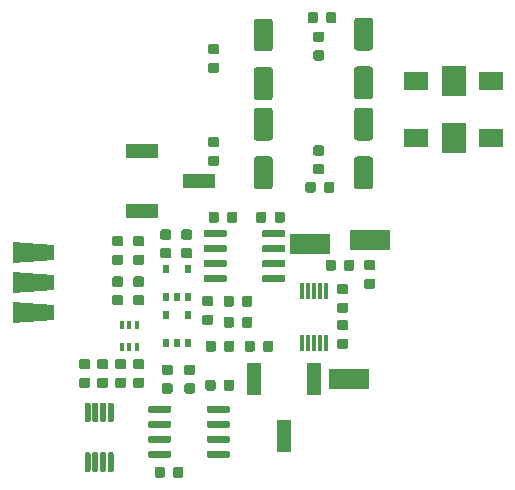
<source format=gtp>
G04 #@! TF.GenerationSoftware,KiCad,Pcbnew,(5.1.5)-3*
G04 #@! TF.CreationDate,2020-04-14T23:54:33+09:00*
G04 #@! TF.ProjectId,Detector_rev2,44657465-6374-46f7-925f-726576322e6b,rev?*
G04 #@! TF.SameCoordinates,Original*
G04 #@! TF.FileFunction,Paste,Top*
G04 #@! TF.FilePolarity,Positive*
%FSLAX46Y46*%
G04 Gerber Fmt 4.6, Leading zero omitted, Abs format (unit mm)*
G04 Created by KiCad (PCBNEW (5.1.5)-3) date 2020-04-14 23:54:33*
%MOMM*%
%LPD*%
G04 APERTURE LIST*
%ADD10C,0.100000*%
%ADD11R,0.550000X0.800000*%
%ADD12R,0.400000X0.650000*%
%ADD13R,2.000000X2.600000*%
%ADD14R,2.000000X1.600000*%
%ADD15R,2.790000X1.190000*%
%ADD16R,1.190000X2.790000*%
%ADD17R,3.400000X1.800000*%
%ADD18R,0.300000X1.400000*%
G04 APERTURE END LIST*
D10*
G36*
X50308000Y-71714500D02*
G01*
X50308000Y-69890500D01*
X53832000Y-70190500D01*
X53832000Y-71414500D01*
X50308000Y-71714500D01*
G37*
G36*
X50308000Y-69174500D02*
G01*
X50308000Y-67350500D01*
X53832000Y-67650500D01*
X53832000Y-68874500D01*
X50308000Y-69174500D01*
G37*
G36*
X50308000Y-66634500D02*
G01*
X50308000Y-64810500D01*
X53832000Y-65110500D01*
X53832000Y-66334500D01*
X50308000Y-66634500D01*
G37*
G36*
X72075504Y-45923704D02*
G01*
X72099773Y-45927304D01*
X72123571Y-45933265D01*
X72146671Y-45941530D01*
X72168849Y-45952020D01*
X72189893Y-45964633D01*
X72209598Y-45979247D01*
X72227777Y-45995723D01*
X72244253Y-46013902D01*
X72258867Y-46033607D01*
X72271480Y-46054651D01*
X72281970Y-46076829D01*
X72290235Y-46099929D01*
X72296196Y-46123727D01*
X72299796Y-46147996D01*
X72301000Y-46172500D01*
X72301000Y-48447500D01*
X72299796Y-48472004D01*
X72296196Y-48496273D01*
X72290235Y-48520071D01*
X72281970Y-48543171D01*
X72271480Y-48565349D01*
X72258867Y-48586393D01*
X72244253Y-48606098D01*
X72227777Y-48624277D01*
X72209598Y-48640753D01*
X72189893Y-48655367D01*
X72168849Y-48667980D01*
X72146671Y-48678470D01*
X72123571Y-48686735D01*
X72099773Y-48692696D01*
X72075504Y-48696296D01*
X72051000Y-48697500D01*
X70951000Y-48697500D01*
X70926496Y-48696296D01*
X70902227Y-48692696D01*
X70878429Y-48686735D01*
X70855329Y-48678470D01*
X70833151Y-48667980D01*
X70812107Y-48655367D01*
X70792402Y-48640753D01*
X70774223Y-48624277D01*
X70757747Y-48606098D01*
X70743133Y-48586393D01*
X70730520Y-48565349D01*
X70720030Y-48543171D01*
X70711765Y-48520071D01*
X70705804Y-48496273D01*
X70702204Y-48472004D01*
X70701000Y-48447500D01*
X70701000Y-46172500D01*
X70702204Y-46147996D01*
X70705804Y-46123727D01*
X70711765Y-46099929D01*
X70720030Y-46076829D01*
X70730520Y-46054651D01*
X70743133Y-46033607D01*
X70757747Y-46013902D01*
X70774223Y-45995723D01*
X70792402Y-45979247D01*
X70812107Y-45964633D01*
X70833151Y-45952020D01*
X70855329Y-45941530D01*
X70878429Y-45933265D01*
X70902227Y-45927304D01*
X70926496Y-45923704D01*
X70951000Y-45922500D01*
X72051000Y-45922500D01*
X72075504Y-45923704D01*
G37*
G36*
X72075504Y-50048704D02*
G01*
X72099773Y-50052304D01*
X72123571Y-50058265D01*
X72146671Y-50066530D01*
X72168849Y-50077020D01*
X72189893Y-50089633D01*
X72209598Y-50104247D01*
X72227777Y-50120723D01*
X72244253Y-50138902D01*
X72258867Y-50158607D01*
X72271480Y-50179651D01*
X72281970Y-50201829D01*
X72290235Y-50224929D01*
X72296196Y-50248727D01*
X72299796Y-50272996D01*
X72301000Y-50297500D01*
X72301000Y-52572500D01*
X72299796Y-52597004D01*
X72296196Y-52621273D01*
X72290235Y-52645071D01*
X72281970Y-52668171D01*
X72271480Y-52690349D01*
X72258867Y-52711393D01*
X72244253Y-52731098D01*
X72227777Y-52749277D01*
X72209598Y-52765753D01*
X72189893Y-52780367D01*
X72168849Y-52792980D01*
X72146671Y-52803470D01*
X72123571Y-52811735D01*
X72099773Y-52817696D01*
X72075504Y-52821296D01*
X72051000Y-52822500D01*
X70951000Y-52822500D01*
X70926496Y-52821296D01*
X70902227Y-52817696D01*
X70878429Y-52811735D01*
X70855329Y-52803470D01*
X70833151Y-52792980D01*
X70812107Y-52780367D01*
X70792402Y-52765753D01*
X70774223Y-52749277D01*
X70757747Y-52731098D01*
X70743133Y-52711393D01*
X70730520Y-52690349D01*
X70720030Y-52668171D01*
X70711765Y-52645071D01*
X70705804Y-52621273D01*
X70702204Y-52597004D01*
X70701000Y-52572500D01*
X70701000Y-50297500D01*
X70702204Y-50272996D01*
X70705804Y-50248727D01*
X70711765Y-50224929D01*
X70720030Y-50201829D01*
X70730520Y-50179651D01*
X70743133Y-50158607D01*
X70757747Y-50138902D01*
X70774223Y-50120723D01*
X70792402Y-50104247D01*
X70812107Y-50089633D01*
X70833151Y-50077020D01*
X70855329Y-50066530D01*
X70878429Y-50058265D01*
X70902227Y-50052304D01*
X70926496Y-50048704D01*
X70951000Y-50047500D01*
X72051000Y-50047500D01*
X72075504Y-50048704D01*
G37*
G36*
X72075504Y-53477704D02*
G01*
X72099773Y-53481304D01*
X72123571Y-53487265D01*
X72146671Y-53495530D01*
X72168849Y-53506020D01*
X72189893Y-53518633D01*
X72209598Y-53533247D01*
X72227777Y-53549723D01*
X72244253Y-53567902D01*
X72258867Y-53587607D01*
X72271480Y-53608651D01*
X72281970Y-53630829D01*
X72290235Y-53653929D01*
X72296196Y-53677727D01*
X72299796Y-53701996D01*
X72301000Y-53726500D01*
X72301000Y-56001500D01*
X72299796Y-56026004D01*
X72296196Y-56050273D01*
X72290235Y-56074071D01*
X72281970Y-56097171D01*
X72271480Y-56119349D01*
X72258867Y-56140393D01*
X72244253Y-56160098D01*
X72227777Y-56178277D01*
X72209598Y-56194753D01*
X72189893Y-56209367D01*
X72168849Y-56221980D01*
X72146671Y-56232470D01*
X72123571Y-56240735D01*
X72099773Y-56246696D01*
X72075504Y-56250296D01*
X72051000Y-56251500D01*
X70951000Y-56251500D01*
X70926496Y-56250296D01*
X70902227Y-56246696D01*
X70878429Y-56240735D01*
X70855329Y-56232470D01*
X70833151Y-56221980D01*
X70812107Y-56209367D01*
X70792402Y-56194753D01*
X70774223Y-56178277D01*
X70757747Y-56160098D01*
X70743133Y-56140393D01*
X70730520Y-56119349D01*
X70720030Y-56097171D01*
X70711765Y-56074071D01*
X70705804Y-56050273D01*
X70702204Y-56026004D01*
X70701000Y-56001500D01*
X70701000Y-53726500D01*
X70702204Y-53701996D01*
X70705804Y-53677727D01*
X70711765Y-53653929D01*
X70720030Y-53630829D01*
X70730520Y-53608651D01*
X70743133Y-53587607D01*
X70757747Y-53567902D01*
X70774223Y-53549723D01*
X70792402Y-53533247D01*
X70812107Y-53518633D01*
X70833151Y-53506020D01*
X70855329Y-53495530D01*
X70878429Y-53487265D01*
X70902227Y-53481304D01*
X70926496Y-53477704D01*
X70951000Y-53476500D01*
X72051000Y-53476500D01*
X72075504Y-53477704D01*
G37*
G36*
X72075504Y-57602704D02*
G01*
X72099773Y-57606304D01*
X72123571Y-57612265D01*
X72146671Y-57620530D01*
X72168849Y-57631020D01*
X72189893Y-57643633D01*
X72209598Y-57658247D01*
X72227777Y-57674723D01*
X72244253Y-57692902D01*
X72258867Y-57712607D01*
X72271480Y-57733651D01*
X72281970Y-57755829D01*
X72290235Y-57778929D01*
X72296196Y-57802727D01*
X72299796Y-57826996D01*
X72301000Y-57851500D01*
X72301000Y-60126500D01*
X72299796Y-60151004D01*
X72296196Y-60175273D01*
X72290235Y-60199071D01*
X72281970Y-60222171D01*
X72271480Y-60244349D01*
X72258867Y-60265393D01*
X72244253Y-60285098D01*
X72227777Y-60303277D01*
X72209598Y-60319753D01*
X72189893Y-60334367D01*
X72168849Y-60346980D01*
X72146671Y-60357470D01*
X72123571Y-60365735D01*
X72099773Y-60371696D01*
X72075504Y-60375296D01*
X72051000Y-60376500D01*
X70951000Y-60376500D01*
X70926496Y-60375296D01*
X70902227Y-60371696D01*
X70878429Y-60365735D01*
X70855329Y-60357470D01*
X70833151Y-60346980D01*
X70812107Y-60334367D01*
X70792402Y-60319753D01*
X70774223Y-60303277D01*
X70757747Y-60285098D01*
X70743133Y-60265393D01*
X70730520Y-60244349D01*
X70720030Y-60222171D01*
X70711765Y-60199071D01*
X70705804Y-60175273D01*
X70702204Y-60151004D01*
X70701000Y-60126500D01*
X70701000Y-57851500D01*
X70702204Y-57826996D01*
X70705804Y-57802727D01*
X70711765Y-57778929D01*
X70720030Y-57755829D01*
X70730520Y-57733651D01*
X70743133Y-57712607D01*
X70757747Y-57692902D01*
X70774223Y-57674723D01*
X70792402Y-57658247D01*
X70812107Y-57643633D01*
X70833151Y-57631020D01*
X70855329Y-57620530D01*
X70878429Y-57612265D01*
X70902227Y-57606304D01*
X70926496Y-57602704D01*
X70951000Y-57601500D01*
X72051000Y-57601500D01*
X72075504Y-57602704D01*
G37*
G36*
X80584504Y-45857704D02*
G01*
X80608773Y-45861304D01*
X80632571Y-45867265D01*
X80655671Y-45875530D01*
X80677849Y-45886020D01*
X80698893Y-45898633D01*
X80718598Y-45913247D01*
X80736777Y-45929723D01*
X80753253Y-45947902D01*
X80767867Y-45967607D01*
X80780480Y-45988651D01*
X80790970Y-46010829D01*
X80799235Y-46033929D01*
X80805196Y-46057727D01*
X80808796Y-46081996D01*
X80810000Y-46106500D01*
X80810000Y-48381500D01*
X80808796Y-48406004D01*
X80805196Y-48430273D01*
X80799235Y-48454071D01*
X80790970Y-48477171D01*
X80780480Y-48499349D01*
X80767867Y-48520393D01*
X80753253Y-48540098D01*
X80736777Y-48558277D01*
X80718598Y-48574753D01*
X80698893Y-48589367D01*
X80677849Y-48601980D01*
X80655671Y-48612470D01*
X80632571Y-48620735D01*
X80608773Y-48626696D01*
X80584504Y-48630296D01*
X80560000Y-48631500D01*
X79460000Y-48631500D01*
X79435496Y-48630296D01*
X79411227Y-48626696D01*
X79387429Y-48620735D01*
X79364329Y-48612470D01*
X79342151Y-48601980D01*
X79321107Y-48589367D01*
X79301402Y-48574753D01*
X79283223Y-48558277D01*
X79266747Y-48540098D01*
X79252133Y-48520393D01*
X79239520Y-48499349D01*
X79229030Y-48477171D01*
X79220765Y-48454071D01*
X79214804Y-48430273D01*
X79211204Y-48406004D01*
X79210000Y-48381500D01*
X79210000Y-46106500D01*
X79211204Y-46081996D01*
X79214804Y-46057727D01*
X79220765Y-46033929D01*
X79229030Y-46010829D01*
X79239520Y-45988651D01*
X79252133Y-45967607D01*
X79266747Y-45947902D01*
X79283223Y-45929723D01*
X79301402Y-45913247D01*
X79321107Y-45898633D01*
X79342151Y-45886020D01*
X79364329Y-45875530D01*
X79387429Y-45867265D01*
X79411227Y-45861304D01*
X79435496Y-45857704D01*
X79460000Y-45856500D01*
X80560000Y-45856500D01*
X80584504Y-45857704D01*
G37*
G36*
X80584504Y-49982704D02*
G01*
X80608773Y-49986304D01*
X80632571Y-49992265D01*
X80655671Y-50000530D01*
X80677849Y-50011020D01*
X80698893Y-50023633D01*
X80718598Y-50038247D01*
X80736777Y-50054723D01*
X80753253Y-50072902D01*
X80767867Y-50092607D01*
X80780480Y-50113651D01*
X80790970Y-50135829D01*
X80799235Y-50158929D01*
X80805196Y-50182727D01*
X80808796Y-50206996D01*
X80810000Y-50231500D01*
X80810000Y-52506500D01*
X80808796Y-52531004D01*
X80805196Y-52555273D01*
X80799235Y-52579071D01*
X80790970Y-52602171D01*
X80780480Y-52624349D01*
X80767867Y-52645393D01*
X80753253Y-52665098D01*
X80736777Y-52683277D01*
X80718598Y-52699753D01*
X80698893Y-52714367D01*
X80677849Y-52726980D01*
X80655671Y-52737470D01*
X80632571Y-52745735D01*
X80608773Y-52751696D01*
X80584504Y-52755296D01*
X80560000Y-52756500D01*
X79460000Y-52756500D01*
X79435496Y-52755296D01*
X79411227Y-52751696D01*
X79387429Y-52745735D01*
X79364329Y-52737470D01*
X79342151Y-52726980D01*
X79321107Y-52714367D01*
X79301402Y-52699753D01*
X79283223Y-52683277D01*
X79266747Y-52665098D01*
X79252133Y-52645393D01*
X79239520Y-52624349D01*
X79229030Y-52602171D01*
X79220765Y-52579071D01*
X79214804Y-52555273D01*
X79211204Y-52531004D01*
X79210000Y-52506500D01*
X79210000Y-50231500D01*
X79211204Y-50206996D01*
X79214804Y-50182727D01*
X79220765Y-50158929D01*
X79229030Y-50135829D01*
X79239520Y-50113651D01*
X79252133Y-50092607D01*
X79266747Y-50072902D01*
X79283223Y-50054723D01*
X79301402Y-50038247D01*
X79321107Y-50023633D01*
X79342151Y-50011020D01*
X79364329Y-50000530D01*
X79387429Y-49992265D01*
X79411227Y-49986304D01*
X79435496Y-49982704D01*
X79460000Y-49981500D01*
X80560000Y-49981500D01*
X80584504Y-49982704D01*
G37*
G36*
X80584504Y-53477704D02*
G01*
X80608773Y-53481304D01*
X80632571Y-53487265D01*
X80655671Y-53495530D01*
X80677849Y-53506020D01*
X80698893Y-53518633D01*
X80718598Y-53533247D01*
X80736777Y-53549723D01*
X80753253Y-53567902D01*
X80767867Y-53587607D01*
X80780480Y-53608651D01*
X80790970Y-53630829D01*
X80799235Y-53653929D01*
X80805196Y-53677727D01*
X80808796Y-53701996D01*
X80810000Y-53726500D01*
X80810000Y-56001500D01*
X80808796Y-56026004D01*
X80805196Y-56050273D01*
X80799235Y-56074071D01*
X80790970Y-56097171D01*
X80780480Y-56119349D01*
X80767867Y-56140393D01*
X80753253Y-56160098D01*
X80736777Y-56178277D01*
X80718598Y-56194753D01*
X80698893Y-56209367D01*
X80677849Y-56221980D01*
X80655671Y-56232470D01*
X80632571Y-56240735D01*
X80608773Y-56246696D01*
X80584504Y-56250296D01*
X80560000Y-56251500D01*
X79460000Y-56251500D01*
X79435496Y-56250296D01*
X79411227Y-56246696D01*
X79387429Y-56240735D01*
X79364329Y-56232470D01*
X79342151Y-56221980D01*
X79321107Y-56209367D01*
X79301402Y-56194753D01*
X79283223Y-56178277D01*
X79266747Y-56160098D01*
X79252133Y-56140393D01*
X79239520Y-56119349D01*
X79229030Y-56097171D01*
X79220765Y-56074071D01*
X79214804Y-56050273D01*
X79211204Y-56026004D01*
X79210000Y-56001500D01*
X79210000Y-53726500D01*
X79211204Y-53701996D01*
X79214804Y-53677727D01*
X79220765Y-53653929D01*
X79229030Y-53630829D01*
X79239520Y-53608651D01*
X79252133Y-53587607D01*
X79266747Y-53567902D01*
X79283223Y-53549723D01*
X79301402Y-53533247D01*
X79321107Y-53518633D01*
X79342151Y-53506020D01*
X79364329Y-53495530D01*
X79387429Y-53487265D01*
X79411227Y-53481304D01*
X79435496Y-53477704D01*
X79460000Y-53476500D01*
X80560000Y-53476500D01*
X80584504Y-53477704D01*
G37*
G36*
X80584504Y-57602704D02*
G01*
X80608773Y-57606304D01*
X80632571Y-57612265D01*
X80655671Y-57620530D01*
X80677849Y-57631020D01*
X80698893Y-57643633D01*
X80718598Y-57658247D01*
X80736777Y-57674723D01*
X80753253Y-57692902D01*
X80767867Y-57712607D01*
X80780480Y-57733651D01*
X80790970Y-57755829D01*
X80799235Y-57778929D01*
X80805196Y-57802727D01*
X80808796Y-57826996D01*
X80810000Y-57851500D01*
X80810000Y-60126500D01*
X80808796Y-60151004D01*
X80805196Y-60175273D01*
X80799235Y-60199071D01*
X80790970Y-60222171D01*
X80780480Y-60244349D01*
X80767867Y-60265393D01*
X80753253Y-60285098D01*
X80736777Y-60303277D01*
X80718598Y-60319753D01*
X80698893Y-60334367D01*
X80677849Y-60346980D01*
X80655671Y-60357470D01*
X80632571Y-60365735D01*
X80608773Y-60371696D01*
X80584504Y-60375296D01*
X80560000Y-60376500D01*
X79460000Y-60376500D01*
X79435496Y-60375296D01*
X79411227Y-60371696D01*
X79387429Y-60365735D01*
X79364329Y-60357470D01*
X79342151Y-60346980D01*
X79321107Y-60334367D01*
X79301402Y-60319753D01*
X79283223Y-60303277D01*
X79266747Y-60285098D01*
X79252133Y-60265393D01*
X79239520Y-60244349D01*
X79229030Y-60222171D01*
X79220765Y-60199071D01*
X79214804Y-60175273D01*
X79211204Y-60151004D01*
X79210000Y-60126500D01*
X79210000Y-57851500D01*
X79211204Y-57826996D01*
X79214804Y-57802727D01*
X79220765Y-57778929D01*
X79229030Y-57755829D01*
X79239520Y-57733651D01*
X79252133Y-57712607D01*
X79266747Y-57692902D01*
X79283223Y-57674723D01*
X79301402Y-57658247D01*
X79321107Y-57643633D01*
X79342151Y-57631020D01*
X79364329Y-57620530D01*
X79387429Y-57612265D01*
X79411227Y-57606304D01*
X79435496Y-57602704D01*
X79460000Y-57601500D01*
X80560000Y-57601500D01*
X80584504Y-57602704D01*
G37*
D11*
X63246000Y-67126000D03*
X65146000Y-67126000D03*
X65146000Y-69526000D03*
X64196000Y-69526000D03*
X63246000Y-69526000D03*
D12*
X60807600Y-73731200D03*
X59507600Y-73731200D03*
X60157600Y-71831200D03*
X60157600Y-73731200D03*
X59507600Y-71831200D03*
X60807600Y-71831200D03*
D10*
G36*
X63580703Y-78694722D02*
G01*
X63595264Y-78696882D01*
X63609543Y-78700459D01*
X63623403Y-78705418D01*
X63636710Y-78711712D01*
X63649336Y-78719280D01*
X63661159Y-78728048D01*
X63672066Y-78737934D01*
X63681952Y-78748841D01*
X63690720Y-78760664D01*
X63698288Y-78773290D01*
X63704582Y-78786597D01*
X63709541Y-78800457D01*
X63713118Y-78814736D01*
X63715278Y-78829297D01*
X63716000Y-78844000D01*
X63716000Y-79144000D01*
X63715278Y-79158703D01*
X63713118Y-79173264D01*
X63709541Y-79187543D01*
X63704582Y-79201403D01*
X63698288Y-79214710D01*
X63690720Y-79227336D01*
X63681952Y-79239159D01*
X63672066Y-79250066D01*
X63661159Y-79259952D01*
X63649336Y-79268720D01*
X63636710Y-79276288D01*
X63623403Y-79282582D01*
X63609543Y-79287541D01*
X63595264Y-79291118D01*
X63580703Y-79293278D01*
X63566000Y-79294000D01*
X61916000Y-79294000D01*
X61901297Y-79293278D01*
X61886736Y-79291118D01*
X61872457Y-79287541D01*
X61858597Y-79282582D01*
X61845290Y-79276288D01*
X61832664Y-79268720D01*
X61820841Y-79259952D01*
X61809934Y-79250066D01*
X61800048Y-79239159D01*
X61791280Y-79227336D01*
X61783712Y-79214710D01*
X61777418Y-79201403D01*
X61772459Y-79187543D01*
X61768882Y-79173264D01*
X61766722Y-79158703D01*
X61766000Y-79144000D01*
X61766000Y-78844000D01*
X61766722Y-78829297D01*
X61768882Y-78814736D01*
X61772459Y-78800457D01*
X61777418Y-78786597D01*
X61783712Y-78773290D01*
X61791280Y-78760664D01*
X61800048Y-78748841D01*
X61809934Y-78737934D01*
X61820841Y-78728048D01*
X61832664Y-78719280D01*
X61845290Y-78711712D01*
X61858597Y-78705418D01*
X61872457Y-78700459D01*
X61886736Y-78696882D01*
X61901297Y-78694722D01*
X61916000Y-78694000D01*
X63566000Y-78694000D01*
X63580703Y-78694722D01*
G37*
G36*
X63580703Y-79964722D02*
G01*
X63595264Y-79966882D01*
X63609543Y-79970459D01*
X63623403Y-79975418D01*
X63636710Y-79981712D01*
X63649336Y-79989280D01*
X63661159Y-79998048D01*
X63672066Y-80007934D01*
X63681952Y-80018841D01*
X63690720Y-80030664D01*
X63698288Y-80043290D01*
X63704582Y-80056597D01*
X63709541Y-80070457D01*
X63713118Y-80084736D01*
X63715278Y-80099297D01*
X63716000Y-80114000D01*
X63716000Y-80414000D01*
X63715278Y-80428703D01*
X63713118Y-80443264D01*
X63709541Y-80457543D01*
X63704582Y-80471403D01*
X63698288Y-80484710D01*
X63690720Y-80497336D01*
X63681952Y-80509159D01*
X63672066Y-80520066D01*
X63661159Y-80529952D01*
X63649336Y-80538720D01*
X63636710Y-80546288D01*
X63623403Y-80552582D01*
X63609543Y-80557541D01*
X63595264Y-80561118D01*
X63580703Y-80563278D01*
X63566000Y-80564000D01*
X61916000Y-80564000D01*
X61901297Y-80563278D01*
X61886736Y-80561118D01*
X61872457Y-80557541D01*
X61858597Y-80552582D01*
X61845290Y-80546288D01*
X61832664Y-80538720D01*
X61820841Y-80529952D01*
X61809934Y-80520066D01*
X61800048Y-80509159D01*
X61791280Y-80497336D01*
X61783712Y-80484710D01*
X61777418Y-80471403D01*
X61772459Y-80457543D01*
X61768882Y-80443264D01*
X61766722Y-80428703D01*
X61766000Y-80414000D01*
X61766000Y-80114000D01*
X61766722Y-80099297D01*
X61768882Y-80084736D01*
X61772459Y-80070457D01*
X61777418Y-80056597D01*
X61783712Y-80043290D01*
X61791280Y-80030664D01*
X61800048Y-80018841D01*
X61809934Y-80007934D01*
X61820841Y-79998048D01*
X61832664Y-79989280D01*
X61845290Y-79981712D01*
X61858597Y-79975418D01*
X61872457Y-79970459D01*
X61886736Y-79966882D01*
X61901297Y-79964722D01*
X61916000Y-79964000D01*
X63566000Y-79964000D01*
X63580703Y-79964722D01*
G37*
G36*
X63580703Y-81234722D02*
G01*
X63595264Y-81236882D01*
X63609543Y-81240459D01*
X63623403Y-81245418D01*
X63636710Y-81251712D01*
X63649336Y-81259280D01*
X63661159Y-81268048D01*
X63672066Y-81277934D01*
X63681952Y-81288841D01*
X63690720Y-81300664D01*
X63698288Y-81313290D01*
X63704582Y-81326597D01*
X63709541Y-81340457D01*
X63713118Y-81354736D01*
X63715278Y-81369297D01*
X63716000Y-81384000D01*
X63716000Y-81684000D01*
X63715278Y-81698703D01*
X63713118Y-81713264D01*
X63709541Y-81727543D01*
X63704582Y-81741403D01*
X63698288Y-81754710D01*
X63690720Y-81767336D01*
X63681952Y-81779159D01*
X63672066Y-81790066D01*
X63661159Y-81799952D01*
X63649336Y-81808720D01*
X63636710Y-81816288D01*
X63623403Y-81822582D01*
X63609543Y-81827541D01*
X63595264Y-81831118D01*
X63580703Y-81833278D01*
X63566000Y-81834000D01*
X61916000Y-81834000D01*
X61901297Y-81833278D01*
X61886736Y-81831118D01*
X61872457Y-81827541D01*
X61858597Y-81822582D01*
X61845290Y-81816288D01*
X61832664Y-81808720D01*
X61820841Y-81799952D01*
X61809934Y-81790066D01*
X61800048Y-81779159D01*
X61791280Y-81767336D01*
X61783712Y-81754710D01*
X61777418Y-81741403D01*
X61772459Y-81727543D01*
X61768882Y-81713264D01*
X61766722Y-81698703D01*
X61766000Y-81684000D01*
X61766000Y-81384000D01*
X61766722Y-81369297D01*
X61768882Y-81354736D01*
X61772459Y-81340457D01*
X61777418Y-81326597D01*
X61783712Y-81313290D01*
X61791280Y-81300664D01*
X61800048Y-81288841D01*
X61809934Y-81277934D01*
X61820841Y-81268048D01*
X61832664Y-81259280D01*
X61845290Y-81251712D01*
X61858597Y-81245418D01*
X61872457Y-81240459D01*
X61886736Y-81236882D01*
X61901297Y-81234722D01*
X61916000Y-81234000D01*
X63566000Y-81234000D01*
X63580703Y-81234722D01*
G37*
G36*
X63580703Y-82504722D02*
G01*
X63595264Y-82506882D01*
X63609543Y-82510459D01*
X63623403Y-82515418D01*
X63636710Y-82521712D01*
X63649336Y-82529280D01*
X63661159Y-82538048D01*
X63672066Y-82547934D01*
X63681952Y-82558841D01*
X63690720Y-82570664D01*
X63698288Y-82583290D01*
X63704582Y-82596597D01*
X63709541Y-82610457D01*
X63713118Y-82624736D01*
X63715278Y-82639297D01*
X63716000Y-82654000D01*
X63716000Y-82954000D01*
X63715278Y-82968703D01*
X63713118Y-82983264D01*
X63709541Y-82997543D01*
X63704582Y-83011403D01*
X63698288Y-83024710D01*
X63690720Y-83037336D01*
X63681952Y-83049159D01*
X63672066Y-83060066D01*
X63661159Y-83069952D01*
X63649336Y-83078720D01*
X63636710Y-83086288D01*
X63623403Y-83092582D01*
X63609543Y-83097541D01*
X63595264Y-83101118D01*
X63580703Y-83103278D01*
X63566000Y-83104000D01*
X61916000Y-83104000D01*
X61901297Y-83103278D01*
X61886736Y-83101118D01*
X61872457Y-83097541D01*
X61858597Y-83092582D01*
X61845290Y-83086288D01*
X61832664Y-83078720D01*
X61820841Y-83069952D01*
X61809934Y-83060066D01*
X61800048Y-83049159D01*
X61791280Y-83037336D01*
X61783712Y-83024710D01*
X61777418Y-83011403D01*
X61772459Y-82997543D01*
X61768882Y-82983264D01*
X61766722Y-82968703D01*
X61766000Y-82954000D01*
X61766000Y-82654000D01*
X61766722Y-82639297D01*
X61768882Y-82624736D01*
X61772459Y-82610457D01*
X61777418Y-82596597D01*
X61783712Y-82583290D01*
X61791280Y-82570664D01*
X61800048Y-82558841D01*
X61809934Y-82547934D01*
X61820841Y-82538048D01*
X61832664Y-82529280D01*
X61845290Y-82521712D01*
X61858597Y-82515418D01*
X61872457Y-82510459D01*
X61886736Y-82506882D01*
X61901297Y-82504722D01*
X61916000Y-82504000D01*
X63566000Y-82504000D01*
X63580703Y-82504722D01*
G37*
G36*
X68530703Y-82504722D02*
G01*
X68545264Y-82506882D01*
X68559543Y-82510459D01*
X68573403Y-82515418D01*
X68586710Y-82521712D01*
X68599336Y-82529280D01*
X68611159Y-82538048D01*
X68622066Y-82547934D01*
X68631952Y-82558841D01*
X68640720Y-82570664D01*
X68648288Y-82583290D01*
X68654582Y-82596597D01*
X68659541Y-82610457D01*
X68663118Y-82624736D01*
X68665278Y-82639297D01*
X68666000Y-82654000D01*
X68666000Y-82954000D01*
X68665278Y-82968703D01*
X68663118Y-82983264D01*
X68659541Y-82997543D01*
X68654582Y-83011403D01*
X68648288Y-83024710D01*
X68640720Y-83037336D01*
X68631952Y-83049159D01*
X68622066Y-83060066D01*
X68611159Y-83069952D01*
X68599336Y-83078720D01*
X68586710Y-83086288D01*
X68573403Y-83092582D01*
X68559543Y-83097541D01*
X68545264Y-83101118D01*
X68530703Y-83103278D01*
X68516000Y-83104000D01*
X66866000Y-83104000D01*
X66851297Y-83103278D01*
X66836736Y-83101118D01*
X66822457Y-83097541D01*
X66808597Y-83092582D01*
X66795290Y-83086288D01*
X66782664Y-83078720D01*
X66770841Y-83069952D01*
X66759934Y-83060066D01*
X66750048Y-83049159D01*
X66741280Y-83037336D01*
X66733712Y-83024710D01*
X66727418Y-83011403D01*
X66722459Y-82997543D01*
X66718882Y-82983264D01*
X66716722Y-82968703D01*
X66716000Y-82954000D01*
X66716000Y-82654000D01*
X66716722Y-82639297D01*
X66718882Y-82624736D01*
X66722459Y-82610457D01*
X66727418Y-82596597D01*
X66733712Y-82583290D01*
X66741280Y-82570664D01*
X66750048Y-82558841D01*
X66759934Y-82547934D01*
X66770841Y-82538048D01*
X66782664Y-82529280D01*
X66795290Y-82521712D01*
X66808597Y-82515418D01*
X66822457Y-82510459D01*
X66836736Y-82506882D01*
X66851297Y-82504722D01*
X66866000Y-82504000D01*
X68516000Y-82504000D01*
X68530703Y-82504722D01*
G37*
G36*
X68530703Y-81234722D02*
G01*
X68545264Y-81236882D01*
X68559543Y-81240459D01*
X68573403Y-81245418D01*
X68586710Y-81251712D01*
X68599336Y-81259280D01*
X68611159Y-81268048D01*
X68622066Y-81277934D01*
X68631952Y-81288841D01*
X68640720Y-81300664D01*
X68648288Y-81313290D01*
X68654582Y-81326597D01*
X68659541Y-81340457D01*
X68663118Y-81354736D01*
X68665278Y-81369297D01*
X68666000Y-81384000D01*
X68666000Y-81684000D01*
X68665278Y-81698703D01*
X68663118Y-81713264D01*
X68659541Y-81727543D01*
X68654582Y-81741403D01*
X68648288Y-81754710D01*
X68640720Y-81767336D01*
X68631952Y-81779159D01*
X68622066Y-81790066D01*
X68611159Y-81799952D01*
X68599336Y-81808720D01*
X68586710Y-81816288D01*
X68573403Y-81822582D01*
X68559543Y-81827541D01*
X68545264Y-81831118D01*
X68530703Y-81833278D01*
X68516000Y-81834000D01*
X66866000Y-81834000D01*
X66851297Y-81833278D01*
X66836736Y-81831118D01*
X66822457Y-81827541D01*
X66808597Y-81822582D01*
X66795290Y-81816288D01*
X66782664Y-81808720D01*
X66770841Y-81799952D01*
X66759934Y-81790066D01*
X66750048Y-81779159D01*
X66741280Y-81767336D01*
X66733712Y-81754710D01*
X66727418Y-81741403D01*
X66722459Y-81727543D01*
X66718882Y-81713264D01*
X66716722Y-81698703D01*
X66716000Y-81684000D01*
X66716000Y-81384000D01*
X66716722Y-81369297D01*
X66718882Y-81354736D01*
X66722459Y-81340457D01*
X66727418Y-81326597D01*
X66733712Y-81313290D01*
X66741280Y-81300664D01*
X66750048Y-81288841D01*
X66759934Y-81277934D01*
X66770841Y-81268048D01*
X66782664Y-81259280D01*
X66795290Y-81251712D01*
X66808597Y-81245418D01*
X66822457Y-81240459D01*
X66836736Y-81236882D01*
X66851297Y-81234722D01*
X66866000Y-81234000D01*
X68516000Y-81234000D01*
X68530703Y-81234722D01*
G37*
G36*
X68530703Y-79964722D02*
G01*
X68545264Y-79966882D01*
X68559543Y-79970459D01*
X68573403Y-79975418D01*
X68586710Y-79981712D01*
X68599336Y-79989280D01*
X68611159Y-79998048D01*
X68622066Y-80007934D01*
X68631952Y-80018841D01*
X68640720Y-80030664D01*
X68648288Y-80043290D01*
X68654582Y-80056597D01*
X68659541Y-80070457D01*
X68663118Y-80084736D01*
X68665278Y-80099297D01*
X68666000Y-80114000D01*
X68666000Y-80414000D01*
X68665278Y-80428703D01*
X68663118Y-80443264D01*
X68659541Y-80457543D01*
X68654582Y-80471403D01*
X68648288Y-80484710D01*
X68640720Y-80497336D01*
X68631952Y-80509159D01*
X68622066Y-80520066D01*
X68611159Y-80529952D01*
X68599336Y-80538720D01*
X68586710Y-80546288D01*
X68573403Y-80552582D01*
X68559543Y-80557541D01*
X68545264Y-80561118D01*
X68530703Y-80563278D01*
X68516000Y-80564000D01*
X66866000Y-80564000D01*
X66851297Y-80563278D01*
X66836736Y-80561118D01*
X66822457Y-80557541D01*
X66808597Y-80552582D01*
X66795290Y-80546288D01*
X66782664Y-80538720D01*
X66770841Y-80529952D01*
X66759934Y-80520066D01*
X66750048Y-80509159D01*
X66741280Y-80497336D01*
X66733712Y-80484710D01*
X66727418Y-80471403D01*
X66722459Y-80457543D01*
X66718882Y-80443264D01*
X66716722Y-80428703D01*
X66716000Y-80414000D01*
X66716000Y-80114000D01*
X66716722Y-80099297D01*
X66718882Y-80084736D01*
X66722459Y-80070457D01*
X66727418Y-80056597D01*
X66733712Y-80043290D01*
X66741280Y-80030664D01*
X66750048Y-80018841D01*
X66759934Y-80007934D01*
X66770841Y-79998048D01*
X66782664Y-79989280D01*
X66795290Y-79981712D01*
X66808597Y-79975418D01*
X66822457Y-79970459D01*
X66836736Y-79966882D01*
X66851297Y-79964722D01*
X66866000Y-79964000D01*
X68516000Y-79964000D01*
X68530703Y-79964722D01*
G37*
G36*
X68530703Y-78694722D02*
G01*
X68545264Y-78696882D01*
X68559543Y-78700459D01*
X68573403Y-78705418D01*
X68586710Y-78711712D01*
X68599336Y-78719280D01*
X68611159Y-78728048D01*
X68622066Y-78737934D01*
X68631952Y-78748841D01*
X68640720Y-78760664D01*
X68648288Y-78773290D01*
X68654582Y-78786597D01*
X68659541Y-78800457D01*
X68663118Y-78814736D01*
X68665278Y-78829297D01*
X68666000Y-78844000D01*
X68666000Y-79144000D01*
X68665278Y-79158703D01*
X68663118Y-79173264D01*
X68659541Y-79187543D01*
X68654582Y-79201403D01*
X68648288Y-79214710D01*
X68640720Y-79227336D01*
X68631952Y-79239159D01*
X68622066Y-79250066D01*
X68611159Y-79259952D01*
X68599336Y-79268720D01*
X68586710Y-79276288D01*
X68573403Y-79282582D01*
X68559543Y-79287541D01*
X68545264Y-79291118D01*
X68530703Y-79293278D01*
X68516000Y-79294000D01*
X66866000Y-79294000D01*
X66851297Y-79293278D01*
X66836736Y-79291118D01*
X66822457Y-79287541D01*
X66808597Y-79282582D01*
X66795290Y-79276288D01*
X66782664Y-79268720D01*
X66770841Y-79259952D01*
X66759934Y-79250066D01*
X66750048Y-79239159D01*
X66741280Y-79227336D01*
X66733712Y-79214710D01*
X66727418Y-79201403D01*
X66722459Y-79187543D01*
X66718882Y-79173264D01*
X66716722Y-79158703D01*
X66716000Y-79144000D01*
X66716000Y-78844000D01*
X66716722Y-78829297D01*
X66718882Y-78814736D01*
X66722459Y-78800457D01*
X66727418Y-78786597D01*
X66733712Y-78773290D01*
X66741280Y-78760664D01*
X66750048Y-78748841D01*
X66759934Y-78737934D01*
X66770841Y-78728048D01*
X66782664Y-78719280D01*
X66795290Y-78711712D01*
X66808597Y-78705418D01*
X66822457Y-78700459D01*
X66836736Y-78696882D01*
X66851297Y-78694722D01*
X66866000Y-78694000D01*
X68516000Y-78694000D01*
X68530703Y-78694722D01*
G37*
G36*
X61237691Y-64333553D02*
G01*
X61258926Y-64336703D01*
X61279750Y-64341919D01*
X61299962Y-64349151D01*
X61319368Y-64358330D01*
X61337781Y-64369366D01*
X61355024Y-64382154D01*
X61370930Y-64396570D01*
X61385346Y-64412476D01*
X61398134Y-64429719D01*
X61409170Y-64448132D01*
X61418349Y-64467538D01*
X61425581Y-64487750D01*
X61430797Y-64508574D01*
X61433947Y-64529809D01*
X61435000Y-64551250D01*
X61435000Y-64988750D01*
X61433947Y-65010191D01*
X61430797Y-65031426D01*
X61425581Y-65052250D01*
X61418349Y-65072462D01*
X61409170Y-65091868D01*
X61398134Y-65110281D01*
X61385346Y-65127524D01*
X61370930Y-65143430D01*
X61355024Y-65157846D01*
X61337781Y-65170634D01*
X61319368Y-65181670D01*
X61299962Y-65190849D01*
X61279750Y-65198081D01*
X61258926Y-65203297D01*
X61237691Y-65206447D01*
X61216250Y-65207500D01*
X60703750Y-65207500D01*
X60682309Y-65206447D01*
X60661074Y-65203297D01*
X60640250Y-65198081D01*
X60620038Y-65190849D01*
X60600632Y-65181670D01*
X60582219Y-65170634D01*
X60564976Y-65157846D01*
X60549070Y-65143430D01*
X60534654Y-65127524D01*
X60521866Y-65110281D01*
X60510830Y-65091868D01*
X60501651Y-65072462D01*
X60494419Y-65052250D01*
X60489203Y-65031426D01*
X60486053Y-65010191D01*
X60485000Y-64988750D01*
X60485000Y-64551250D01*
X60486053Y-64529809D01*
X60489203Y-64508574D01*
X60494419Y-64487750D01*
X60501651Y-64467538D01*
X60510830Y-64448132D01*
X60521866Y-64429719D01*
X60534654Y-64412476D01*
X60549070Y-64396570D01*
X60564976Y-64382154D01*
X60582219Y-64369366D01*
X60600632Y-64358330D01*
X60620038Y-64349151D01*
X60640250Y-64341919D01*
X60661074Y-64336703D01*
X60682309Y-64333553D01*
X60703750Y-64332500D01*
X61216250Y-64332500D01*
X61237691Y-64333553D01*
G37*
G36*
X61237691Y-65908553D02*
G01*
X61258926Y-65911703D01*
X61279750Y-65916919D01*
X61299962Y-65924151D01*
X61319368Y-65933330D01*
X61337781Y-65944366D01*
X61355024Y-65957154D01*
X61370930Y-65971570D01*
X61385346Y-65987476D01*
X61398134Y-66004719D01*
X61409170Y-66023132D01*
X61418349Y-66042538D01*
X61425581Y-66062750D01*
X61430797Y-66083574D01*
X61433947Y-66104809D01*
X61435000Y-66126250D01*
X61435000Y-66563750D01*
X61433947Y-66585191D01*
X61430797Y-66606426D01*
X61425581Y-66627250D01*
X61418349Y-66647462D01*
X61409170Y-66666868D01*
X61398134Y-66685281D01*
X61385346Y-66702524D01*
X61370930Y-66718430D01*
X61355024Y-66732846D01*
X61337781Y-66745634D01*
X61319368Y-66756670D01*
X61299962Y-66765849D01*
X61279750Y-66773081D01*
X61258926Y-66778297D01*
X61237691Y-66781447D01*
X61216250Y-66782500D01*
X60703750Y-66782500D01*
X60682309Y-66781447D01*
X60661074Y-66778297D01*
X60640250Y-66773081D01*
X60620038Y-66765849D01*
X60600632Y-66756670D01*
X60582219Y-66745634D01*
X60564976Y-66732846D01*
X60549070Y-66718430D01*
X60534654Y-66702524D01*
X60521866Y-66685281D01*
X60510830Y-66666868D01*
X60501651Y-66647462D01*
X60494419Y-66627250D01*
X60489203Y-66606426D01*
X60486053Y-66585191D01*
X60485000Y-66563750D01*
X60485000Y-66126250D01*
X60486053Y-66104809D01*
X60489203Y-66083574D01*
X60494419Y-66062750D01*
X60501651Y-66042538D01*
X60510830Y-66023132D01*
X60521866Y-66004719D01*
X60534654Y-65987476D01*
X60549070Y-65971570D01*
X60564976Y-65957154D01*
X60582219Y-65944366D01*
X60600632Y-65933330D01*
X60620038Y-65924151D01*
X60640250Y-65916919D01*
X60661074Y-65911703D01*
X60682309Y-65908553D01*
X60703750Y-65907500D01*
X61216250Y-65907500D01*
X61237691Y-65908553D01*
G37*
G36*
X73229703Y-63835722D02*
G01*
X73244264Y-63837882D01*
X73258543Y-63841459D01*
X73272403Y-63846418D01*
X73285710Y-63852712D01*
X73298336Y-63860280D01*
X73310159Y-63869048D01*
X73321066Y-63878934D01*
X73330952Y-63889841D01*
X73339720Y-63901664D01*
X73347288Y-63914290D01*
X73353582Y-63927597D01*
X73358541Y-63941457D01*
X73362118Y-63955736D01*
X73364278Y-63970297D01*
X73365000Y-63985000D01*
X73365000Y-64285000D01*
X73364278Y-64299703D01*
X73362118Y-64314264D01*
X73358541Y-64328543D01*
X73353582Y-64342403D01*
X73347288Y-64355710D01*
X73339720Y-64368336D01*
X73330952Y-64380159D01*
X73321066Y-64391066D01*
X73310159Y-64400952D01*
X73298336Y-64409720D01*
X73285710Y-64417288D01*
X73272403Y-64423582D01*
X73258543Y-64428541D01*
X73244264Y-64432118D01*
X73229703Y-64434278D01*
X73215000Y-64435000D01*
X71565000Y-64435000D01*
X71550297Y-64434278D01*
X71535736Y-64432118D01*
X71521457Y-64428541D01*
X71507597Y-64423582D01*
X71494290Y-64417288D01*
X71481664Y-64409720D01*
X71469841Y-64400952D01*
X71458934Y-64391066D01*
X71449048Y-64380159D01*
X71440280Y-64368336D01*
X71432712Y-64355710D01*
X71426418Y-64342403D01*
X71421459Y-64328543D01*
X71417882Y-64314264D01*
X71415722Y-64299703D01*
X71415000Y-64285000D01*
X71415000Y-63985000D01*
X71415722Y-63970297D01*
X71417882Y-63955736D01*
X71421459Y-63941457D01*
X71426418Y-63927597D01*
X71432712Y-63914290D01*
X71440280Y-63901664D01*
X71449048Y-63889841D01*
X71458934Y-63878934D01*
X71469841Y-63869048D01*
X71481664Y-63860280D01*
X71494290Y-63852712D01*
X71507597Y-63846418D01*
X71521457Y-63841459D01*
X71535736Y-63837882D01*
X71550297Y-63835722D01*
X71565000Y-63835000D01*
X73215000Y-63835000D01*
X73229703Y-63835722D01*
G37*
G36*
X73229703Y-65105722D02*
G01*
X73244264Y-65107882D01*
X73258543Y-65111459D01*
X73272403Y-65116418D01*
X73285710Y-65122712D01*
X73298336Y-65130280D01*
X73310159Y-65139048D01*
X73321066Y-65148934D01*
X73330952Y-65159841D01*
X73339720Y-65171664D01*
X73347288Y-65184290D01*
X73353582Y-65197597D01*
X73358541Y-65211457D01*
X73362118Y-65225736D01*
X73364278Y-65240297D01*
X73365000Y-65255000D01*
X73365000Y-65555000D01*
X73364278Y-65569703D01*
X73362118Y-65584264D01*
X73358541Y-65598543D01*
X73353582Y-65612403D01*
X73347288Y-65625710D01*
X73339720Y-65638336D01*
X73330952Y-65650159D01*
X73321066Y-65661066D01*
X73310159Y-65670952D01*
X73298336Y-65679720D01*
X73285710Y-65687288D01*
X73272403Y-65693582D01*
X73258543Y-65698541D01*
X73244264Y-65702118D01*
X73229703Y-65704278D01*
X73215000Y-65705000D01*
X71565000Y-65705000D01*
X71550297Y-65704278D01*
X71535736Y-65702118D01*
X71521457Y-65698541D01*
X71507597Y-65693582D01*
X71494290Y-65687288D01*
X71481664Y-65679720D01*
X71469841Y-65670952D01*
X71458934Y-65661066D01*
X71449048Y-65650159D01*
X71440280Y-65638336D01*
X71432712Y-65625710D01*
X71426418Y-65612403D01*
X71421459Y-65598543D01*
X71417882Y-65584264D01*
X71415722Y-65569703D01*
X71415000Y-65555000D01*
X71415000Y-65255000D01*
X71415722Y-65240297D01*
X71417882Y-65225736D01*
X71421459Y-65211457D01*
X71426418Y-65197597D01*
X71432712Y-65184290D01*
X71440280Y-65171664D01*
X71449048Y-65159841D01*
X71458934Y-65148934D01*
X71469841Y-65139048D01*
X71481664Y-65130280D01*
X71494290Y-65122712D01*
X71507597Y-65116418D01*
X71521457Y-65111459D01*
X71535736Y-65107882D01*
X71550297Y-65105722D01*
X71565000Y-65105000D01*
X73215000Y-65105000D01*
X73229703Y-65105722D01*
G37*
G36*
X73229703Y-66375722D02*
G01*
X73244264Y-66377882D01*
X73258543Y-66381459D01*
X73272403Y-66386418D01*
X73285710Y-66392712D01*
X73298336Y-66400280D01*
X73310159Y-66409048D01*
X73321066Y-66418934D01*
X73330952Y-66429841D01*
X73339720Y-66441664D01*
X73347288Y-66454290D01*
X73353582Y-66467597D01*
X73358541Y-66481457D01*
X73362118Y-66495736D01*
X73364278Y-66510297D01*
X73365000Y-66525000D01*
X73365000Y-66825000D01*
X73364278Y-66839703D01*
X73362118Y-66854264D01*
X73358541Y-66868543D01*
X73353582Y-66882403D01*
X73347288Y-66895710D01*
X73339720Y-66908336D01*
X73330952Y-66920159D01*
X73321066Y-66931066D01*
X73310159Y-66940952D01*
X73298336Y-66949720D01*
X73285710Y-66957288D01*
X73272403Y-66963582D01*
X73258543Y-66968541D01*
X73244264Y-66972118D01*
X73229703Y-66974278D01*
X73215000Y-66975000D01*
X71565000Y-66975000D01*
X71550297Y-66974278D01*
X71535736Y-66972118D01*
X71521457Y-66968541D01*
X71507597Y-66963582D01*
X71494290Y-66957288D01*
X71481664Y-66949720D01*
X71469841Y-66940952D01*
X71458934Y-66931066D01*
X71449048Y-66920159D01*
X71440280Y-66908336D01*
X71432712Y-66895710D01*
X71426418Y-66882403D01*
X71421459Y-66868543D01*
X71417882Y-66854264D01*
X71415722Y-66839703D01*
X71415000Y-66825000D01*
X71415000Y-66525000D01*
X71415722Y-66510297D01*
X71417882Y-66495736D01*
X71421459Y-66481457D01*
X71426418Y-66467597D01*
X71432712Y-66454290D01*
X71440280Y-66441664D01*
X71449048Y-66429841D01*
X71458934Y-66418934D01*
X71469841Y-66409048D01*
X71481664Y-66400280D01*
X71494290Y-66392712D01*
X71507597Y-66386418D01*
X71521457Y-66381459D01*
X71535736Y-66377882D01*
X71550297Y-66375722D01*
X71565000Y-66375000D01*
X73215000Y-66375000D01*
X73229703Y-66375722D01*
G37*
G36*
X73229703Y-67645722D02*
G01*
X73244264Y-67647882D01*
X73258543Y-67651459D01*
X73272403Y-67656418D01*
X73285710Y-67662712D01*
X73298336Y-67670280D01*
X73310159Y-67679048D01*
X73321066Y-67688934D01*
X73330952Y-67699841D01*
X73339720Y-67711664D01*
X73347288Y-67724290D01*
X73353582Y-67737597D01*
X73358541Y-67751457D01*
X73362118Y-67765736D01*
X73364278Y-67780297D01*
X73365000Y-67795000D01*
X73365000Y-68095000D01*
X73364278Y-68109703D01*
X73362118Y-68124264D01*
X73358541Y-68138543D01*
X73353582Y-68152403D01*
X73347288Y-68165710D01*
X73339720Y-68178336D01*
X73330952Y-68190159D01*
X73321066Y-68201066D01*
X73310159Y-68210952D01*
X73298336Y-68219720D01*
X73285710Y-68227288D01*
X73272403Y-68233582D01*
X73258543Y-68238541D01*
X73244264Y-68242118D01*
X73229703Y-68244278D01*
X73215000Y-68245000D01*
X71565000Y-68245000D01*
X71550297Y-68244278D01*
X71535736Y-68242118D01*
X71521457Y-68238541D01*
X71507597Y-68233582D01*
X71494290Y-68227288D01*
X71481664Y-68219720D01*
X71469841Y-68210952D01*
X71458934Y-68201066D01*
X71449048Y-68190159D01*
X71440280Y-68178336D01*
X71432712Y-68165710D01*
X71426418Y-68152403D01*
X71421459Y-68138543D01*
X71417882Y-68124264D01*
X71415722Y-68109703D01*
X71415000Y-68095000D01*
X71415000Y-67795000D01*
X71415722Y-67780297D01*
X71417882Y-67765736D01*
X71421459Y-67751457D01*
X71426418Y-67737597D01*
X71432712Y-67724290D01*
X71440280Y-67711664D01*
X71449048Y-67699841D01*
X71458934Y-67688934D01*
X71469841Y-67679048D01*
X71481664Y-67670280D01*
X71494290Y-67662712D01*
X71507597Y-67656418D01*
X71521457Y-67651459D01*
X71535736Y-67647882D01*
X71550297Y-67645722D01*
X71565000Y-67645000D01*
X73215000Y-67645000D01*
X73229703Y-67645722D01*
G37*
G36*
X68279703Y-67645722D02*
G01*
X68294264Y-67647882D01*
X68308543Y-67651459D01*
X68322403Y-67656418D01*
X68335710Y-67662712D01*
X68348336Y-67670280D01*
X68360159Y-67679048D01*
X68371066Y-67688934D01*
X68380952Y-67699841D01*
X68389720Y-67711664D01*
X68397288Y-67724290D01*
X68403582Y-67737597D01*
X68408541Y-67751457D01*
X68412118Y-67765736D01*
X68414278Y-67780297D01*
X68415000Y-67795000D01*
X68415000Y-68095000D01*
X68414278Y-68109703D01*
X68412118Y-68124264D01*
X68408541Y-68138543D01*
X68403582Y-68152403D01*
X68397288Y-68165710D01*
X68389720Y-68178336D01*
X68380952Y-68190159D01*
X68371066Y-68201066D01*
X68360159Y-68210952D01*
X68348336Y-68219720D01*
X68335710Y-68227288D01*
X68322403Y-68233582D01*
X68308543Y-68238541D01*
X68294264Y-68242118D01*
X68279703Y-68244278D01*
X68265000Y-68245000D01*
X66615000Y-68245000D01*
X66600297Y-68244278D01*
X66585736Y-68242118D01*
X66571457Y-68238541D01*
X66557597Y-68233582D01*
X66544290Y-68227288D01*
X66531664Y-68219720D01*
X66519841Y-68210952D01*
X66508934Y-68201066D01*
X66499048Y-68190159D01*
X66490280Y-68178336D01*
X66482712Y-68165710D01*
X66476418Y-68152403D01*
X66471459Y-68138543D01*
X66467882Y-68124264D01*
X66465722Y-68109703D01*
X66465000Y-68095000D01*
X66465000Y-67795000D01*
X66465722Y-67780297D01*
X66467882Y-67765736D01*
X66471459Y-67751457D01*
X66476418Y-67737597D01*
X66482712Y-67724290D01*
X66490280Y-67711664D01*
X66499048Y-67699841D01*
X66508934Y-67688934D01*
X66519841Y-67679048D01*
X66531664Y-67670280D01*
X66544290Y-67662712D01*
X66557597Y-67656418D01*
X66571457Y-67651459D01*
X66585736Y-67647882D01*
X66600297Y-67645722D01*
X66615000Y-67645000D01*
X68265000Y-67645000D01*
X68279703Y-67645722D01*
G37*
G36*
X68279703Y-66375722D02*
G01*
X68294264Y-66377882D01*
X68308543Y-66381459D01*
X68322403Y-66386418D01*
X68335710Y-66392712D01*
X68348336Y-66400280D01*
X68360159Y-66409048D01*
X68371066Y-66418934D01*
X68380952Y-66429841D01*
X68389720Y-66441664D01*
X68397288Y-66454290D01*
X68403582Y-66467597D01*
X68408541Y-66481457D01*
X68412118Y-66495736D01*
X68414278Y-66510297D01*
X68415000Y-66525000D01*
X68415000Y-66825000D01*
X68414278Y-66839703D01*
X68412118Y-66854264D01*
X68408541Y-66868543D01*
X68403582Y-66882403D01*
X68397288Y-66895710D01*
X68389720Y-66908336D01*
X68380952Y-66920159D01*
X68371066Y-66931066D01*
X68360159Y-66940952D01*
X68348336Y-66949720D01*
X68335710Y-66957288D01*
X68322403Y-66963582D01*
X68308543Y-66968541D01*
X68294264Y-66972118D01*
X68279703Y-66974278D01*
X68265000Y-66975000D01*
X66615000Y-66975000D01*
X66600297Y-66974278D01*
X66585736Y-66972118D01*
X66571457Y-66968541D01*
X66557597Y-66963582D01*
X66544290Y-66957288D01*
X66531664Y-66949720D01*
X66519841Y-66940952D01*
X66508934Y-66931066D01*
X66499048Y-66920159D01*
X66490280Y-66908336D01*
X66482712Y-66895710D01*
X66476418Y-66882403D01*
X66471459Y-66868543D01*
X66467882Y-66854264D01*
X66465722Y-66839703D01*
X66465000Y-66825000D01*
X66465000Y-66525000D01*
X66465722Y-66510297D01*
X66467882Y-66495736D01*
X66471459Y-66481457D01*
X66476418Y-66467597D01*
X66482712Y-66454290D01*
X66490280Y-66441664D01*
X66499048Y-66429841D01*
X66508934Y-66418934D01*
X66519841Y-66409048D01*
X66531664Y-66400280D01*
X66544290Y-66392712D01*
X66557597Y-66386418D01*
X66571457Y-66381459D01*
X66585736Y-66377882D01*
X66600297Y-66375722D01*
X66615000Y-66375000D01*
X68265000Y-66375000D01*
X68279703Y-66375722D01*
G37*
G36*
X68279703Y-65105722D02*
G01*
X68294264Y-65107882D01*
X68308543Y-65111459D01*
X68322403Y-65116418D01*
X68335710Y-65122712D01*
X68348336Y-65130280D01*
X68360159Y-65139048D01*
X68371066Y-65148934D01*
X68380952Y-65159841D01*
X68389720Y-65171664D01*
X68397288Y-65184290D01*
X68403582Y-65197597D01*
X68408541Y-65211457D01*
X68412118Y-65225736D01*
X68414278Y-65240297D01*
X68415000Y-65255000D01*
X68415000Y-65555000D01*
X68414278Y-65569703D01*
X68412118Y-65584264D01*
X68408541Y-65598543D01*
X68403582Y-65612403D01*
X68397288Y-65625710D01*
X68389720Y-65638336D01*
X68380952Y-65650159D01*
X68371066Y-65661066D01*
X68360159Y-65670952D01*
X68348336Y-65679720D01*
X68335710Y-65687288D01*
X68322403Y-65693582D01*
X68308543Y-65698541D01*
X68294264Y-65702118D01*
X68279703Y-65704278D01*
X68265000Y-65705000D01*
X66615000Y-65705000D01*
X66600297Y-65704278D01*
X66585736Y-65702118D01*
X66571457Y-65698541D01*
X66557597Y-65693582D01*
X66544290Y-65687288D01*
X66531664Y-65679720D01*
X66519841Y-65670952D01*
X66508934Y-65661066D01*
X66499048Y-65650159D01*
X66490280Y-65638336D01*
X66482712Y-65625710D01*
X66476418Y-65612403D01*
X66471459Y-65598543D01*
X66467882Y-65584264D01*
X66465722Y-65569703D01*
X66465000Y-65555000D01*
X66465000Y-65255000D01*
X66465722Y-65240297D01*
X66467882Y-65225736D01*
X66471459Y-65211457D01*
X66476418Y-65197597D01*
X66482712Y-65184290D01*
X66490280Y-65171664D01*
X66499048Y-65159841D01*
X66508934Y-65148934D01*
X66519841Y-65139048D01*
X66531664Y-65130280D01*
X66544290Y-65122712D01*
X66557597Y-65116418D01*
X66571457Y-65111459D01*
X66585736Y-65107882D01*
X66600297Y-65105722D01*
X66615000Y-65105000D01*
X68265000Y-65105000D01*
X68279703Y-65105722D01*
G37*
G36*
X68279703Y-63835722D02*
G01*
X68294264Y-63837882D01*
X68308543Y-63841459D01*
X68322403Y-63846418D01*
X68335710Y-63852712D01*
X68348336Y-63860280D01*
X68360159Y-63869048D01*
X68371066Y-63878934D01*
X68380952Y-63889841D01*
X68389720Y-63901664D01*
X68397288Y-63914290D01*
X68403582Y-63927597D01*
X68408541Y-63941457D01*
X68412118Y-63955736D01*
X68414278Y-63970297D01*
X68415000Y-63985000D01*
X68415000Y-64285000D01*
X68414278Y-64299703D01*
X68412118Y-64314264D01*
X68408541Y-64328543D01*
X68403582Y-64342403D01*
X68397288Y-64355710D01*
X68389720Y-64368336D01*
X68380952Y-64380159D01*
X68371066Y-64391066D01*
X68360159Y-64400952D01*
X68348336Y-64409720D01*
X68335710Y-64417288D01*
X68322403Y-64423582D01*
X68308543Y-64428541D01*
X68294264Y-64432118D01*
X68279703Y-64434278D01*
X68265000Y-64435000D01*
X66615000Y-64435000D01*
X66600297Y-64434278D01*
X66585736Y-64432118D01*
X66571457Y-64428541D01*
X66557597Y-64423582D01*
X66544290Y-64417288D01*
X66531664Y-64409720D01*
X66519841Y-64400952D01*
X66508934Y-64391066D01*
X66499048Y-64380159D01*
X66490280Y-64368336D01*
X66482712Y-64355710D01*
X66476418Y-64342403D01*
X66471459Y-64328543D01*
X66467882Y-64314264D01*
X66465722Y-64299703D01*
X66465000Y-64285000D01*
X66465000Y-63985000D01*
X66465722Y-63970297D01*
X66467882Y-63955736D01*
X66471459Y-63941457D01*
X66476418Y-63927597D01*
X66482712Y-63914290D01*
X66490280Y-63901664D01*
X66499048Y-63889841D01*
X66508934Y-63878934D01*
X66519841Y-63869048D01*
X66531664Y-63860280D01*
X66544290Y-63852712D01*
X66557597Y-63846418D01*
X66571457Y-63841459D01*
X66585736Y-63837882D01*
X66600297Y-63835722D01*
X66615000Y-63835000D01*
X68265000Y-63835000D01*
X68279703Y-63835722D01*
G37*
G36*
X61237691Y-69337553D02*
G01*
X61258926Y-69340703D01*
X61279750Y-69345919D01*
X61299962Y-69353151D01*
X61319368Y-69362330D01*
X61337781Y-69373366D01*
X61355024Y-69386154D01*
X61370930Y-69400570D01*
X61385346Y-69416476D01*
X61398134Y-69433719D01*
X61409170Y-69452132D01*
X61418349Y-69471538D01*
X61425581Y-69491750D01*
X61430797Y-69512574D01*
X61433947Y-69533809D01*
X61435000Y-69555250D01*
X61435000Y-69992750D01*
X61433947Y-70014191D01*
X61430797Y-70035426D01*
X61425581Y-70056250D01*
X61418349Y-70076462D01*
X61409170Y-70095868D01*
X61398134Y-70114281D01*
X61385346Y-70131524D01*
X61370930Y-70147430D01*
X61355024Y-70161846D01*
X61337781Y-70174634D01*
X61319368Y-70185670D01*
X61299962Y-70194849D01*
X61279750Y-70202081D01*
X61258926Y-70207297D01*
X61237691Y-70210447D01*
X61216250Y-70211500D01*
X60703750Y-70211500D01*
X60682309Y-70210447D01*
X60661074Y-70207297D01*
X60640250Y-70202081D01*
X60620038Y-70194849D01*
X60600632Y-70185670D01*
X60582219Y-70174634D01*
X60564976Y-70161846D01*
X60549070Y-70147430D01*
X60534654Y-70131524D01*
X60521866Y-70114281D01*
X60510830Y-70095868D01*
X60501651Y-70076462D01*
X60494419Y-70056250D01*
X60489203Y-70035426D01*
X60486053Y-70014191D01*
X60485000Y-69992750D01*
X60485000Y-69555250D01*
X60486053Y-69533809D01*
X60489203Y-69512574D01*
X60494419Y-69491750D01*
X60501651Y-69471538D01*
X60510830Y-69452132D01*
X60521866Y-69433719D01*
X60534654Y-69416476D01*
X60549070Y-69400570D01*
X60564976Y-69386154D01*
X60582219Y-69373366D01*
X60600632Y-69362330D01*
X60620038Y-69353151D01*
X60640250Y-69345919D01*
X60661074Y-69340703D01*
X60682309Y-69337553D01*
X60703750Y-69336500D01*
X61216250Y-69336500D01*
X61237691Y-69337553D01*
G37*
G36*
X61237691Y-67762553D02*
G01*
X61258926Y-67765703D01*
X61279750Y-67770919D01*
X61299962Y-67778151D01*
X61319368Y-67787330D01*
X61337781Y-67798366D01*
X61355024Y-67811154D01*
X61370930Y-67825570D01*
X61385346Y-67841476D01*
X61398134Y-67858719D01*
X61409170Y-67877132D01*
X61418349Y-67896538D01*
X61425581Y-67916750D01*
X61430797Y-67937574D01*
X61433947Y-67958809D01*
X61435000Y-67980250D01*
X61435000Y-68417750D01*
X61433947Y-68439191D01*
X61430797Y-68460426D01*
X61425581Y-68481250D01*
X61418349Y-68501462D01*
X61409170Y-68520868D01*
X61398134Y-68539281D01*
X61385346Y-68556524D01*
X61370930Y-68572430D01*
X61355024Y-68586846D01*
X61337781Y-68599634D01*
X61319368Y-68610670D01*
X61299962Y-68619849D01*
X61279750Y-68627081D01*
X61258926Y-68632297D01*
X61237691Y-68635447D01*
X61216250Y-68636500D01*
X60703750Y-68636500D01*
X60682309Y-68635447D01*
X60661074Y-68632297D01*
X60640250Y-68627081D01*
X60620038Y-68619849D01*
X60600632Y-68610670D01*
X60582219Y-68599634D01*
X60564976Y-68586846D01*
X60549070Y-68572430D01*
X60534654Y-68556524D01*
X60521866Y-68539281D01*
X60510830Y-68520868D01*
X60501651Y-68501462D01*
X60494419Y-68481250D01*
X60489203Y-68460426D01*
X60486053Y-68439191D01*
X60485000Y-68417750D01*
X60485000Y-67980250D01*
X60486053Y-67958809D01*
X60489203Y-67937574D01*
X60494419Y-67916750D01*
X60501651Y-67896538D01*
X60510830Y-67877132D01*
X60521866Y-67858719D01*
X60534654Y-67841476D01*
X60549070Y-67825570D01*
X60564976Y-67811154D01*
X60582219Y-67798366D01*
X60600632Y-67787330D01*
X60620038Y-67778151D01*
X60640250Y-67770919D01*
X60661074Y-67765703D01*
X60682309Y-67762553D01*
X60703750Y-67761500D01*
X61216250Y-67761500D01*
X61237691Y-67762553D01*
G37*
G36*
X58189691Y-76322353D02*
G01*
X58210926Y-76325503D01*
X58231750Y-76330719D01*
X58251962Y-76337951D01*
X58271368Y-76347130D01*
X58289781Y-76358166D01*
X58307024Y-76370954D01*
X58322930Y-76385370D01*
X58337346Y-76401276D01*
X58350134Y-76418519D01*
X58361170Y-76436932D01*
X58370349Y-76456338D01*
X58377581Y-76476550D01*
X58382797Y-76497374D01*
X58385947Y-76518609D01*
X58387000Y-76540050D01*
X58387000Y-76977550D01*
X58385947Y-76998991D01*
X58382797Y-77020226D01*
X58377581Y-77041050D01*
X58370349Y-77061262D01*
X58361170Y-77080668D01*
X58350134Y-77099081D01*
X58337346Y-77116324D01*
X58322930Y-77132230D01*
X58307024Y-77146646D01*
X58289781Y-77159434D01*
X58271368Y-77170470D01*
X58251962Y-77179649D01*
X58231750Y-77186881D01*
X58210926Y-77192097D01*
X58189691Y-77195247D01*
X58168250Y-77196300D01*
X57655750Y-77196300D01*
X57634309Y-77195247D01*
X57613074Y-77192097D01*
X57592250Y-77186881D01*
X57572038Y-77179649D01*
X57552632Y-77170470D01*
X57534219Y-77159434D01*
X57516976Y-77146646D01*
X57501070Y-77132230D01*
X57486654Y-77116324D01*
X57473866Y-77099081D01*
X57462830Y-77080668D01*
X57453651Y-77061262D01*
X57446419Y-77041050D01*
X57441203Y-77020226D01*
X57438053Y-76998991D01*
X57437000Y-76977550D01*
X57437000Y-76540050D01*
X57438053Y-76518609D01*
X57441203Y-76497374D01*
X57446419Y-76476550D01*
X57453651Y-76456338D01*
X57462830Y-76436932D01*
X57473866Y-76418519D01*
X57486654Y-76401276D01*
X57501070Y-76385370D01*
X57516976Y-76370954D01*
X57534219Y-76358166D01*
X57552632Y-76347130D01*
X57572038Y-76337951D01*
X57592250Y-76330719D01*
X57613074Y-76325503D01*
X57634309Y-76322353D01*
X57655750Y-76321300D01*
X58168250Y-76321300D01*
X58189691Y-76322353D01*
G37*
G36*
X58189691Y-74747353D02*
G01*
X58210926Y-74750503D01*
X58231750Y-74755719D01*
X58251962Y-74762951D01*
X58271368Y-74772130D01*
X58289781Y-74783166D01*
X58307024Y-74795954D01*
X58322930Y-74810370D01*
X58337346Y-74826276D01*
X58350134Y-74843519D01*
X58361170Y-74861932D01*
X58370349Y-74881338D01*
X58377581Y-74901550D01*
X58382797Y-74922374D01*
X58385947Y-74943609D01*
X58387000Y-74965050D01*
X58387000Y-75402550D01*
X58385947Y-75423991D01*
X58382797Y-75445226D01*
X58377581Y-75466050D01*
X58370349Y-75486262D01*
X58361170Y-75505668D01*
X58350134Y-75524081D01*
X58337346Y-75541324D01*
X58322930Y-75557230D01*
X58307024Y-75571646D01*
X58289781Y-75584434D01*
X58271368Y-75595470D01*
X58251962Y-75604649D01*
X58231750Y-75611881D01*
X58210926Y-75617097D01*
X58189691Y-75620247D01*
X58168250Y-75621300D01*
X57655750Y-75621300D01*
X57634309Y-75620247D01*
X57613074Y-75617097D01*
X57592250Y-75611881D01*
X57572038Y-75604649D01*
X57552632Y-75595470D01*
X57534219Y-75584434D01*
X57516976Y-75571646D01*
X57501070Y-75557230D01*
X57486654Y-75541324D01*
X57473866Y-75524081D01*
X57462830Y-75505668D01*
X57453651Y-75486262D01*
X57446419Y-75466050D01*
X57441203Y-75445226D01*
X57438053Y-75423991D01*
X57437000Y-75402550D01*
X57437000Y-74965050D01*
X57438053Y-74943609D01*
X57441203Y-74922374D01*
X57446419Y-74901550D01*
X57453651Y-74881338D01*
X57462830Y-74861932D01*
X57473866Y-74843519D01*
X57486654Y-74826276D01*
X57501070Y-74810370D01*
X57516976Y-74795954D01*
X57534219Y-74783166D01*
X57552632Y-74772130D01*
X57572038Y-74762951D01*
X57592250Y-74755719D01*
X57613074Y-74750503D01*
X57634309Y-74747353D01*
X57655750Y-74746300D01*
X58168250Y-74746300D01*
X58189691Y-74747353D01*
G37*
G36*
X68820191Y-71154053D02*
G01*
X68841426Y-71157203D01*
X68862250Y-71162419D01*
X68882462Y-71169651D01*
X68901868Y-71178830D01*
X68920281Y-71189866D01*
X68937524Y-71202654D01*
X68953430Y-71217070D01*
X68967846Y-71232976D01*
X68980634Y-71250219D01*
X68991670Y-71268632D01*
X69000849Y-71288038D01*
X69008081Y-71308250D01*
X69013297Y-71329074D01*
X69016447Y-71350309D01*
X69017500Y-71371750D01*
X69017500Y-71884250D01*
X69016447Y-71905691D01*
X69013297Y-71926926D01*
X69008081Y-71947750D01*
X69000849Y-71967962D01*
X68991670Y-71987368D01*
X68980634Y-72005781D01*
X68967846Y-72023024D01*
X68953430Y-72038930D01*
X68937524Y-72053346D01*
X68920281Y-72066134D01*
X68901868Y-72077170D01*
X68882462Y-72086349D01*
X68862250Y-72093581D01*
X68841426Y-72098797D01*
X68820191Y-72101947D01*
X68798750Y-72103000D01*
X68361250Y-72103000D01*
X68339809Y-72101947D01*
X68318574Y-72098797D01*
X68297750Y-72093581D01*
X68277538Y-72086349D01*
X68258132Y-72077170D01*
X68239719Y-72066134D01*
X68222476Y-72053346D01*
X68206570Y-72038930D01*
X68192154Y-72023024D01*
X68179366Y-72005781D01*
X68168330Y-71987368D01*
X68159151Y-71967962D01*
X68151919Y-71947750D01*
X68146703Y-71926926D01*
X68143553Y-71905691D01*
X68142500Y-71884250D01*
X68142500Y-71371750D01*
X68143553Y-71350309D01*
X68146703Y-71329074D01*
X68151919Y-71308250D01*
X68159151Y-71288038D01*
X68168330Y-71268632D01*
X68179366Y-71250219D01*
X68192154Y-71232976D01*
X68206570Y-71217070D01*
X68222476Y-71202654D01*
X68239719Y-71189866D01*
X68258132Y-71178830D01*
X68277538Y-71169651D01*
X68297750Y-71162419D01*
X68318574Y-71157203D01*
X68339809Y-71154053D01*
X68361250Y-71153000D01*
X68798750Y-71153000D01*
X68820191Y-71154053D01*
G37*
G36*
X70395191Y-71154053D02*
G01*
X70416426Y-71157203D01*
X70437250Y-71162419D01*
X70457462Y-71169651D01*
X70476868Y-71178830D01*
X70495281Y-71189866D01*
X70512524Y-71202654D01*
X70528430Y-71217070D01*
X70542846Y-71232976D01*
X70555634Y-71250219D01*
X70566670Y-71268632D01*
X70575849Y-71288038D01*
X70583081Y-71308250D01*
X70588297Y-71329074D01*
X70591447Y-71350309D01*
X70592500Y-71371750D01*
X70592500Y-71884250D01*
X70591447Y-71905691D01*
X70588297Y-71926926D01*
X70583081Y-71947750D01*
X70575849Y-71967962D01*
X70566670Y-71987368D01*
X70555634Y-72005781D01*
X70542846Y-72023024D01*
X70528430Y-72038930D01*
X70512524Y-72053346D01*
X70495281Y-72066134D01*
X70476868Y-72077170D01*
X70457462Y-72086349D01*
X70437250Y-72093581D01*
X70416426Y-72098797D01*
X70395191Y-72101947D01*
X70373750Y-72103000D01*
X69936250Y-72103000D01*
X69914809Y-72101947D01*
X69893574Y-72098797D01*
X69872750Y-72093581D01*
X69852538Y-72086349D01*
X69833132Y-72077170D01*
X69814719Y-72066134D01*
X69797476Y-72053346D01*
X69781570Y-72038930D01*
X69767154Y-72023024D01*
X69754366Y-72005781D01*
X69743330Y-71987368D01*
X69734151Y-71967962D01*
X69726919Y-71947750D01*
X69721703Y-71926926D01*
X69718553Y-71905691D01*
X69717500Y-71884250D01*
X69717500Y-71371750D01*
X69718553Y-71350309D01*
X69721703Y-71329074D01*
X69726919Y-71308250D01*
X69734151Y-71288038D01*
X69743330Y-71268632D01*
X69754366Y-71250219D01*
X69767154Y-71232976D01*
X69781570Y-71217070D01*
X69797476Y-71202654D01*
X69814719Y-71189866D01*
X69833132Y-71178830D01*
X69852538Y-71169651D01*
X69872750Y-71162419D01*
X69893574Y-71157203D01*
X69914809Y-71154053D01*
X69936250Y-71153000D01*
X70373750Y-71153000D01*
X70395191Y-71154053D01*
G37*
G36*
X67296191Y-73186053D02*
G01*
X67317426Y-73189203D01*
X67338250Y-73194419D01*
X67358462Y-73201651D01*
X67377868Y-73210830D01*
X67396281Y-73221866D01*
X67413524Y-73234654D01*
X67429430Y-73249070D01*
X67443846Y-73264976D01*
X67456634Y-73282219D01*
X67467670Y-73300632D01*
X67476849Y-73320038D01*
X67484081Y-73340250D01*
X67489297Y-73361074D01*
X67492447Y-73382309D01*
X67493500Y-73403750D01*
X67493500Y-73916250D01*
X67492447Y-73937691D01*
X67489297Y-73958926D01*
X67484081Y-73979750D01*
X67476849Y-73999962D01*
X67467670Y-74019368D01*
X67456634Y-74037781D01*
X67443846Y-74055024D01*
X67429430Y-74070930D01*
X67413524Y-74085346D01*
X67396281Y-74098134D01*
X67377868Y-74109170D01*
X67358462Y-74118349D01*
X67338250Y-74125581D01*
X67317426Y-74130797D01*
X67296191Y-74133947D01*
X67274750Y-74135000D01*
X66837250Y-74135000D01*
X66815809Y-74133947D01*
X66794574Y-74130797D01*
X66773750Y-74125581D01*
X66753538Y-74118349D01*
X66734132Y-74109170D01*
X66715719Y-74098134D01*
X66698476Y-74085346D01*
X66682570Y-74070930D01*
X66668154Y-74055024D01*
X66655366Y-74037781D01*
X66644330Y-74019368D01*
X66635151Y-73999962D01*
X66627919Y-73979750D01*
X66622703Y-73958926D01*
X66619553Y-73937691D01*
X66618500Y-73916250D01*
X66618500Y-73403750D01*
X66619553Y-73382309D01*
X66622703Y-73361074D01*
X66627919Y-73340250D01*
X66635151Y-73320038D01*
X66644330Y-73300632D01*
X66655366Y-73282219D01*
X66668154Y-73264976D01*
X66682570Y-73249070D01*
X66698476Y-73234654D01*
X66715719Y-73221866D01*
X66734132Y-73210830D01*
X66753538Y-73201651D01*
X66773750Y-73194419D01*
X66794574Y-73189203D01*
X66815809Y-73186053D01*
X66837250Y-73185000D01*
X67274750Y-73185000D01*
X67296191Y-73186053D01*
G37*
G36*
X68871191Y-73186053D02*
G01*
X68892426Y-73189203D01*
X68913250Y-73194419D01*
X68933462Y-73201651D01*
X68952868Y-73210830D01*
X68971281Y-73221866D01*
X68988524Y-73234654D01*
X69004430Y-73249070D01*
X69018846Y-73264976D01*
X69031634Y-73282219D01*
X69042670Y-73300632D01*
X69051849Y-73320038D01*
X69059081Y-73340250D01*
X69064297Y-73361074D01*
X69067447Y-73382309D01*
X69068500Y-73403750D01*
X69068500Y-73916250D01*
X69067447Y-73937691D01*
X69064297Y-73958926D01*
X69059081Y-73979750D01*
X69051849Y-73999962D01*
X69042670Y-74019368D01*
X69031634Y-74037781D01*
X69018846Y-74055024D01*
X69004430Y-74070930D01*
X68988524Y-74085346D01*
X68971281Y-74098134D01*
X68952868Y-74109170D01*
X68933462Y-74118349D01*
X68913250Y-74125581D01*
X68892426Y-74130797D01*
X68871191Y-74133947D01*
X68849750Y-74135000D01*
X68412250Y-74135000D01*
X68390809Y-74133947D01*
X68369574Y-74130797D01*
X68348750Y-74125581D01*
X68328538Y-74118349D01*
X68309132Y-74109170D01*
X68290719Y-74098134D01*
X68273476Y-74085346D01*
X68257570Y-74070930D01*
X68243154Y-74055024D01*
X68230366Y-74037781D01*
X68219330Y-74019368D01*
X68210151Y-73999962D01*
X68202919Y-73979750D01*
X68197703Y-73958926D01*
X68194553Y-73937691D01*
X68193500Y-73916250D01*
X68193500Y-73403750D01*
X68194553Y-73382309D01*
X68197703Y-73361074D01*
X68202919Y-73340250D01*
X68210151Y-73320038D01*
X68219330Y-73300632D01*
X68230366Y-73282219D01*
X68243154Y-73264976D01*
X68257570Y-73249070D01*
X68273476Y-73234654D01*
X68290719Y-73221866D01*
X68309132Y-73210830D01*
X68328538Y-73201651D01*
X68348750Y-73194419D01*
X68369574Y-73189203D01*
X68390809Y-73186053D01*
X68412250Y-73185000D01*
X68849750Y-73185000D01*
X68871191Y-73186053D01*
G37*
G36*
X76477691Y-58237553D02*
G01*
X76498926Y-58240703D01*
X76519750Y-58245919D01*
X76539962Y-58253151D01*
X76559368Y-58262330D01*
X76577781Y-58273366D01*
X76595024Y-58286154D01*
X76610930Y-58300570D01*
X76625346Y-58316476D01*
X76638134Y-58333719D01*
X76649170Y-58352132D01*
X76658349Y-58371538D01*
X76665581Y-58391750D01*
X76670797Y-58412574D01*
X76673947Y-58433809D01*
X76675000Y-58455250D01*
X76675000Y-58892750D01*
X76673947Y-58914191D01*
X76670797Y-58935426D01*
X76665581Y-58956250D01*
X76658349Y-58976462D01*
X76649170Y-58995868D01*
X76638134Y-59014281D01*
X76625346Y-59031524D01*
X76610930Y-59047430D01*
X76595024Y-59061846D01*
X76577781Y-59074634D01*
X76559368Y-59085670D01*
X76539962Y-59094849D01*
X76519750Y-59102081D01*
X76498926Y-59107297D01*
X76477691Y-59110447D01*
X76456250Y-59111500D01*
X75943750Y-59111500D01*
X75922309Y-59110447D01*
X75901074Y-59107297D01*
X75880250Y-59102081D01*
X75860038Y-59094849D01*
X75840632Y-59085670D01*
X75822219Y-59074634D01*
X75804976Y-59061846D01*
X75789070Y-59047430D01*
X75774654Y-59031524D01*
X75761866Y-59014281D01*
X75750830Y-58995868D01*
X75741651Y-58976462D01*
X75734419Y-58956250D01*
X75729203Y-58935426D01*
X75726053Y-58914191D01*
X75725000Y-58892750D01*
X75725000Y-58455250D01*
X75726053Y-58433809D01*
X75729203Y-58412574D01*
X75734419Y-58391750D01*
X75741651Y-58371538D01*
X75750830Y-58352132D01*
X75761866Y-58333719D01*
X75774654Y-58316476D01*
X75789070Y-58300570D01*
X75804976Y-58286154D01*
X75822219Y-58273366D01*
X75840632Y-58262330D01*
X75860038Y-58253151D01*
X75880250Y-58245919D01*
X75901074Y-58240703D01*
X75922309Y-58237553D01*
X75943750Y-58236500D01*
X76456250Y-58236500D01*
X76477691Y-58237553D01*
G37*
G36*
X76477691Y-56662553D02*
G01*
X76498926Y-56665703D01*
X76519750Y-56670919D01*
X76539962Y-56678151D01*
X76559368Y-56687330D01*
X76577781Y-56698366D01*
X76595024Y-56711154D01*
X76610930Y-56725570D01*
X76625346Y-56741476D01*
X76638134Y-56758719D01*
X76649170Y-56777132D01*
X76658349Y-56796538D01*
X76665581Y-56816750D01*
X76670797Y-56837574D01*
X76673947Y-56858809D01*
X76675000Y-56880250D01*
X76675000Y-57317750D01*
X76673947Y-57339191D01*
X76670797Y-57360426D01*
X76665581Y-57381250D01*
X76658349Y-57401462D01*
X76649170Y-57420868D01*
X76638134Y-57439281D01*
X76625346Y-57456524D01*
X76610930Y-57472430D01*
X76595024Y-57486846D01*
X76577781Y-57499634D01*
X76559368Y-57510670D01*
X76539962Y-57519849D01*
X76519750Y-57527081D01*
X76498926Y-57532297D01*
X76477691Y-57535447D01*
X76456250Y-57536500D01*
X75943750Y-57536500D01*
X75922309Y-57535447D01*
X75901074Y-57532297D01*
X75880250Y-57527081D01*
X75860038Y-57519849D01*
X75840632Y-57510670D01*
X75822219Y-57499634D01*
X75804976Y-57486846D01*
X75789070Y-57472430D01*
X75774654Y-57456524D01*
X75761866Y-57439281D01*
X75750830Y-57420868D01*
X75741651Y-57401462D01*
X75734419Y-57381250D01*
X75729203Y-57360426D01*
X75726053Y-57339191D01*
X75725000Y-57317750D01*
X75725000Y-56880250D01*
X75726053Y-56858809D01*
X75729203Y-56837574D01*
X75734419Y-56816750D01*
X75741651Y-56796538D01*
X75750830Y-56777132D01*
X75761866Y-56758719D01*
X75774654Y-56741476D01*
X75789070Y-56725570D01*
X75804976Y-56711154D01*
X75822219Y-56698366D01*
X75840632Y-56687330D01*
X75860038Y-56678151D01*
X75880250Y-56670919D01*
X75901074Y-56665703D01*
X75922309Y-56662553D01*
X75943750Y-56661500D01*
X76456250Y-56661500D01*
X76477691Y-56662553D01*
G37*
G36*
X76477691Y-47036053D02*
G01*
X76498926Y-47039203D01*
X76519750Y-47044419D01*
X76539962Y-47051651D01*
X76559368Y-47060830D01*
X76577781Y-47071866D01*
X76595024Y-47084654D01*
X76610930Y-47099070D01*
X76625346Y-47114976D01*
X76638134Y-47132219D01*
X76649170Y-47150632D01*
X76658349Y-47170038D01*
X76665581Y-47190250D01*
X76670797Y-47211074D01*
X76673947Y-47232309D01*
X76675000Y-47253750D01*
X76675000Y-47691250D01*
X76673947Y-47712691D01*
X76670797Y-47733926D01*
X76665581Y-47754750D01*
X76658349Y-47774962D01*
X76649170Y-47794368D01*
X76638134Y-47812781D01*
X76625346Y-47830024D01*
X76610930Y-47845930D01*
X76595024Y-47860346D01*
X76577781Y-47873134D01*
X76559368Y-47884170D01*
X76539962Y-47893349D01*
X76519750Y-47900581D01*
X76498926Y-47905797D01*
X76477691Y-47908947D01*
X76456250Y-47910000D01*
X75943750Y-47910000D01*
X75922309Y-47908947D01*
X75901074Y-47905797D01*
X75880250Y-47900581D01*
X75860038Y-47893349D01*
X75840632Y-47884170D01*
X75822219Y-47873134D01*
X75804976Y-47860346D01*
X75789070Y-47845930D01*
X75774654Y-47830024D01*
X75761866Y-47812781D01*
X75750830Y-47794368D01*
X75741651Y-47774962D01*
X75734419Y-47754750D01*
X75729203Y-47733926D01*
X75726053Y-47712691D01*
X75725000Y-47691250D01*
X75725000Y-47253750D01*
X75726053Y-47232309D01*
X75729203Y-47211074D01*
X75734419Y-47190250D01*
X75741651Y-47170038D01*
X75750830Y-47150632D01*
X75761866Y-47132219D01*
X75774654Y-47114976D01*
X75789070Y-47099070D01*
X75804976Y-47084654D01*
X75822219Y-47071866D01*
X75840632Y-47060830D01*
X75860038Y-47051651D01*
X75880250Y-47044419D01*
X75901074Y-47039203D01*
X75922309Y-47036053D01*
X75943750Y-47035000D01*
X76456250Y-47035000D01*
X76477691Y-47036053D01*
G37*
G36*
X76477691Y-48611053D02*
G01*
X76498926Y-48614203D01*
X76519750Y-48619419D01*
X76539962Y-48626651D01*
X76559368Y-48635830D01*
X76577781Y-48646866D01*
X76595024Y-48659654D01*
X76610930Y-48674070D01*
X76625346Y-48689976D01*
X76638134Y-48707219D01*
X76649170Y-48725632D01*
X76658349Y-48745038D01*
X76665581Y-48765250D01*
X76670797Y-48786074D01*
X76673947Y-48807309D01*
X76675000Y-48828750D01*
X76675000Y-49266250D01*
X76673947Y-49287691D01*
X76670797Y-49308926D01*
X76665581Y-49329750D01*
X76658349Y-49349962D01*
X76649170Y-49369368D01*
X76638134Y-49387781D01*
X76625346Y-49405024D01*
X76610930Y-49420930D01*
X76595024Y-49435346D01*
X76577781Y-49448134D01*
X76559368Y-49459170D01*
X76539962Y-49468349D01*
X76519750Y-49475581D01*
X76498926Y-49480797D01*
X76477691Y-49483947D01*
X76456250Y-49485000D01*
X75943750Y-49485000D01*
X75922309Y-49483947D01*
X75901074Y-49480797D01*
X75880250Y-49475581D01*
X75860038Y-49468349D01*
X75840632Y-49459170D01*
X75822219Y-49448134D01*
X75804976Y-49435346D01*
X75789070Y-49420930D01*
X75774654Y-49405024D01*
X75761866Y-49387781D01*
X75750830Y-49369368D01*
X75741651Y-49349962D01*
X75734419Y-49329750D01*
X75729203Y-49308926D01*
X75726053Y-49287691D01*
X75725000Y-49266250D01*
X75725000Y-48828750D01*
X75726053Y-48807309D01*
X75729203Y-48786074D01*
X75734419Y-48765250D01*
X75741651Y-48745038D01*
X75750830Y-48725632D01*
X75761866Y-48707219D01*
X75774654Y-48689976D01*
X75789070Y-48674070D01*
X75804976Y-48659654D01*
X75822219Y-48646866D01*
X75840632Y-48635830D01*
X75860038Y-48626651D01*
X75880250Y-48619419D01*
X75901074Y-48614203D01*
X75922309Y-48611053D01*
X75943750Y-48610000D01*
X76456250Y-48610000D01*
X76477691Y-48611053D01*
G37*
G36*
X78509691Y-68397553D02*
G01*
X78530926Y-68400703D01*
X78551750Y-68405919D01*
X78571962Y-68413151D01*
X78591368Y-68422330D01*
X78609781Y-68433366D01*
X78627024Y-68446154D01*
X78642930Y-68460570D01*
X78657346Y-68476476D01*
X78670134Y-68493719D01*
X78681170Y-68512132D01*
X78690349Y-68531538D01*
X78697581Y-68551750D01*
X78702797Y-68572574D01*
X78705947Y-68593809D01*
X78707000Y-68615250D01*
X78707000Y-69052750D01*
X78705947Y-69074191D01*
X78702797Y-69095426D01*
X78697581Y-69116250D01*
X78690349Y-69136462D01*
X78681170Y-69155868D01*
X78670134Y-69174281D01*
X78657346Y-69191524D01*
X78642930Y-69207430D01*
X78627024Y-69221846D01*
X78609781Y-69234634D01*
X78591368Y-69245670D01*
X78571962Y-69254849D01*
X78551750Y-69262081D01*
X78530926Y-69267297D01*
X78509691Y-69270447D01*
X78488250Y-69271500D01*
X77975750Y-69271500D01*
X77954309Y-69270447D01*
X77933074Y-69267297D01*
X77912250Y-69262081D01*
X77892038Y-69254849D01*
X77872632Y-69245670D01*
X77854219Y-69234634D01*
X77836976Y-69221846D01*
X77821070Y-69207430D01*
X77806654Y-69191524D01*
X77793866Y-69174281D01*
X77782830Y-69155868D01*
X77773651Y-69136462D01*
X77766419Y-69116250D01*
X77761203Y-69095426D01*
X77758053Y-69074191D01*
X77757000Y-69052750D01*
X77757000Y-68615250D01*
X77758053Y-68593809D01*
X77761203Y-68572574D01*
X77766419Y-68551750D01*
X77773651Y-68531538D01*
X77782830Y-68512132D01*
X77793866Y-68493719D01*
X77806654Y-68476476D01*
X77821070Y-68460570D01*
X77836976Y-68446154D01*
X77854219Y-68433366D01*
X77872632Y-68422330D01*
X77892038Y-68413151D01*
X77912250Y-68405919D01*
X77933074Y-68400703D01*
X77954309Y-68397553D01*
X77975750Y-68396500D01*
X78488250Y-68396500D01*
X78509691Y-68397553D01*
G37*
G36*
X78509691Y-69972553D02*
G01*
X78530926Y-69975703D01*
X78551750Y-69980919D01*
X78571962Y-69988151D01*
X78591368Y-69997330D01*
X78609781Y-70008366D01*
X78627024Y-70021154D01*
X78642930Y-70035570D01*
X78657346Y-70051476D01*
X78670134Y-70068719D01*
X78681170Y-70087132D01*
X78690349Y-70106538D01*
X78697581Y-70126750D01*
X78702797Y-70147574D01*
X78705947Y-70168809D01*
X78707000Y-70190250D01*
X78707000Y-70627750D01*
X78705947Y-70649191D01*
X78702797Y-70670426D01*
X78697581Y-70691250D01*
X78690349Y-70711462D01*
X78681170Y-70730868D01*
X78670134Y-70749281D01*
X78657346Y-70766524D01*
X78642930Y-70782430D01*
X78627024Y-70796846D01*
X78609781Y-70809634D01*
X78591368Y-70820670D01*
X78571962Y-70829849D01*
X78551750Y-70837081D01*
X78530926Y-70842297D01*
X78509691Y-70845447D01*
X78488250Y-70846500D01*
X77975750Y-70846500D01*
X77954309Y-70845447D01*
X77933074Y-70842297D01*
X77912250Y-70837081D01*
X77892038Y-70829849D01*
X77872632Y-70820670D01*
X77854219Y-70809634D01*
X77836976Y-70796846D01*
X77821070Y-70782430D01*
X77806654Y-70766524D01*
X77793866Y-70749281D01*
X77782830Y-70730868D01*
X77773651Y-70711462D01*
X77766419Y-70691250D01*
X77761203Y-70670426D01*
X77758053Y-70649191D01*
X77757000Y-70627750D01*
X77757000Y-70190250D01*
X77758053Y-70168809D01*
X77761203Y-70147574D01*
X77766419Y-70126750D01*
X77773651Y-70106538D01*
X77782830Y-70087132D01*
X77793866Y-70068719D01*
X77806654Y-70051476D01*
X77821070Y-70035570D01*
X77836976Y-70021154D01*
X77854219Y-70008366D01*
X77872632Y-69997330D01*
X77892038Y-69988151D01*
X77912250Y-69980919D01*
X77933074Y-69975703D01*
X77954309Y-69972553D01*
X77975750Y-69971500D01*
X78488250Y-69971500D01*
X78509691Y-69972553D01*
G37*
G36*
X78509691Y-71445553D02*
G01*
X78530926Y-71448703D01*
X78551750Y-71453919D01*
X78571962Y-71461151D01*
X78591368Y-71470330D01*
X78609781Y-71481366D01*
X78627024Y-71494154D01*
X78642930Y-71508570D01*
X78657346Y-71524476D01*
X78670134Y-71541719D01*
X78681170Y-71560132D01*
X78690349Y-71579538D01*
X78697581Y-71599750D01*
X78702797Y-71620574D01*
X78705947Y-71641809D01*
X78707000Y-71663250D01*
X78707000Y-72100750D01*
X78705947Y-72122191D01*
X78702797Y-72143426D01*
X78697581Y-72164250D01*
X78690349Y-72184462D01*
X78681170Y-72203868D01*
X78670134Y-72222281D01*
X78657346Y-72239524D01*
X78642930Y-72255430D01*
X78627024Y-72269846D01*
X78609781Y-72282634D01*
X78591368Y-72293670D01*
X78571962Y-72302849D01*
X78551750Y-72310081D01*
X78530926Y-72315297D01*
X78509691Y-72318447D01*
X78488250Y-72319500D01*
X77975750Y-72319500D01*
X77954309Y-72318447D01*
X77933074Y-72315297D01*
X77912250Y-72310081D01*
X77892038Y-72302849D01*
X77872632Y-72293670D01*
X77854219Y-72282634D01*
X77836976Y-72269846D01*
X77821070Y-72255430D01*
X77806654Y-72239524D01*
X77793866Y-72222281D01*
X77782830Y-72203868D01*
X77773651Y-72184462D01*
X77766419Y-72164250D01*
X77761203Y-72143426D01*
X77758053Y-72122191D01*
X77757000Y-72100750D01*
X77757000Y-71663250D01*
X77758053Y-71641809D01*
X77761203Y-71620574D01*
X77766419Y-71599750D01*
X77773651Y-71579538D01*
X77782830Y-71560132D01*
X77793866Y-71541719D01*
X77806654Y-71524476D01*
X77821070Y-71508570D01*
X77836976Y-71494154D01*
X77854219Y-71481366D01*
X77872632Y-71470330D01*
X77892038Y-71461151D01*
X77912250Y-71453919D01*
X77933074Y-71448703D01*
X77954309Y-71445553D01*
X77975750Y-71444500D01*
X78488250Y-71444500D01*
X78509691Y-71445553D01*
G37*
G36*
X78509691Y-73020553D02*
G01*
X78530926Y-73023703D01*
X78551750Y-73028919D01*
X78571962Y-73036151D01*
X78591368Y-73045330D01*
X78609781Y-73056366D01*
X78627024Y-73069154D01*
X78642930Y-73083570D01*
X78657346Y-73099476D01*
X78670134Y-73116719D01*
X78681170Y-73135132D01*
X78690349Y-73154538D01*
X78697581Y-73174750D01*
X78702797Y-73195574D01*
X78705947Y-73216809D01*
X78707000Y-73238250D01*
X78707000Y-73675750D01*
X78705947Y-73697191D01*
X78702797Y-73718426D01*
X78697581Y-73739250D01*
X78690349Y-73759462D01*
X78681170Y-73778868D01*
X78670134Y-73797281D01*
X78657346Y-73814524D01*
X78642930Y-73830430D01*
X78627024Y-73844846D01*
X78609781Y-73857634D01*
X78591368Y-73868670D01*
X78571962Y-73877849D01*
X78551750Y-73885081D01*
X78530926Y-73890297D01*
X78509691Y-73893447D01*
X78488250Y-73894500D01*
X77975750Y-73894500D01*
X77954309Y-73893447D01*
X77933074Y-73890297D01*
X77912250Y-73885081D01*
X77892038Y-73877849D01*
X77872632Y-73868670D01*
X77854219Y-73857634D01*
X77836976Y-73844846D01*
X77821070Y-73830430D01*
X77806654Y-73814524D01*
X77793866Y-73797281D01*
X77782830Y-73778868D01*
X77773651Y-73759462D01*
X77766419Y-73739250D01*
X77761203Y-73718426D01*
X77758053Y-73697191D01*
X77757000Y-73675750D01*
X77757000Y-73238250D01*
X77758053Y-73216809D01*
X77761203Y-73195574D01*
X77766419Y-73174750D01*
X77773651Y-73154538D01*
X77782830Y-73135132D01*
X77793866Y-73116719D01*
X77806654Y-73099476D01*
X77821070Y-73083570D01*
X77836976Y-73069154D01*
X77854219Y-73056366D01*
X77872632Y-73045330D01*
X77892038Y-73036151D01*
X77912250Y-73028919D01*
X77933074Y-73023703D01*
X77954309Y-73020553D01*
X77975750Y-73019500D01*
X78488250Y-73019500D01*
X78509691Y-73020553D01*
G37*
G36*
X67270691Y-76488053D02*
G01*
X67291926Y-76491203D01*
X67312750Y-76496419D01*
X67332962Y-76503651D01*
X67352368Y-76512830D01*
X67370781Y-76523866D01*
X67388024Y-76536654D01*
X67403930Y-76551070D01*
X67418346Y-76566976D01*
X67431134Y-76584219D01*
X67442170Y-76602632D01*
X67451349Y-76622038D01*
X67458581Y-76642250D01*
X67463797Y-76663074D01*
X67466947Y-76684309D01*
X67468000Y-76705750D01*
X67468000Y-77218250D01*
X67466947Y-77239691D01*
X67463797Y-77260926D01*
X67458581Y-77281750D01*
X67451349Y-77301962D01*
X67442170Y-77321368D01*
X67431134Y-77339781D01*
X67418346Y-77357024D01*
X67403930Y-77372930D01*
X67388024Y-77387346D01*
X67370781Y-77400134D01*
X67352368Y-77411170D01*
X67332962Y-77420349D01*
X67312750Y-77427581D01*
X67291926Y-77432797D01*
X67270691Y-77435947D01*
X67249250Y-77437000D01*
X66811750Y-77437000D01*
X66790309Y-77435947D01*
X66769074Y-77432797D01*
X66748250Y-77427581D01*
X66728038Y-77420349D01*
X66708632Y-77411170D01*
X66690219Y-77400134D01*
X66672976Y-77387346D01*
X66657070Y-77372930D01*
X66642654Y-77357024D01*
X66629866Y-77339781D01*
X66618830Y-77321368D01*
X66609651Y-77301962D01*
X66602419Y-77281750D01*
X66597203Y-77260926D01*
X66594053Y-77239691D01*
X66593000Y-77218250D01*
X66593000Y-76705750D01*
X66594053Y-76684309D01*
X66597203Y-76663074D01*
X66602419Y-76642250D01*
X66609651Y-76622038D01*
X66618830Y-76602632D01*
X66629866Y-76584219D01*
X66642654Y-76566976D01*
X66657070Y-76551070D01*
X66672976Y-76536654D01*
X66690219Y-76523866D01*
X66708632Y-76512830D01*
X66728038Y-76503651D01*
X66748250Y-76496419D01*
X66769074Y-76491203D01*
X66790309Y-76488053D01*
X66811750Y-76487000D01*
X67249250Y-76487000D01*
X67270691Y-76488053D01*
G37*
G36*
X68845691Y-76488053D02*
G01*
X68866926Y-76491203D01*
X68887750Y-76496419D01*
X68907962Y-76503651D01*
X68927368Y-76512830D01*
X68945781Y-76523866D01*
X68963024Y-76536654D01*
X68978930Y-76551070D01*
X68993346Y-76566976D01*
X69006134Y-76584219D01*
X69017170Y-76602632D01*
X69026349Y-76622038D01*
X69033581Y-76642250D01*
X69038797Y-76663074D01*
X69041947Y-76684309D01*
X69043000Y-76705750D01*
X69043000Y-77218250D01*
X69041947Y-77239691D01*
X69038797Y-77260926D01*
X69033581Y-77281750D01*
X69026349Y-77301962D01*
X69017170Y-77321368D01*
X69006134Y-77339781D01*
X68993346Y-77357024D01*
X68978930Y-77372930D01*
X68963024Y-77387346D01*
X68945781Y-77400134D01*
X68927368Y-77411170D01*
X68907962Y-77420349D01*
X68887750Y-77427581D01*
X68866926Y-77432797D01*
X68845691Y-77435947D01*
X68824250Y-77437000D01*
X68386750Y-77437000D01*
X68365309Y-77435947D01*
X68344074Y-77432797D01*
X68323250Y-77427581D01*
X68303038Y-77420349D01*
X68283632Y-77411170D01*
X68265219Y-77400134D01*
X68247976Y-77387346D01*
X68232070Y-77372930D01*
X68217654Y-77357024D01*
X68204866Y-77339781D01*
X68193830Y-77321368D01*
X68184651Y-77301962D01*
X68177419Y-77281750D01*
X68172203Y-77260926D01*
X68169053Y-77239691D01*
X68168000Y-77218250D01*
X68168000Y-76705750D01*
X68169053Y-76684309D01*
X68172203Y-76663074D01*
X68177419Y-76642250D01*
X68184651Y-76622038D01*
X68193830Y-76602632D01*
X68204866Y-76584219D01*
X68217654Y-76566976D01*
X68232070Y-76551070D01*
X68247976Y-76536654D01*
X68265219Y-76523866D01*
X68283632Y-76512830D01*
X68303038Y-76503651D01*
X68323250Y-76496419D01*
X68344074Y-76491203D01*
X68365309Y-76488053D01*
X68386750Y-76487000D01*
X68824250Y-76487000D01*
X68845691Y-76488053D01*
G37*
G36*
X80795691Y-66365553D02*
G01*
X80816926Y-66368703D01*
X80837750Y-66373919D01*
X80857962Y-66381151D01*
X80877368Y-66390330D01*
X80895781Y-66401366D01*
X80913024Y-66414154D01*
X80928930Y-66428570D01*
X80943346Y-66444476D01*
X80956134Y-66461719D01*
X80967170Y-66480132D01*
X80976349Y-66499538D01*
X80983581Y-66519750D01*
X80988797Y-66540574D01*
X80991947Y-66561809D01*
X80993000Y-66583250D01*
X80993000Y-67020750D01*
X80991947Y-67042191D01*
X80988797Y-67063426D01*
X80983581Y-67084250D01*
X80976349Y-67104462D01*
X80967170Y-67123868D01*
X80956134Y-67142281D01*
X80943346Y-67159524D01*
X80928930Y-67175430D01*
X80913024Y-67189846D01*
X80895781Y-67202634D01*
X80877368Y-67213670D01*
X80857962Y-67222849D01*
X80837750Y-67230081D01*
X80816926Y-67235297D01*
X80795691Y-67238447D01*
X80774250Y-67239500D01*
X80261750Y-67239500D01*
X80240309Y-67238447D01*
X80219074Y-67235297D01*
X80198250Y-67230081D01*
X80178038Y-67222849D01*
X80158632Y-67213670D01*
X80140219Y-67202634D01*
X80122976Y-67189846D01*
X80107070Y-67175430D01*
X80092654Y-67159524D01*
X80079866Y-67142281D01*
X80068830Y-67123868D01*
X80059651Y-67104462D01*
X80052419Y-67084250D01*
X80047203Y-67063426D01*
X80044053Y-67042191D01*
X80043000Y-67020750D01*
X80043000Y-66583250D01*
X80044053Y-66561809D01*
X80047203Y-66540574D01*
X80052419Y-66519750D01*
X80059651Y-66499538D01*
X80068830Y-66480132D01*
X80079866Y-66461719D01*
X80092654Y-66444476D01*
X80107070Y-66428570D01*
X80122976Y-66414154D01*
X80140219Y-66401366D01*
X80158632Y-66390330D01*
X80178038Y-66381151D01*
X80198250Y-66373919D01*
X80219074Y-66368703D01*
X80240309Y-66365553D01*
X80261750Y-66364500D01*
X80774250Y-66364500D01*
X80795691Y-66365553D01*
G37*
G36*
X80795691Y-67940553D02*
G01*
X80816926Y-67943703D01*
X80837750Y-67948919D01*
X80857962Y-67956151D01*
X80877368Y-67965330D01*
X80895781Y-67976366D01*
X80913024Y-67989154D01*
X80928930Y-68003570D01*
X80943346Y-68019476D01*
X80956134Y-68036719D01*
X80967170Y-68055132D01*
X80976349Y-68074538D01*
X80983581Y-68094750D01*
X80988797Y-68115574D01*
X80991947Y-68136809D01*
X80993000Y-68158250D01*
X80993000Y-68595750D01*
X80991947Y-68617191D01*
X80988797Y-68638426D01*
X80983581Y-68659250D01*
X80976349Y-68679462D01*
X80967170Y-68698868D01*
X80956134Y-68717281D01*
X80943346Y-68734524D01*
X80928930Y-68750430D01*
X80913024Y-68764846D01*
X80895781Y-68777634D01*
X80877368Y-68788670D01*
X80857962Y-68797849D01*
X80837750Y-68805081D01*
X80816926Y-68810297D01*
X80795691Y-68813447D01*
X80774250Y-68814500D01*
X80261750Y-68814500D01*
X80240309Y-68813447D01*
X80219074Y-68810297D01*
X80198250Y-68805081D01*
X80178038Y-68797849D01*
X80158632Y-68788670D01*
X80140219Y-68777634D01*
X80122976Y-68764846D01*
X80107070Y-68750430D01*
X80092654Y-68734524D01*
X80079866Y-68717281D01*
X80068830Y-68698868D01*
X80059651Y-68679462D01*
X80052419Y-68659250D01*
X80047203Y-68638426D01*
X80044053Y-68617191D01*
X80043000Y-68595750D01*
X80043000Y-68158250D01*
X80044053Y-68136809D01*
X80047203Y-68115574D01*
X80052419Y-68094750D01*
X80059651Y-68074538D01*
X80068830Y-68055132D01*
X80079866Y-68036719D01*
X80092654Y-68019476D01*
X80107070Y-68003570D01*
X80122976Y-67989154D01*
X80140219Y-67976366D01*
X80158632Y-67965330D01*
X80178038Y-67956151D01*
X80198250Y-67948919D01*
X80219074Y-67943703D01*
X80240309Y-67940553D01*
X80261750Y-67939500D01*
X80774250Y-67939500D01*
X80795691Y-67940553D01*
G37*
G36*
X67587691Y-49652553D02*
G01*
X67608926Y-49655703D01*
X67629750Y-49660919D01*
X67649962Y-49668151D01*
X67669368Y-49677330D01*
X67687781Y-49688366D01*
X67705024Y-49701154D01*
X67720930Y-49715570D01*
X67735346Y-49731476D01*
X67748134Y-49748719D01*
X67759170Y-49767132D01*
X67768349Y-49786538D01*
X67775581Y-49806750D01*
X67780797Y-49827574D01*
X67783947Y-49848809D01*
X67785000Y-49870250D01*
X67785000Y-50307750D01*
X67783947Y-50329191D01*
X67780797Y-50350426D01*
X67775581Y-50371250D01*
X67768349Y-50391462D01*
X67759170Y-50410868D01*
X67748134Y-50429281D01*
X67735346Y-50446524D01*
X67720930Y-50462430D01*
X67705024Y-50476846D01*
X67687781Y-50489634D01*
X67669368Y-50500670D01*
X67649962Y-50509849D01*
X67629750Y-50517081D01*
X67608926Y-50522297D01*
X67587691Y-50525447D01*
X67566250Y-50526500D01*
X67053750Y-50526500D01*
X67032309Y-50525447D01*
X67011074Y-50522297D01*
X66990250Y-50517081D01*
X66970038Y-50509849D01*
X66950632Y-50500670D01*
X66932219Y-50489634D01*
X66914976Y-50476846D01*
X66899070Y-50462430D01*
X66884654Y-50446524D01*
X66871866Y-50429281D01*
X66860830Y-50410868D01*
X66851651Y-50391462D01*
X66844419Y-50371250D01*
X66839203Y-50350426D01*
X66836053Y-50329191D01*
X66835000Y-50307750D01*
X66835000Y-49870250D01*
X66836053Y-49848809D01*
X66839203Y-49827574D01*
X66844419Y-49806750D01*
X66851651Y-49786538D01*
X66860830Y-49767132D01*
X66871866Y-49748719D01*
X66884654Y-49731476D01*
X66899070Y-49715570D01*
X66914976Y-49701154D01*
X66932219Y-49688366D01*
X66950632Y-49677330D01*
X66970038Y-49668151D01*
X66990250Y-49660919D01*
X67011074Y-49655703D01*
X67032309Y-49652553D01*
X67053750Y-49651500D01*
X67566250Y-49651500D01*
X67587691Y-49652553D01*
G37*
G36*
X67587691Y-48077553D02*
G01*
X67608926Y-48080703D01*
X67629750Y-48085919D01*
X67649962Y-48093151D01*
X67669368Y-48102330D01*
X67687781Y-48113366D01*
X67705024Y-48126154D01*
X67720930Y-48140570D01*
X67735346Y-48156476D01*
X67748134Y-48173719D01*
X67759170Y-48192132D01*
X67768349Y-48211538D01*
X67775581Y-48231750D01*
X67780797Y-48252574D01*
X67783947Y-48273809D01*
X67785000Y-48295250D01*
X67785000Y-48732750D01*
X67783947Y-48754191D01*
X67780797Y-48775426D01*
X67775581Y-48796250D01*
X67768349Y-48816462D01*
X67759170Y-48835868D01*
X67748134Y-48854281D01*
X67735346Y-48871524D01*
X67720930Y-48887430D01*
X67705024Y-48901846D01*
X67687781Y-48914634D01*
X67669368Y-48925670D01*
X67649962Y-48934849D01*
X67629750Y-48942081D01*
X67608926Y-48947297D01*
X67587691Y-48950447D01*
X67566250Y-48951500D01*
X67053750Y-48951500D01*
X67032309Y-48950447D01*
X67011074Y-48947297D01*
X66990250Y-48942081D01*
X66970038Y-48934849D01*
X66950632Y-48925670D01*
X66932219Y-48914634D01*
X66914976Y-48901846D01*
X66899070Y-48887430D01*
X66884654Y-48871524D01*
X66871866Y-48854281D01*
X66860830Y-48835868D01*
X66851651Y-48816462D01*
X66844419Y-48796250D01*
X66839203Y-48775426D01*
X66836053Y-48754191D01*
X66835000Y-48732750D01*
X66835000Y-48295250D01*
X66836053Y-48273809D01*
X66839203Y-48252574D01*
X66844419Y-48231750D01*
X66851651Y-48211538D01*
X66860830Y-48192132D01*
X66871866Y-48173719D01*
X66884654Y-48156476D01*
X66899070Y-48140570D01*
X66914976Y-48126154D01*
X66932219Y-48113366D01*
X66950632Y-48102330D01*
X66970038Y-48093151D01*
X66990250Y-48085919D01*
X67011074Y-48080703D01*
X67032309Y-48077553D01*
X67053750Y-48076500D01*
X67566250Y-48076500D01*
X67587691Y-48077553D01*
G37*
G36*
X67587691Y-57526553D02*
G01*
X67608926Y-57529703D01*
X67629750Y-57534919D01*
X67649962Y-57542151D01*
X67669368Y-57551330D01*
X67687781Y-57562366D01*
X67705024Y-57575154D01*
X67720930Y-57589570D01*
X67735346Y-57605476D01*
X67748134Y-57622719D01*
X67759170Y-57641132D01*
X67768349Y-57660538D01*
X67775581Y-57680750D01*
X67780797Y-57701574D01*
X67783947Y-57722809D01*
X67785000Y-57744250D01*
X67785000Y-58181750D01*
X67783947Y-58203191D01*
X67780797Y-58224426D01*
X67775581Y-58245250D01*
X67768349Y-58265462D01*
X67759170Y-58284868D01*
X67748134Y-58303281D01*
X67735346Y-58320524D01*
X67720930Y-58336430D01*
X67705024Y-58350846D01*
X67687781Y-58363634D01*
X67669368Y-58374670D01*
X67649962Y-58383849D01*
X67629750Y-58391081D01*
X67608926Y-58396297D01*
X67587691Y-58399447D01*
X67566250Y-58400500D01*
X67053750Y-58400500D01*
X67032309Y-58399447D01*
X67011074Y-58396297D01*
X66990250Y-58391081D01*
X66970038Y-58383849D01*
X66950632Y-58374670D01*
X66932219Y-58363634D01*
X66914976Y-58350846D01*
X66899070Y-58336430D01*
X66884654Y-58320524D01*
X66871866Y-58303281D01*
X66860830Y-58284868D01*
X66851651Y-58265462D01*
X66844419Y-58245250D01*
X66839203Y-58224426D01*
X66836053Y-58203191D01*
X66835000Y-58181750D01*
X66835000Y-57744250D01*
X66836053Y-57722809D01*
X66839203Y-57701574D01*
X66844419Y-57680750D01*
X66851651Y-57660538D01*
X66860830Y-57641132D01*
X66871866Y-57622719D01*
X66884654Y-57605476D01*
X66899070Y-57589570D01*
X66914976Y-57575154D01*
X66932219Y-57562366D01*
X66950632Y-57551330D01*
X66970038Y-57542151D01*
X66990250Y-57534919D01*
X67011074Y-57529703D01*
X67032309Y-57526553D01*
X67053750Y-57525500D01*
X67566250Y-57525500D01*
X67587691Y-57526553D01*
G37*
G36*
X67587691Y-55951553D02*
G01*
X67608926Y-55954703D01*
X67629750Y-55959919D01*
X67649962Y-55967151D01*
X67669368Y-55976330D01*
X67687781Y-55987366D01*
X67705024Y-56000154D01*
X67720930Y-56014570D01*
X67735346Y-56030476D01*
X67748134Y-56047719D01*
X67759170Y-56066132D01*
X67768349Y-56085538D01*
X67775581Y-56105750D01*
X67780797Y-56126574D01*
X67783947Y-56147809D01*
X67785000Y-56169250D01*
X67785000Y-56606750D01*
X67783947Y-56628191D01*
X67780797Y-56649426D01*
X67775581Y-56670250D01*
X67768349Y-56690462D01*
X67759170Y-56709868D01*
X67748134Y-56728281D01*
X67735346Y-56745524D01*
X67720930Y-56761430D01*
X67705024Y-56775846D01*
X67687781Y-56788634D01*
X67669368Y-56799670D01*
X67649962Y-56808849D01*
X67629750Y-56816081D01*
X67608926Y-56821297D01*
X67587691Y-56824447D01*
X67566250Y-56825500D01*
X67053750Y-56825500D01*
X67032309Y-56824447D01*
X67011074Y-56821297D01*
X66990250Y-56816081D01*
X66970038Y-56808849D01*
X66950632Y-56799670D01*
X66932219Y-56788634D01*
X66914976Y-56775846D01*
X66899070Y-56761430D01*
X66884654Y-56745524D01*
X66871866Y-56728281D01*
X66860830Y-56709868D01*
X66851651Y-56690462D01*
X66844419Y-56670250D01*
X66839203Y-56649426D01*
X66836053Y-56628191D01*
X66835000Y-56606750D01*
X66835000Y-56169250D01*
X66836053Y-56147809D01*
X66839203Y-56126574D01*
X66844419Y-56105750D01*
X66851651Y-56085538D01*
X66860830Y-56066132D01*
X66871866Y-56047719D01*
X66884654Y-56030476D01*
X66899070Y-56014570D01*
X66914976Y-56000154D01*
X66932219Y-55987366D01*
X66950632Y-55976330D01*
X66970038Y-55967151D01*
X66990250Y-55959919D01*
X67011074Y-55954703D01*
X67032309Y-55951553D01*
X67053750Y-55950500D01*
X67566250Y-55950500D01*
X67587691Y-55951553D01*
G37*
G36*
X62978191Y-83854053D02*
G01*
X62999426Y-83857203D01*
X63020250Y-83862419D01*
X63040462Y-83869651D01*
X63059868Y-83878830D01*
X63078281Y-83889866D01*
X63095524Y-83902654D01*
X63111430Y-83917070D01*
X63125846Y-83932976D01*
X63138634Y-83950219D01*
X63149670Y-83968632D01*
X63158849Y-83988038D01*
X63166081Y-84008250D01*
X63171297Y-84029074D01*
X63174447Y-84050309D01*
X63175500Y-84071750D01*
X63175500Y-84584250D01*
X63174447Y-84605691D01*
X63171297Y-84626926D01*
X63166081Y-84647750D01*
X63158849Y-84667962D01*
X63149670Y-84687368D01*
X63138634Y-84705781D01*
X63125846Y-84723024D01*
X63111430Y-84738930D01*
X63095524Y-84753346D01*
X63078281Y-84766134D01*
X63059868Y-84777170D01*
X63040462Y-84786349D01*
X63020250Y-84793581D01*
X62999426Y-84798797D01*
X62978191Y-84801947D01*
X62956750Y-84803000D01*
X62519250Y-84803000D01*
X62497809Y-84801947D01*
X62476574Y-84798797D01*
X62455750Y-84793581D01*
X62435538Y-84786349D01*
X62416132Y-84777170D01*
X62397719Y-84766134D01*
X62380476Y-84753346D01*
X62364570Y-84738930D01*
X62350154Y-84723024D01*
X62337366Y-84705781D01*
X62326330Y-84687368D01*
X62317151Y-84667962D01*
X62309919Y-84647750D01*
X62304703Y-84626926D01*
X62301553Y-84605691D01*
X62300500Y-84584250D01*
X62300500Y-84071750D01*
X62301553Y-84050309D01*
X62304703Y-84029074D01*
X62309919Y-84008250D01*
X62317151Y-83988038D01*
X62326330Y-83968632D01*
X62337366Y-83950219D01*
X62350154Y-83932976D01*
X62364570Y-83917070D01*
X62380476Y-83902654D01*
X62397719Y-83889866D01*
X62416132Y-83878830D01*
X62435538Y-83869651D01*
X62455750Y-83862419D01*
X62476574Y-83857203D01*
X62497809Y-83854053D01*
X62519250Y-83853000D01*
X62956750Y-83853000D01*
X62978191Y-83854053D01*
G37*
G36*
X64553191Y-83854053D02*
G01*
X64574426Y-83857203D01*
X64595250Y-83862419D01*
X64615462Y-83869651D01*
X64634868Y-83878830D01*
X64653281Y-83889866D01*
X64670524Y-83902654D01*
X64686430Y-83917070D01*
X64700846Y-83932976D01*
X64713634Y-83950219D01*
X64724670Y-83968632D01*
X64733849Y-83988038D01*
X64741081Y-84008250D01*
X64746297Y-84029074D01*
X64749447Y-84050309D01*
X64750500Y-84071750D01*
X64750500Y-84584250D01*
X64749447Y-84605691D01*
X64746297Y-84626926D01*
X64741081Y-84647750D01*
X64733849Y-84667962D01*
X64724670Y-84687368D01*
X64713634Y-84705781D01*
X64700846Y-84723024D01*
X64686430Y-84738930D01*
X64670524Y-84753346D01*
X64653281Y-84766134D01*
X64634868Y-84777170D01*
X64615462Y-84786349D01*
X64595250Y-84793581D01*
X64574426Y-84798797D01*
X64553191Y-84801947D01*
X64531750Y-84803000D01*
X64094250Y-84803000D01*
X64072809Y-84801947D01*
X64051574Y-84798797D01*
X64030750Y-84793581D01*
X64010538Y-84786349D01*
X63991132Y-84777170D01*
X63972719Y-84766134D01*
X63955476Y-84753346D01*
X63939570Y-84738930D01*
X63925154Y-84723024D01*
X63912366Y-84705781D01*
X63901330Y-84687368D01*
X63892151Y-84667962D01*
X63884919Y-84647750D01*
X63879703Y-84626926D01*
X63876553Y-84605691D01*
X63875500Y-84584250D01*
X63875500Y-84071750D01*
X63876553Y-84050309D01*
X63879703Y-84029074D01*
X63884919Y-84008250D01*
X63892151Y-83988038D01*
X63901330Y-83968632D01*
X63912366Y-83950219D01*
X63925154Y-83932976D01*
X63939570Y-83917070D01*
X63955476Y-83902654D01*
X63972719Y-83889866D01*
X63991132Y-83878830D01*
X64010538Y-83869651D01*
X64030750Y-83862419D01*
X64051574Y-83857203D01*
X64072809Y-83854053D01*
X64094250Y-83853000D01*
X64531750Y-83853000D01*
X64553191Y-83854053D01*
G37*
G36*
X67550191Y-62264053D02*
G01*
X67571426Y-62267203D01*
X67592250Y-62272419D01*
X67612462Y-62279651D01*
X67631868Y-62288830D01*
X67650281Y-62299866D01*
X67667524Y-62312654D01*
X67683430Y-62327070D01*
X67697846Y-62342976D01*
X67710634Y-62360219D01*
X67721670Y-62378632D01*
X67730849Y-62398038D01*
X67738081Y-62418250D01*
X67743297Y-62439074D01*
X67746447Y-62460309D01*
X67747500Y-62481750D01*
X67747500Y-62994250D01*
X67746447Y-63015691D01*
X67743297Y-63036926D01*
X67738081Y-63057750D01*
X67730849Y-63077962D01*
X67721670Y-63097368D01*
X67710634Y-63115781D01*
X67697846Y-63133024D01*
X67683430Y-63148930D01*
X67667524Y-63163346D01*
X67650281Y-63176134D01*
X67631868Y-63187170D01*
X67612462Y-63196349D01*
X67592250Y-63203581D01*
X67571426Y-63208797D01*
X67550191Y-63211947D01*
X67528750Y-63213000D01*
X67091250Y-63213000D01*
X67069809Y-63211947D01*
X67048574Y-63208797D01*
X67027750Y-63203581D01*
X67007538Y-63196349D01*
X66988132Y-63187170D01*
X66969719Y-63176134D01*
X66952476Y-63163346D01*
X66936570Y-63148930D01*
X66922154Y-63133024D01*
X66909366Y-63115781D01*
X66898330Y-63097368D01*
X66889151Y-63077962D01*
X66881919Y-63057750D01*
X66876703Y-63036926D01*
X66873553Y-63015691D01*
X66872500Y-62994250D01*
X66872500Y-62481750D01*
X66873553Y-62460309D01*
X66876703Y-62439074D01*
X66881919Y-62418250D01*
X66889151Y-62398038D01*
X66898330Y-62378632D01*
X66909366Y-62360219D01*
X66922154Y-62342976D01*
X66936570Y-62327070D01*
X66952476Y-62312654D01*
X66969719Y-62299866D01*
X66988132Y-62288830D01*
X67007538Y-62279651D01*
X67027750Y-62272419D01*
X67048574Y-62267203D01*
X67069809Y-62264053D01*
X67091250Y-62263000D01*
X67528750Y-62263000D01*
X67550191Y-62264053D01*
G37*
G36*
X69125191Y-62264053D02*
G01*
X69146426Y-62267203D01*
X69167250Y-62272419D01*
X69187462Y-62279651D01*
X69206868Y-62288830D01*
X69225281Y-62299866D01*
X69242524Y-62312654D01*
X69258430Y-62327070D01*
X69272846Y-62342976D01*
X69285634Y-62360219D01*
X69296670Y-62378632D01*
X69305849Y-62398038D01*
X69313081Y-62418250D01*
X69318297Y-62439074D01*
X69321447Y-62460309D01*
X69322500Y-62481750D01*
X69322500Y-62994250D01*
X69321447Y-63015691D01*
X69318297Y-63036926D01*
X69313081Y-63057750D01*
X69305849Y-63077962D01*
X69296670Y-63097368D01*
X69285634Y-63115781D01*
X69272846Y-63133024D01*
X69258430Y-63148930D01*
X69242524Y-63163346D01*
X69225281Y-63176134D01*
X69206868Y-63187170D01*
X69187462Y-63196349D01*
X69167250Y-63203581D01*
X69146426Y-63208797D01*
X69125191Y-63211947D01*
X69103750Y-63213000D01*
X68666250Y-63213000D01*
X68644809Y-63211947D01*
X68623574Y-63208797D01*
X68602750Y-63203581D01*
X68582538Y-63196349D01*
X68563132Y-63187170D01*
X68544719Y-63176134D01*
X68527476Y-63163346D01*
X68511570Y-63148930D01*
X68497154Y-63133024D01*
X68484366Y-63115781D01*
X68473330Y-63097368D01*
X68464151Y-63077962D01*
X68456919Y-63057750D01*
X68451703Y-63036926D01*
X68448553Y-63015691D01*
X68447500Y-62994250D01*
X68447500Y-62481750D01*
X68448553Y-62460309D01*
X68451703Y-62439074D01*
X68456919Y-62418250D01*
X68464151Y-62398038D01*
X68473330Y-62378632D01*
X68484366Y-62360219D01*
X68497154Y-62342976D01*
X68511570Y-62327070D01*
X68527476Y-62312654D01*
X68544719Y-62299866D01*
X68563132Y-62288830D01*
X68582538Y-62279651D01*
X68602750Y-62272419D01*
X68623574Y-62267203D01*
X68644809Y-62264053D01*
X68666250Y-62263000D01*
X69103750Y-62263000D01*
X69125191Y-62264053D01*
G37*
G36*
X73138191Y-62264053D02*
G01*
X73159426Y-62267203D01*
X73180250Y-62272419D01*
X73200462Y-62279651D01*
X73219868Y-62288830D01*
X73238281Y-62299866D01*
X73255524Y-62312654D01*
X73271430Y-62327070D01*
X73285846Y-62342976D01*
X73298634Y-62360219D01*
X73309670Y-62378632D01*
X73318849Y-62398038D01*
X73326081Y-62418250D01*
X73331297Y-62439074D01*
X73334447Y-62460309D01*
X73335500Y-62481750D01*
X73335500Y-62994250D01*
X73334447Y-63015691D01*
X73331297Y-63036926D01*
X73326081Y-63057750D01*
X73318849Y-63077962D01*
X73309670Y-63097368D01*
X73298634Y-63115781D01*
X73285846Y-63133024D01*
X73271430Y-63148930D01*
X73255524Y-63163346D01*
X73238281Y-63176134D01*
X73219868Y-63187170D01*
X73200462Y-63196349D01*
X73180250Y-63203581D01*
X73159426Y-63208797D01*
X73138191Y-63211947D01*
X73116750Y-63213000D01*
X72679250Y-63213000D01*
X72657809Y-63211947D01*
X72636574Y-63208797D01*
X72615750Y-63203581D01*
X72595538Y-63196349D01*
X72576132Y-63187170D01*
X72557719Y-63176134D01*
X72540476Y-63163346D01*
X72524570Y-63148930D01*
X72510154Y-63133024D01*
X72497366Y-63115781D01*
X72486330Y-63097368D01*
X72477151Y-63077962D01*
X72469919Y-63057750D01*
X72464703Y-63036926D01*
X72461553Y-63015691D01*
X72460500Y-62994250D01*
X72460500Y-62481750D01*
X72461553Y-62460309D01*
X72464703Y-62439074D01*
X72469919Y-62418250D01*
X72477151Y-62398038D01*
X72486330Y-62378632D01*
X72497366Y-62360219D01*
X72510154Y-62342976D01*
X72524570Y-62327070D01*
X72540476Y-62312654D01*
X72557719Y-62299866D01*
X72576132Y-62288830D01*
X72595538Y-62279651D01*
X72615750Y-62272419D01*
X72636574Y-62267203D01*
X72657809Y-62264053D01*
X72679250Y-62263000D01*
X73116750Y-62263000D01*
X73138191Y-62264053D01*
G37*
G36*
X71563191Y-62264053D02*
G01*
X71584426Y-62267203D01*
X71605250Y-62272419D01*
X71625462Y-62279651D01*
X71644868Y-62288830D01*
X71663281Y-62299866D01*
X71680524Y-62312654D01*
X71696430Y-62327070D01*
X71710846Y-62342976D01*
X71723634Y-62360219D01*
X71734670Y-62378632D01*
X71743849Y-62398038D01*
X71751081Y-62418250D01*
X71756297Y-62439074D01*
X71759447Y-62460309D01*
X71760500Y-62481750D01*
X71760500Y-62994250D01*
X71759447Y-63015691D01*
X71756297Y-63036926D01*
X71751081Y-63057750D01*
X71743849Y-63077962D01*
X71734670Y-63097368D01*
X71723634Y-63115781D01*
X71710846Y-63133024D01*
X71696430Y-63148930D01*
X71680524Y-63163346D01*
X71663281Y-63176134D01*
X71644868Y-63187170D01*
X71625462Y-63196349D01*
X71605250Y-63203581D01*
X71584426Y-63208797D01*
X71563191Y-63211947D01*
X71541750Y-63213000D01*
X71104250Y-63213000D01*
X71082809Y-63211947D01*
X71061574Y-63208797D01*
X71040750Y-63203581D01*
X71020538Y-63196349D01*
X71001132Y-63187170D01*
X70982719Y-63176134D01*
X70965476Y-63163346D01*
X70949570Y-63148930D01*
X70935154Y-63133024D01*
X70922366Y-63115781D01*
X70911330Y-63097368D01*
X70902151Y-63077962D01*
X70894919Y-63057750D01*
X70889703Y-63036926D01*
X70886553Y-63015691D01*
X70885500Y-62994250D01*
X70885500Y-62481750D01*
X70886553Y-62460309D01*
X70889703Y-62439074D01*
X70894919Y-62418250D01*
X70902151Y-62398038D01*
X70911330Y-62378632D01*
X70922366Y-62360219D01*
X70935154Y-62342976D01*
X70949570Y-62327070D01*
X70965476Y-62312654D01*
X70982719Y-62299866D01*
X71001132Y-62288830D01*
X71020538Y-62279651D01*
X71040750Y-62272419D01*
X71061574Y-62267203D01*
X71082809Y-62264053D01*
X71104250Y-62263000D01*
X71541750Y-62263000D01*
X71563191Y-62264053D01*
G37*
D13*
X87630000Y-56007000D03*
D14*
X84430000Y-56007000D03*
X90830000Y-56007000D03*
X84430000Y-51181000D03*
X90830000Y-51181000D03*
D13*
X87630000Y-51181000D03*
D10*
G36*
X59459691Y-64333553D02*
G01*
X59480926Y-64336703D01*
X59501750Y-64341919D01*
X59521962Y-64349151D01*
X59541368Y-64358330D01*
X59559781Y-64369366D01*
X59577024Y-64382154D01*
X59592930Y-64396570D01*
X59607346Y-64412476D01*
X59620134Y-64429719D01*
X59631170Y-64448132D01*
X59640349Y-64467538D01*
X59647581Y-64487750D01*
X59652797Y-64508574D01*
X59655947Y-64529809D01*
X59657000Y-64551250D01*
X59657000Y-64988750D01*
X59655947Y-65010191D01*
X59652797Y-65031426D01*
X59647581Y-65052250D01*
X59640349Y-65072462D01*
X59631170Y-65091868D01*
X59620134Y-65110281D01*
X59607346Y-65127524D01*
X59592930Y-65143430D01*
X59577024Y-65157846D01*
X59559781Y-65170634D01*
X59541368Y-65181670D01*
X59521962Y-65190849D01*
X59501750Y-65198081D01*
X59480926Y-65203297D01*
X59459691Y-65206447D01*
X59438250Y-65207500D01*
X58925750Y-65207500D01*
X58904309Y-65206447D01*
X58883074Y-65203297D01*
X58862250Y-65198081D01*
X58842038Y-65190849D01*
X58822632Y-65181670D01*
X58804219Y-65170634D01*
X58786976Y-65157846D01*
X58771070Y-65143430D01*
X58756654Y-65127524D01*
X58743866Y-65110281D01*
X58732830Y-65091868D01*
X58723651Y-65072462D01*
X58716419Y-65052250D01*
X58711203Y-65031426D01*
X58708053Y-65010191D01*
X58707000Y-64988750D01*
X58707000Y-64551250D01*
X58708053Y-64529809D01*
X58711203Y-64508574D01*
X58716419Y-64487750D01*
X58723651Y-64467538D01*
X58732830Y-64448132D01*
X58743866Y-64429719D01*
X58756654Y-64412476D01*
X58771070Y-64396570D01*
X58786976Y-64382154D01*
X58804219Y-64369366D01*
X58822632Y-64358330D01*
X58842038Y-64349151D01*
X58862250Y-64341919D01*
X58883074Y-64336703D01*
X58904309Y-64333553D01*
X58925750Y-64332500D01*
X59438250Y-64332500D01*
X59459691Y-64333553D01*
G37*
G36*
X59459691Y-65908553D02*
G01*
X59480926Y-65911703D01*
X59501750Y-65916919D01*
X59521962Y-65924151D01*
X59541368Y-65933330D01*
X59559781Y-65944366D01*
X59577024Y-65957154D01*
X59592930Y-65971570D01*
X59607346Y-65987476D01*
X59620134Y-66004719D01*
X59631170Y-66023132D01*
X59640349Y-66042538D01*
X59647581Y-66062750D01*
X59652797Y-66083574D01*
X59655947Y-66104809D01*
X59657000Y-66126250D01*
X59657000Y-66563750D01*
X59655947Y-66585191D01*
X59652797Y-66606426D01*
X59647581Y-66627250D01*
X59640349Y-66647462D01*
X59631170Y-66666868D01*
X59620134Y-66685281D01*
X59607346Y-66702524D01*
X59592930Y-66718430D01*
X59577024Y-66732846D01*
X59559781Y-66745634D01*
X59541368Y-66756670D01*
X59521962Y-66765849D01*
X59501750Y-66773081D01*
X59480926Y-66778297D01*
X59459691Y-66781447D01*
X59438250Y-66782500D01*
X58925750Y-66782500D01*
X58904309Y-66781447D01*
X58883074Y-66778297D01*
X58862250Y-66773081D01*
X58842038Y-66765849D01*
X58822632Y-66756670D01*
X58804219Y-66745634D01*
X58786976Y-66732846D01*
X58771070Y-66718430D01*
X58756654Y-66702524D01*
X58743866Y-66685281D01*
X58732830Y-66666868D01*
X58723651Y-66647462D01*
X58716419Y-66627250D01*
X58711203Y-66606426D01*
X58708053Y-66585191D01*
X58707000Y-66563750D01*
X58707000Y-66126250D01*
X58708053Y-66104809D01*
X58711203Y-66083574D01*
X58716419Y-66062750D01*
X58723651Y-66042538D01*
X58732830Y-66023132D01*
X58743866Y-66004719D01*
X58756654Y-65987476D01*
X58771070Y-65971570D01*
X58786976Y-65957154D01*
X58804219Y-65944366D01*
X58822632Y-65933330D01*
X58842038Y-65924151D01*
X58862250Y-65916919D01*
X58883074Y-65911703D01*
X58904309Y-65908553D01*
X58925750Y-65907500D01*
X59438250Y-65907500D01*
X59459691Y-65908553D01*
G37*
G36*
X59459691Y-67762553D02*
G01*
X59480926Y-67765703D01*
X59501750Y-67770919D01*
X59521962Y-67778151D01*
X59541368Y-67787330D01*
X59559781Y-67798366D01*
X59577024Y-67811154D01*
X59592930Y-67825570D01*
X59607346Y-67841476D01*
X59620134Y-67858719D01*
X59631170Y-67877132D01*
X59640349Y-67896538D01*
X59647581Y-67916750D01*
X59652797Y-67937574D01*
X59655947Y-67958809D01*
X59657000Y-67980250D01*
X59657000Y-68417750D01*
X59655947Y-68439191D01*
X59652797Y-68460426D01*
X59647581Y-68481250D01*
X59640349Y-68501462D01*
X59631170Y-68520868D01*
X59620134Y-68539281D01*
X59607346Y-68556524D01*
X59592930Y-68572430D01*
X59577024Y-68586846D01*
X59559781Y-68599634D01*
X59541368Y-68610670D01*
X59521962Y-68619849D01*
X59501750Y-68627081D01*
X59480926Y-68632297D01*
X59459691Y-68635447D01*
X59438250Y-68636500D01*
X58925750Y-68636500D01*
X58904309Y-68635447D01*
X58883074Y-68632297D01*
X58862250Y-68627081D01*
X58842038Y-68619849D01*
X58822632Y-68610670D01*
X58804219Y-68599634D01*
X58786976Y-68586846D01*
X58771070Y-68572430D01*
X58756654Y-68556524D01*
X58743866Y-68539281D01*
X58732830Y-68520868D01*
X58723651Y-68501462D01*
X58716419Y-68481250D01*
X58711203Y-68460426D01*
X58708053Y-68439191D01*
X58707000Y-68417750D01*
X58707000Y-67980250D01*
X58708053Y-67958809D01*
X58711203Y-67937574D01*
X58716419Y-67916750D01*
X58723651Y-67896538D01*
X58732830Y-67877132D01*
X58743866Y-67858719D01*
X58756654Y-67841476D01*
X58771070Y-67825570D01*
X58786976Y-67811154D01*
X58804219Y-67798366D01*
X58822632Y-67787330D01*
X58842038Y-67778151D01*
X58862250Y-67770919D01*
X58883074Y-67765703D01*
X58904309Y-67762553D01*
X58925750Y-67761500D01*
X59438250Y-67761500D01*
X59459691Y-67762553D01*
G37*
G36*
X59459691Y-69337553D02*
G01*
X59480926Y-69340703D01*
X59501750Y-69345919D01*
X59521962Y-69353151D01*
X59541368Y-69362330D01*
X59559781Y-69373366D01*
X59577024Y-69386154D01*
X59592930Y-69400570D01*
X59607346Y-69416476D01*
X59620134Y-69433719D01*
X59631170Y-69452132D01*
X59640349Y-69471538D01*
X59647581Y-69491750D01*
X59652797Y-69512574D01*
X59655947Y-69533809D01*
X59657000Y-69555250D01*
X59657000Y-69992750D01*
X59655947Y-70014191D01*
X59652797Y-70035426D01*
X59647581Y-70056250D01*
X59640349Y-70076462D01*
X59631170Y-70095868D01*
X59620134Y-70114281D01*
X59607346Y-70131524D01*
X59592930Y-70147430D01*
X59577024Y-70161846D01*
X59559781Y-70174634D01*
X59541368Y-70185670D01*
X59521962Y-70194849D01*
X59501750Y-70202081D01*
X59480926Y-70207297D01*
X59459691Y-70210447D01*
X59438250Y-70211500D01*
X58925750Y-70211500D01*
X58904309Y-70210447D01*
X58883074Y-70207297D01*
X58862250Y-70202081D01*
X58842038Y-70194849D01*
X58822632Y-70185670D01*
X58804219Y-70174634D01*
X58786976Y-70161846D01*
X58771070Y-70147430D01*
X58756654Y-70131524D01*
X58743866Y-70114281D01*
X58732830Y-70095868D01*
X58723651Y-70076462D01*
X58716419Y-70056250D01*
X58711203Y-70035426D01*
X58708053Y-70014191D01*
X58707000Y-69992750D01*
X58707000Y-69555250D01*
X58708053Y-69533809D01*
X58711203Y-69512574D01*
X58716419Y-69491750D01*
X58723651Y-69471538D01*
X58732830Y-69452132D01*
X58743866Y-69433719D01*
X58756654Y-69416476D01*
X58771070Y-69400570D01*
X58786976Y-69386154D01*
X58804219Y-69373366D01*
X58822632Y-69362330D01*
X58842038Y-69353151D01*
X58862250Y-69345919D01*
X58883074Y-69340703D01*
X58904309Y-69337553D01*
X58925750Y-69336500D01*
X59438250Y-69336500D01*
X59459691Y-69337553D01*
G37*
G36*
X59713691Y-74747553D02*
G01*
X59734926Y-74750703D01*
X59755750Y-74755919D01*
X59775962Y-74763151D01*
X59795368Y-74772330D01*
X59813781Y-74783366D01*
X59831024Y-74796154D01*
X59846930Y-74810570D01*
X59861346Y-74826476D01*
X59874134Y-74843719D01*
X59885170Y-74862132D01*
X59894349Y-74881538D01*
X59901581Y-74901750D01*
X59906797Y-74922574D01*
X59909947Y-74943809D01*
X59911000Y-74965250D01*
X59911000Y-75402750D01*
X59909947Y-75424191D01*
X59906797Y-75445426D01*
X59901581Y-75466250D01*
X59894349Y-75486462D01*
X59885170Y-75505868D01*
X59874134Y-75524281D01*
X59861346Y-75541524D01*
X59846930Y-75557430D01*
X59831024Y-75571846D01*
X59813781Y-75584634D01*
X59795368Y-75595670D01*
X59775962Y-75604849D01*
X59755750Y-75612081D01*
X59734926Y-75617297D01*
X59713691Y-75620447D01*
X59692250Y-75621500D01*
X59179750Y-75621500D01*
X59158309Y-75620447D01*
X59137074Y-75617297D01*
X59116250Y-75612081D01*
X59096038Y-75604849D01*
X59076632Y-75595670D01*
X59058219Y-75584634D01*
X59040976Y-75571846D01*
X59025070Y-75557430D01*
X59010654Y-75541524D01*
X58997866Y-75524281D01*
X58986830Y-75505868D01*
X58977651Y-75486462D01*
X58970419Y-75466250D01*
X58965203Y-75445426D01*
X58962053Y-75424191D01*
X58961000Y-75402750D01*
X58961000Y-74965250D01*
X58962053Y-74943809D01*
X58965203Y-74922574D01*
X58970419Y-74901750D01*
X58977651Y-74881538D01*
X58986830Y-74862132D01*
X58997866Y-74843719D01*
X59010654Y-74826476D01*
X59025070Y-74810570D01*
X59040976Y-74796154D01*
X59058219Y-74783366D01*
X59076632Y-74772330D01*
X59096038Y-74763151D01*
X59116250Y-74755919D01*
X59137074Y-74750703D01*
X59158309Y-74747553D01*
X59179750Y-74746500D01*
X59692250Y-74746500D01*
X59713691Y-74747553D01*
G37*
G36*
X59713691Y-76322553D02*
G01*
X59734926Y-76325703D01*
X59755750Y-76330919D01*
X59775962Y-76338151D01*
X59795368Y-76347330D01*
X59813781Y-76358366D01*
X59831024Y-76371154D01*
X59846930Y-76385570D01*
X59861346Y-76401476D01*
X59874134Y-76418719D01*
X59885170Y-76437132D01*
X59894349Y-76456538D01*
X59901581Y-76476750D01*
X59906797Y-76497574D01*
X59909947Y-76518809D01*
X59911000Y-76540250D01*
X59911000Y-76977750D01*
X59909947Y-76999191D01*
X59906797Y-77020426D01*
X59901581Y-77041250D01*
X59894349Y-77061462D01*
X59885170Y-77080868D01*
X59874134Y-77099281D01*
X59861346Y-77116524D01*
X59846930Y-77132430D01*
X59831024Y-77146846D01*
X59813781Y-77159634D01*
X59795368Y-77170670D01*
X59775962Y-77179849D01*
X59755750Y-77187081D01*
X59734926Y-77192297D01*
X59713691Y-77195447D01*
X59692250Y-77196500D01*
X59179750Y-77196500D01*
X59158309Y-77195447D01*
X59137074Y-77192297D01*
X59116250Y-77187081D01*
X59096038Y-77179849D01*
X59076632Y-77170670D01*
X59058219Y-77159634D01*
X59040976Y-77146846D01*
X59025070Y-77132430D01*
X59010654Y-77116524D01*
X58997866Y-77099281D01*
X58986830Y-77080868D01*
X58977651Y-77061462D01*
X58970419Y-77041250D01*
X58965203Y-77020426D01*
X58962053Y-76999191D01*
X58961000Y-76977750D01*
X58961000Y-76540250D01*
X58962053Y-76518809D01*
X58965203Y-76497574D01*
X58970419Y-76476750D01*
X58977651Y-76456538D01*
X58986830Y-76437132D01*
X58997866Y-76418719D01*
X59010654Y-76401476D01*
X59025070Y-76385570D01*
X59040976Y-76371154D01*
X59058219Y-76358366D01*
X59076632Y-76347330D01*
X59096038Y-76338151D01*
X59116250Y-76330919D01*
X59137074Y-76325703D01*
X59158309Y-76322553D01*
X59179750Y-76321500D01*
X59692250Y-76321500D01*
X59713691Y-76322553D01*
G37*
G36*
X63523691Y-63774553D02*
G01*
X63544926Y-63777703D01*
X63565750Y-63782919D01*
X63585962Y-63790151D01*
X63605368Y-63799330D01*
X63623781Y-63810366D01*
X63641024Y-63823154D01*
X63656930Y-63837570D01*
X63671346Y-63853476D01*
X63684134Y-63870719D01*
X63695170Y-63889132D01*
X63704349Y-63908538D01*
X63711581Y-63928750D01*
X63716797Y-63949574D01*
X63719947Y-63970809D01*
X63721000Y-63992250D01*
X63721000Y-64429750D01*
X63719947Y-64451191D01*
X63716797Y-64472426D01*
X63711581Y-64493250D01*
X63704349Y-64513462D01*
X63695170Y-64532868D01*
X63684134Y-64551281D01*
X63671346Y-64568524D01*
X63656930Y-64584430D01*
X63641024Y-64598846D01*
X63623781Y-64611634D01*
X63605368Y-64622670D01*
X63585962Y-64631849D01*
X63565750Y-64639081D01*
X63544926Y-64644297D01*
X63523691Y-64647447D01*
X63502250Y-64648500D01*
X62989750Y-64648500D01*
X62968309Y-64647447D01*
X62947074Y-64644297D01*
X62926250Y-64639081D01*
X62906038Y-64631849D01*
X62886632Y-64622670D01*
X62868219Y-64611634D01*
X62850976Y-64598846D01*
X62835070Y-64584430D01*
X62820654Y-64568524D01*
X62807866Y-64551281D01*
X62796830Y-64532868D01*
X62787651Y-64513462D01*
X62780419Y-64493250D01*
X62775203Y-64472426D01*
X62772053Y-64451191D01*
X62771000Y-64429750D01*
X62771000Y-63992250D01*
X62772053Y-63970809D01*
X62775203Y-63949574D01*
X62780419Y-63928750D01*
X62787651Y-63908538D01*
X62796830Y-63889132D01*
X62807866Y-63870719D01*
X62820654Y-63853476D01*
X62835070Y-63837570D01*
X62850976Y-63823154D01*
X62868219Y-63810366D01*
X62886632Y-63799330D01*
X62906038Y-63790151D01*
X62926250Y-63782919D01*
X62947074Y-63777703D01*
X62968309Y-63774553D01*
X62989750Y-63773500D01*
X63502250Y-63773500D01*
X63523691Y-63774553D01*
G37*
G36*
X63523691Y-65349553D02*
G01*
X63544926Y-65352703D01*
X63565750Y-65357919D01*
X63585962Y-65365151D01*
X63605368Y-65374330D01*
X63623781Y-65385366D01*
X63641024Y-65398154D01*
X63656930Y-65412570D01*
X63671346Y-65428476D01*
X63684134Y-65445719D01*
X63695170Y-65464132D01*
X63704349Y-65483538D01*
X63711581Y-65503750D01*
X63716797Y-65524574D01*
X63719947Y-65545809D01*
X63721000Y-65567250D01*
X63721000Y-66004750D01*
X63719947Y-66026191D01*
X63716797Y-66047426D01*
X63711581Y-66068250D01*
X63704349Y-66088462D01*
X63695170Y-66107868D01*
X63684134Y-66126281D01*
X63671346Y-66143524D01*
X63656930Y-66159430D01*
X63641024Y-66173846D01*
X63623781Y-66186634D01*
X63605368Y-66197670D01*
X63585962Y-66206849D01*
X63565750Y-66214081D01*
X63544926Y-66219297D01*
X63523691Y-66222447D01*
X63502250Y-66223500D01*
X62989750Y-66223500D01*
X62968309Y-66222447D01*
X62947074Y-66219297D01*
X62926250Y-66214081D01*
X62906038Y-66206849D01*
X62886632Y-66197670D01*
X62868219Y-66186634D01*
X62850976Y-66173846D01*
X62835070Y-66159430D01*
X62820654Y-66143524D01*
X62807866Y-66126281D01*
X62796830Y-66107868D01*
X62787651Y-66088462D01*
X62780419Y-66068250D01*
X62775203Y-66047426D01*
X62772053Y-66026191D01*
X62771000Y-66004750D01*
X62771000Y-65567250D01*
X62772053Y-65545809D01*
X62775203Y-65524574D01*
X62780419Y-65503750D01*
X62787651Y-65483538D01*
X62796830Y-65464132D01*
X62807866Y-65445719D01*
X62820654Y-65428476D01*
X62835070Y-65412570D01*
X62850976Y-65398154D01*
X62868219Y-65385366D01*
X62886632Y-65374330D01*
X62906038Y-65365151D01*
X62926250Y-65357919D01*
X62947074Y-65352703D01*
X62968309Y-65349553D01*
X62989750Y-65348500D01*
X63502250Y-65348500D01*
X63523691Y-65349553D01*
G37*
G36*
X63650691Y-76805053D02*
G01*
X63671926Y-76808203D01*
X63692750Y-76813419D01*
X63712962Y-76820651D01*
X63732368Y-76829830D01*
X63750781Y-76840866D01*
X63768024Y-76853654D01*
X63783930Y-76868070D01*
X63798346Y-76883976D01*
X63811134Y-76901219D01*
X63822170Y-76919632D01*
X63831349Y-76939038D01*
X63838581Y-76959250D01*
X63843797Y-76980074D01*
X63846947Y-77001309D01*
X63848000Y-77022750D01*
X63848000Y-77460250D01*
X63846947Y-77481691D01*
X63843797Y-77502926D01*
X63838581Y-77523750D01*
X63831349Y-77543962D01*
X63822170Y-77563368D01*
X63811134Y-77581781D01*
X63798346Y-77599024D01*
X63783930Y-77614930D01*
X63768024Y-77629346D01*
X63750781Y-77642134D01*
X63732368Y-77653170D01*
X63712962Y-77662349D01*
X63692750Y-77669581D01*
X63671926Y-77674797D01*
X63650691Y-77677947D01*
X63629250Y-77679000D01*
X63116750Y-77679000D01*
X63095309Y-77677947D01*
X63074074Y-77674797D01*
X63053250Y-77669581D01*
X63033038Y-77662349D01*
X63013632Y-77653170D01*
X62995219Y-77642134D01*
X62977976Y-77629346D01*
X62962070Y-77614930D01*
X62947654Y-77599024D01*
X62934866Y-77581781D01*
X62923830Y-77563368D01*
X62914651Y-77543962D01*
X62907419Y-77523750D01*
X62902203Y-77502926D01*
X62899053Y-77481691D01*
X62898000Y-77460250D01*
X62898000Y-77022750D01*
X62899053Y-77001309D01*
X62902203Y-76980074D01*
X62907419Y-76959250D01*
X62914651Y-76939038D01*
X62923830Y-76919632D01*
X62934866Y-76901219D01*
X62947654Y-76883976D01*
X62962070Y-76868070D01*
X62977976Y-76853654D01*
X62995219Y-76840866D01*
X63013632Y-76829830D01*
X63033038Y-76820651D01*
X63053250Y-76813419D01*
X63074074Y-76808203D01*
X63095309Y-76805053D01*
X63116750Y-76804000D01*
X63629250Y-76804000D01*
X63650691Y-76805053D01*
G37*
G36*
X63650691Y-75230053D02*
G01*
X63671926Y-75233203D01*
X63692750Y-75238419D01*
X63712962Y-75245651D01*
X63732368Y-75254830D01*
X63750781Y-75265866D01*
X63768024Y-75278654D01*
X63783930Y-75293070D01*
X63798346Y-75308976D01*
X63811134Y-75326219D01*
X63822170Y-75344632D01*
X63831349Y-75364038D01*
X63838581Y-75384250D01*
X63843797Y-75405074D01*
X63846947Y-75426309D01*
X63848000Y-75447750D01*
X63848000Y-75885250D01*
X63846947Y-75906691D01*
X63843797Y-75927926D01*
X63838581Y-75948750D01*
X63831349Y-75968962D01*
X63822170Y-75988368D01*
X63811134Y-76006781D01*
X63798346Y-76024024D01*
X63783930Y-76039930D01*
X63768024Y-76054346D01*
X63750781Y-76067134D01*
X63732368Y-76078170D01*
X63712962Y-76087349D01*
X63692750Y-76094581D01*
X63671926Y-76099797D01*
X63650691Y-76102947D01*
X63629250Y-76104000D01*
X63116750Y-76104000D01*
X63095309Y-76102947D01*
X63074074Y-76099797D01*
X63053250Y-76094581D01*
X63033038Y-76087349D01*
X63013632Y-76078170D01*
X62995219Y-76067134D01*
X62977976Y-76054346D01*
X62962070Y-76039930D01*
X62947654Y-76024024D01*
X62934866Y-76006781D01*
X62923830Y-75988368D01*
X62914651Y-75968962D01*
X62907419Y-75948750D01*
X62902203Y-75927926D01*
X62899053Y-75906691D01*
X62898000Y-75885250D01*
X62898000Y-75447750D01*
X62899053Y-75426309D01*
X62902203Y-75405074D01*
X62907419Y-75384250D01*
X62914651Y-75364038D01*
X62923830Y-75344632D01*
X62934866Y-75326219D01*
X62947654Y-75308976D01*
X62962070Y-75293070D01*
X62977976Y-75278654D01*
X62995219Y-75265866D01*
X63013632Y-75254830D01*
X63033038Y-75245651D01*
X63053250Y-75238419D01*
X63074074Y-75233203D01*
X63095309Y-75230053D01*
X63116750Y-75229000D01*
X63629250Y-75229000D01*
X63650691Y-75230053D01*
G37*
G36*
X61237691Y-76322553D02*
G01*
X61258926Y-76325703D01*
X61279750Y-76330919D01*
X61299962Y-76338151D01*
X61319368Y-76347330D01*
X61337781Y-76358366D01*
X61355024Y-76371154D01*
X61370930Y-76385570D01*
X61385346Y-76401476D01*
X61398134Y-76418719D01*
X61409170Y-76437132D01*
X61418349Y-76456538D01*
X61425581Y-76476750D01*
X61430797Y-76497574D01*
X61433947Y-76518809D01*
X61435000Y-76540250D01*
X61435000Y-76977750D01*
X61433947Y-76999191D01*
X61430797Y-77020426D01*
X61425581Y-77041250D01*
X61418349Y-77061462D01*
X61409170Y-77080868D01*
X61398134Y-77099281D01*
X61385346Y-77116524D01*
X61370930Y-77132430D01*
X61355024Y-77146846D01*
X61337781Y-77159634D01*
X61319368Y-77170670D01*
X61299962Y-77179849D01*
X61279750Y-77187081D01*
X61258926Y-77192297D01*
X61237691Y-77195447D01*
X61216250Y-77196500D01*
X60703750Y-77196500D01*
X60682309Y-77195447D01*
X60661074Y-77192297D01*
X60640250Y-77187081D01*
X60620038Y-77179849D01*
X60600632Y-77170670D01*
X60582219Y-77159634D01*
X60564976Y-77146846D01*
X60549070Y-77132430D01*
X60534654Y-77116524D01*
X60521866Y-77099281D01*
X60510830Y-77080868D01*
X60501651Y-77061462D01*
X60494419Y-77041250D01*
X60489203Y-77020426D01*
X60486053Y-76999191D01*
X60485000Y-76977750D01*
X60485000Y-76540250D01*
X60486053Y-76518809D01*
X60489203Y-76497574D01*
X60494419Y-76476750D01*
X60501651Y-76456538D01*
X60510830Y-76437132D01*
X60521866Y-76418719D01*
X60534654Y-76401476D01*
X60549070Y-76385570D01*
X60564976Y-76371154D01*
X60582219Y-76358366D01*
X60600632Y-76347330D01*
X60620038Y-76338151D01*
X60640250Y-76330919D01*
X60661074Y-76325703D01*
X60682309Y-76322553D01*
X60703750Y-76321500D01*
X61216250Y-76321500D01*
X61237691Y-76322553D01*
G37*
G36*
X61237691Y-74747553D02*
G01*
X61258926Y-74750703D01*
X61279750Y-74755919D01*
X61299962Y-74763151D01*
X61319368Y-74772330D01*
X61337781Y-74783366D01*
X61355024Y-74796154D01*
X61370930Y-74810570D01*
X61385346Y-74826476D01*
X61398134Y-74843719D01*
X61409170Y-74862132D01*
X61418349Y-74881538D01*
X61425581Y-74901750D01*
X61430797Y-74922574D01*
X61433947Y-74943809D01*
X61435000Y-74965250D01*
X61435000Y-75402750D01*
X61433947Y-75424191D01*
X61430797Y-75445426D01*
X61425581Y-75466250D01*
X61418349Y-75486462D01*
X61409170Y-75505868D01*
X61398134Y-75524281D01*
X61385346Y-75541524D01*
X61370930Y-75557430D01*
X61355024Y-75571846D01*
X61337781Y-75584634D01*
X61319368Y-75595670D01*
X61299962Y-75604849D01*
X61279750Y-75612081D01*
X61258926Y-75617297D01*
X61237691Y-75620447D01*
X61216250Y-75621500D01*
X60703750Y-75621500D01*
X60682309Y-75620447D01*
X60661074Y-75617297D01*
X60640250Y-75612081D01*
X60620038Y-75604849D01*
X60600632Y-75595670D01*
X60582219Y-75584634D01*
X60564976Y-75571846D01*
X60549070Y-75557430D01*
X60534654Y-75541524D01*
X60521866Y-75524281D01*
X60510830Y-75505868D01*
X60501651Y-75486462D01*
X60494419Y-75466250D01*
X60489203Y-75445426D01*
X60486053Y-75424191D01*
X60485000Y-75402750D01*
X60485000Y-74965250D01*
X60486053Y-74943809D01*
X60489203Y-74922574D01*
X60494419Y-74901750D01*
X60501651Y-74881538D01*
X60510830Y-74862132D01*
X60521866Y-74843719D01*
X60534654Y-74826476D01*
X60549070Y-74810570D01*
X60564976Y-74796154D01*
X60582219Y-74783366D01*
X60600632Y-74772330D01*
X60620038Y-74763151D01*
X60640250Y-74755919D01*
X60661074Y-74750703D01*
X60682309Y-74747553D01*
X60703750Y-74746500D01*
X61216250Y-74746500D01*
X61237691Y-74747553D01*
G37*
G36*
X65301691Y-63774553D02*
G01*
X65322926Y-63777703D01*
X65343750Y-63782919D01*
X65363962Y-63790151D01*
X65383368Y-63799330D01*
X65401781Y-63810366D01*
X65419024Y-63823154D01*
X65434930Y-63837570D01*
X65449346Y-63853476D01*
X65462134Y-63870719D01*
X65473170Y-63889132D01*
X65482349Y-63908538D01*
X65489581Y-63928750D01*
X65494797Y-63949574D01*
X65497947Y-63970809D01*
X65499000Y-63992250D01*
X65499000Y-64429750D01*
X65497947Y-64451191D01*
X65494797Y-64472426D01*
X65489581Y-64493250D01*
X65482349Y-64513462D01*
X65473170Y-64532868D01*
X65462134Y-64551281D01*
X65449346Y-64568524D01*
X65434930Y-64584430D01*
X65419024Y-64598846D01*
X65401781Y-64611634D01*
X65383368Y-64622670D01*
X65363962Y-64631849D01*
X65343750Y-64639081D01*
X65322926Y-64644297D01*
X65301691Y-64647447D01*
X65280250Y-64648500D01*
X64767750Y-64648500D01*
X64746309Y-64647447D01*
X64725074Y-64644297D01*
X64704250Y-64639081D01*
X64684038Y-64631849D01*
X64664632Y-64622670D01*
X64646219Y-64611634D01*
X64628976Y-64598846D01*
X64613070Y-64584430D01*
X64598654Y-64568524D01*
X64585866Y-64551281D01*
X64574830Y-64532868D01*
X64565651Y-64513462D01*
X64558419Y-64493250D01*
X64553203Y-64472426D01*
X64550053Y-64451191D01*
X64549000Y-64429750D01*
X64549000Y-63992250D01*
X64550053Y-63970809D01*
X64553203Y-63949574D01*
X64558419Y-63928750D01*
X64565651Y-63908538D01*
X64574830Y-63889132D01*
X64585866Y-63870719D01*
X64598654Y-63853476D01*
X64613070Y-63837570D01*
X64628976Y-63823154D01*
X64646219Y-63810366D01*
X64664632Y-63799330D01*
X64684038Y-63790151D01*
X64704250Y-63782919D01*
X64725074Y-63777703D01*
X64746309Y-63774553D01*
X64767750Y-63773500D01*
X65280250Y-63773500D01*
X65301691Y-63774553D01*
G37*
G36*
X65301691Y-65349553D02*
G01*
X65322926Y-65352703D01*
X65343750Y-65357919D01*
X65363962Y-65365151D01*
X65383368Y-65374330D01*
X65401781Y-65385366D01*
X65419024Y-65398154D01*
X65434930Y-65412570D01*
X65449346Y-65428476D01*
X65462134Y-65445719D01*
X65473170Y-65464132D01*
X65482349Y-65483538D01*
X65489581Y-65503750D01*
X65494797Y-65524574D01*
X65497947Y-65545809D01*
X65499000Y-65567250D01*
X65499000Y-66004750D01*
X65497947Y-66026191D01*
X65494797Y-66047426D01*
X65489581Y-66068250D01*
X65482349Y-66088462D01*
X65473170Y-66107868D01*
X65462134Y-66126281D01*
X65449346Y-66143524D01*
X65434930Y-66159430D01*
X65419024Y-66173846D01*
X65401781Y-66186634D01*
X65383368Y-66197670D01*
X65363962Y-66206849D01*
X65343750Y-66214081D01*
X65322926Y-66219297D01*
X65301691Y-66222447D01*
X65280250Y-66223500D01*
X64767750Y-66223500D01*
X64746309Y-66222447D01*
X64725074Y-66219297D01*
X64704250Y-66214081D01*
X64684038Y-66206849D01*
X64664632Y-66197670D01*
X64646219Y-66186634D01*
X64628976Y-66173846D01*
X64613070Y-66159430D01*
X64598654Y-66143524D01*
X64585866Y-66126281D01*
X64574830Y-66107868D01*
X64565651Y-66088462D01*
X64558419Y-66068250D01*
X64553203Y-66047426D01*
X64550053Y-66026191D01*
X64549000Y-66004750D01*
X64549000Y-65567250D01*
X64550053Y-65545809D01*
X64553203Y-65524574D01*
X64558419Y-65503750D01*
X64565651Y-65483538D01*
X64574830Y-65464132D01*
X64585866Y-65445719D01*
X64598654Y-65428476D01*
X64613070Y-65412570D01*
X64628976Y-65398154D01*
X64646219Y-65385366D01*
X64664632Y-65374330D01*
X64684038Y-65365151D01*
X64704250Y-65357919D01*
X64725074Y-65352703D01*
X64746309Y-65349553D01*
X64767750Y-65348500D01*
X65280250Y-65348500D01*
X65301691Y-65349553D01*
G37*
G36*
X65555691Y-75230053D02*
G01*
X65576926Y-75233203D01*
X65597750Y-75238419D01*
X65617962Y-75245651D01*
X65637368Y-75254830D01*
X65655781Y-75265866D01*
X65673024Y-75278654D01*
X65688930Y-75293070D01*
X65703346Y-75308976D01*
X65716134Y-75326219D01*
X65727170Y-75344632D01*
X65736349Y-75364038D01*
X65743581Y-75384250D01*
X65748797Y-75405074D01*
X65751947Y-75426309D01*
X65753000Y-75447750D01*
X65753000Y-75885250D01*
X65751947Y-75906691D01*
X65748797Y-75927926D01*
X65743581Y-75948750D01*
X65736349Y-75968962D01*
X65727170Y-75988368D01*
X65716134Y-76006781D01*
X65703346Y-76024024D01*
X65688930Y-76039930D01*
X65673024Y-76054346D01*
X65655781Y-76067134D01*
X65637368Y-76078170D01*
X65617962Y-76087349D01*
X65597750Y-76094581D01*
X65576926Y-76099797D01*
X65555691Y-76102947D01*
X65534250Y-76104000D01*
X65021750Y-76104000D01*
X65000309Y-76102947D01*
X64979074Y-76099797D01*
X64958250Y-76094581D01*
X64938038Y-76087349D01*
X64918632Y-76078170D01*
X64900219Y-76067134D01*
X64882976Y-76054346D01*
X64867070Y-76039930D01*
X64852654Y-76024024D01*
X64839866Y-76006781D01*
X64828830Y-75988368D01*
X64819651Y-75968962D01*
X64812419Y-75948750D01*
X64807203Y-75927926D01*
X64804053Y-75906691D01*
X64803000Y-75885250D01*
X64803000Y-75447750D01*
X64804053Y-75426309D01*
X64807203Y-75405074D01*
X64812419Y-75384250D01*
X64819651Y-75364038D01*
X64828830Y-75344632D01*
X64839866Y-75326219D01*
X64852654Y-75308976D01*
X64867070Y-75293070D01*
X64882976Y-75278654D01*
X64900219Y-75265866D01*
X64918632Y-75254830D01*
X64938038Y-75245651D01*
X64958250Y-75238419D01*
X64979074Y-75233203D01*
X65000309Y-75230053D01*
X65021750Y-75229000D01*
X65534250Y-75229000D01*
X65555691Y-75230053D01*
G37*
G36*
X65555691Y-76805053D02*
G01*
X65576926Y-76808203D01*
X65597750Y-76813419D01*
X65617962Y-76820651D01*
X65637368Y-76829830D01*
X65655781Y-76840866D01*
X65673024Y-76853654D01*
X65688930Y-76868070D01*
X65703346Y-76883976D01*
X65716134Y-76901219D01*
X65727170Y-76919632D01*
X65736349Y-76939038D01*
X65743581Y-76959250D01*
X65748797Y-76980074D01*
X65751947Y-77001309D01*
X65753000Y-77022750D01*
X65753000Y-77460250D01*
X65751947Y-77481691D01*
X65748797Y-77502926D01*
X65743581Y-77523750D01*
X65736349Y-77543962D01*
X65727170Y-77563368D01*
X65716134Y-77581781D01*
X65703346Y-77599024D01*
X65688930Y-77614930D01*
X65673024Y-77629346D01*
X65655781Y-77642134D01*
X65637368Y-77653170D01*
X65617962Y-77662349D01*
X65597750Y-77669581D01*
X65576926Y-77674797D01*
X65555691Y-77677947D01*
X65534250Y-77679000D01*
X65021750Y-77679000D01*
X65000309Y-77677947D01*
X64979074Y-77674797D01*
X64958250Y-77669581D01*
X64938038Y-77662349D01*
X64918632Y-77653170D01*
X64900219Y-77642134D01*
X64882976Y-77629346D01*
X64867070Y-77614930D01*
X64852654Y-77599024D01*
X64839866Y-77581781D01*
X64828830Y-77563368D01*
X64819651Y-77543962D01*
X64812419Y-77523750D01*
X64807203Y-77502926D01*
X64804053Y-77481691D01*
X64803000Y-77460250D01*
X64803000Y-77022750D01*
X64804053Y-77001309D01*
X64807203Y-76980074D01*
X64812419Y-76959250D01*
X64819651Y-76939038D01*
X64828830Y-76919632D01*
X64839866Y-76901219D01*
X64852654Y-76883976D01*
X64867070Y-76868070D01*
X64882976Y-76853654D01*
X64900219Y-76840866D01*
X64918632Y-76829830D01*
X64938038Y-76820651D01*
X64958250Y-76813419D01*
X64979074Y-76808203D01*
X65000309Y-76805053D01*
X65021750Y-76804000D01*
X65534250Y-76804000D01*
X65555691Y-76805053D01*
G37*
G36*
X56665691Y-76322553D02*
G01*
X56686926Y-76325703D01*
X56707750Y-76330919D01*
X56727962Y-76338151D01*
X56747368Y-76347330D01*
X56765781Y-76358366D01*
X56783024Y-76371154D01*
X56798930Y-76385570D01*
X56813346Y-76401476D01*
X56826134Y-76418719D01*
X56837170Y-76437132D01*
X56846349Y-76456538D01*
X56853581Y-76476750D01*
X56858797Y-76497574D01*
X56861947Y-76518809D01*
X56863000Y-76540250D01*
X56863000Y-76977750D01*
X56861947Y-76999191D01*
X56858797Y-77020426D01*
X56853581Y-77041250D01*
X56846349Y-77061462D01*
X56837170Y-77080868D01*
X56826134Y-77099281D01*
X56813346Y-77116524D01*
X56798930Y-77132430D01*
X56783024Y-77146846D01*
X56765781Y-77159634D01*
X56747368Y-77170670D01*
X56727962Y-77179849D01*
X56707750Y-77187081D01*
X56686926Y-77192297D01*
X56665691Y-77195447D01*
X56644250Y-77196500D01*
X56131750Y-77196500D01*
X56110309Y-77195447D01*
X56089074Y-77192297D01*
X56068250Y-77187081D01*
X56048038Y-77179849D01*
X56028632Y-77170670D01*
X56010219Y-77159634D01*
X55992976Y-77146846D01*
X55977070Y-77132430D01*
X55962654Y-77116524D01*
X55949866Y-77099281D01*
X55938830Y-77080868D01*
X55929651Y-77061462D01*
X55922419Y-77041250D01*
X55917203Y-77020426D01*
X55914053Y-76999191D01*
X55913000Y-76977750D01*
X55913000Y-76540250D01*
X55914053Y-76518809D01*
X55917203Y-76497574D01*
X55922419Y-76476750D01*
X55929651Y-76456538D01*
X55938830Y-76437132D01*
X55949866Y-76418719D01*
X55962654Y-76401476D01*
X55977070Y-76385570D01*
X55992976Y-76371154D01*
X56010219Y-76358366D01*
X56028632Y-76347330D01*
X56048038Y-76338151D01*
X56068250Y-76330919D01*
X56089074Y-76325703D01*
X56110309Y-76322553D01*
X56131750Y-76321500D01*
X56644250Y-76321500D01*
X56665691Y-76322553D01*
G37*
G36*
X56665691Y-74747553D02*
G01*
X56686926Y-74750703D01*
X56707750Y-74755919D01*
X56727962Y-74763151D01*
X56747368Y-74772330D01*
X56765781Y-74783366D01*
X56783024Y-74796154D01*
X56798930Y-74810570D01*
X56813346Y-74826476D01*
X56826134Y-74843719D01*
X56837170Y-74862132D01*
X56846349Y-74881538D01*
X56853581Y-74901750D01*
X56858797Y-74922574D01*
X56861947Y-74943809D01*
X56863000Y-74965250D01*
X56863000Y-75402750D01*
X56861947Y-75424191D01*
X56858797Y-75445426D01*
X56853581Y-75466250D01*
X56846349Y-75486462D01*
X56837170Y-75505868D01*
X56826134Y-75524281D01*
X56813346Y-75541524D01*
X56798930Y-75557430D01*
X56783024Y-75571846D01*
X56765781Y-75584634D01*
X56747368Y-75595670D01*
X56727962Y-75604849D01*
X56707750Y-75612081D01*
X56686926Y-75617297D01*
X56665691Y-75620447D01*
X56644250Y-75621500D01*
X56131750Y-75621500D01*
X56110309Y-75620447D01*
X56089074Y-75617297D01*
X56068250Y-75612081D01*
X56048038Y-75604849D01*
X56028632Y-75595670D01*
X56010219Y-75584634D01*
X55992976Y-75571846D01*
X55977070Y-75557430D01*
X55962654Y-75541524D01*
X55949866Y-75524281D01*
X55938830Y-75505868D01*
X55929651Y-75486462D01*
X55922419Y-75466250D01*
X55917203Y-75445426D01*
X55914053Y-75424191D01*
X55913000Y-75402750D01*
X55913000Y-74965250D01*
X55914053Y-74943809D01*
X55917203Y-74922574D01*
X55922419Y-74901750D01*
X55929651Y-74881538D01*
X55938830Y-74862132D01*
X55949866Y-74843719D01*
X55962654Y-74826476D01*
X55977070Y-74810570D01*
X55992976Y-74796154D01*
X56010219Y-74783366D01*
X56028632Y-74772330D01*
X56048038Y-74763151D01*
X56068250Y-74755919D01*
X56089074Y-74750703D01*
X56110309Y-74747553D01*
X56131750Y-74746500D01*
X56644250Y-74746500D01*
X56665691Y-74747553D01*
G37*
G36*
X68820191Y-69376053D02*
G01*
X68841426Y-69379203D01*
X68862250Y-69384419D01*
X68882462Y-69391651D01*
X68901868Y-69400830D01*
X68920281Y-69411866D01*
X68937524Y-69424654D01*
X68953430Y-69439070D01*
X68967846Y-69454976D01*
X68980634Y-69472219D01*
X68991670Y-69490632D01*
X69000849Y-69510038D01*
X69008081Y-69530250D01*
X69013297Y-69551074D01*
X69016447Y-69572309D01*
X69017500Y-69593750D01*
X69017500Y-70106250D01*
X69016447Y-70127691D01*
X69013297Y-70148926D01*
X69008081Y-70169750D01*
X69000849Y-70189962D01*
X68991670Y-70209368D01*
X68980634Y-70227781D01*
X68967846Y-70245024D01*
X68953430Y-70260930D01*
X68937524Y-70275346D01*
X68920281Y-70288134D01*
X68901868Y-70299170D01*
X68882462Y-70308349D01*
X68862250Y-70315581D01*
X68841426Y-70320797D01*
X68820191Y-70323947D01*
X68798750Y-70325000D01*
X68361250Y-70325000D01*
X68339809Y-70323947D01*
X68318574Y-70320797D01*
X68297750Y-70315581D01*
X68277538Y-70308349D01*
X68258132Y-70299170D01*
X68239719Y-70288134D01*
X68222476Y-70275346D01*
X68206570Y-70260930D01*
X68192154Y-70245024D01*
X68179366Y-70227781D01*
X68168330Y-70209368D01*
X68159151Y-70189962D01*
X68151919Y-70169750D01*
X68146703Y-70148926D01*
X68143553Y-70127691D01*
X68142500Y-70106250D01*
X68142500Y-69593750D01*
X68143553Y-69572309D01*
X68146703Y-69551074D01*
X68151919Y-69530250D01*
X68159151Y-69510038D01*
X68168330Y-69490632D01*
X68179366Y-69472219D01*
X68192154Y-69454976D01*
X68206570Y-69439070D01*
X68222476Y-69424654D01*
X68239719Y-69411866D01*
X68258132Y-69400830D01*
X68277538Y-69391651D01*
X68297750Y-69384419D01*
X68318574Y-69379203D01*
X68339809Y-69376053D01*
X68361250Y-69375000D01*
X68798750Y-69375000D01*
X68820191Y-69376053D01*
G37*
G36*
X70395191Y-69376053D02*
G01*
X70416426Y-69379203D01*
X70437250Y-69384419D01*
X70457462Y-69391651D01*
X70476868Y-69400830D01*
X70495281Y-69411866D01*
X70512524Y-69424654D01*
X70528430Y-69439070D01*
X70542846Y-69454976D01*
X70555634Y-69472219D01*
X70566670Y-69490632D01*
X70575849Y-69510038D01*
X70583081Y-69530250D01*
X70588297Y-69551074D01*
X70591447Y-69572309D01*
X70592500Y-69593750D01*
X70592500Y-70106250D01*
X70591447Y-70127691D01*
X70588297Y-70148926D01*
X70583081Y-70169750D01*
X70575849Y-70189962D01*
X70566670Y-70209368D01*
X70555634Y-70227781D01*
X70542846Y-70245024D01*
X70528430Y-70260930D01*
X70512524Y-70275346D01*
X70495281Y-70288134D01*
X70476868Y-70299170D01*
X70457462Y-70308349D01*
X70437250Y-70315581D01*
X70416426Y-70320797D01*
X70395191Y-70323947D01*
X70373750Y-70325000D01*
X69936250Y-70325000D01*
X69914809Y-70323947D01*
X69893574Y-70320797D01*
X69872750Y-70315581D01*
X69852538Y-70308349D01*
X69833132Y-70299170D01*
X69814719Y-70288134D01*
X69797476Y-70275346D01*
X69781570Y-70260930D01*
X69767154Y-70245024D01*
X69754366Y-70227781D01*
X69743330Y-70209368D01*
X69734151Y-70189962D01*
X69726919Y-70169750D01*
X69721703Y-70148926D01*
X69718553Y-70127691D01*
X69717500Y-70106250D01*
X69717500Y-69593750D01*
X69718553Y-69572309D01*
X69721703Y-69551074D01*
X69726919Y-69530250D01*
X69734151Y-69510038D01*
X69743330Y-69490632D01*
X69754366Y-69472219D01*
X69767154Y-69454976D01*
X69781570Y-69439070D01*
X69797476Y-69424654D01*
X69814719Y-69411866D01*
X69833132Y-69400830D01*
X69852538Y-69391651D01*
X69872750Y-69384419D01*
X69893574Y-69379203D01*
X69914809Y-69376053D01*
X69936250Y-69375000D01*
X70373750Y-69375000D01*
X70395191Y-69376053D01*
G37*
G36*
X67079691Y-69413553D02*
G01*
X67100926Y-69416703D01*
X67121750Y-69421919D01*
X67141962Y-69429151D01*
X67161368Y-69438330D01*
X67179781Y-69449366D01*
X67197024Y-69462154D01*
X67212930Y-69476570D01*
X67227346Y-69492476D01*
X67240134Y-69509719D01*
X67251170Y-69528132D01*
X67260349Y-69547538D01*
X67267581Y-69567750D01*
X67272797Y-69588574D01*
X67275947Y-69609809D01*
X67277000Y-69631250D01*
X67277000Y-70068750D01*
X67275947Y-70090191D01*
X67272797Y-70111426D01*
X67267581Y-70132250D01*
X67260349Y-70152462D01*
X67251170Y-70171868D01*
X67240134Y-70190281D01*
X67227346Y-70207524D01*
X67212930Y-70223430D01*
X67197024Y-70237846D01*
X67179781Y-70250634D01*
X67161368Y-70261670D01*
X67141962Y-70270849D01*
X67121750Y-70278081D01*
X67100926Y-70283297D01*
X67079691Y-70286447D01*
X67058250Y-70287500D01*
X66545750Y-70287500D01*
X66524309Y-70286447D01*
X66503074Y-70283297D01*
X66482250Y-70278081D01*
X66462038Y-70270849D01*
X66442632Y-70261670D01*
X66424219Y-70250634D01*
X66406976Y-70237846D01*
X66391070Y-70223430D01*
X66376654Y-70207524D01*
X66363866Y-70190281D01*
X66352830Y-70171868D01*
X66343651Y-70152462D01*
X66336419Y-70132250D01*
X66331203Y-70111426D01*
X66328053Y-70090191D01*
X66327000Y-70068750D01*
X66327000Y-69631250D01*
X66328053Y-69609809D01*
X66331203Y-69588574D01*
X66336419Y-69567750D01*
X66343651Y-69547538D01*
X66352830Y-69528132D01*
X66363866Y-69509719D01*
X66376654Y-69492476D01*
X66391070Y-69476570D01*
X66406976Y-69462154D01*
X66424219Y-69449366D01*
X66442632Y-69438330D01*
X66462038Y-69429151D01*
X66482250Y-69421919D01*
X66503074Y-69416703D01*
X66524309Y-69413553D01*
X66545750Y-69412500D01*
X67058250Y-69412500D01*
X67079691Y-69413553D01*
G37*
G36*
X67079691Y-70988553D02*
G01*
X67100926Y-70991703D01*
X67121750Y-70996919D01*
X67141962Y-71004151D01*
X67161368Y-71013330D01*
X67179781Y-71024366D01*
X67197024Y-71037154D01*
X67212930Y-71051570D01*
X67227346Y-71067476D01*
X67240134Y-71084719D01*
X67251170Y-71103132D01*
X67260349Y-71122538D01*
X67267581Y-71142750D01*
X67272797Y-71163574D01*
X67275947Y-71184809D01*
X67277000Y-71206250D01*
X67277000Y-71643750D01*
X67275947Y-71665191D01*
X67272797Y-71686426D01*
X67267581Y-71707250D01*
X67260349Y-71727462D01*
X67251170Y-71746868D01*
X67240134Y-71765281D01*
X67227346Y-71782524D01*
X67212930Y-71798430D01*
X67197024Y-71812846D01*
X67179781Y-71825634D01*
X67161368Y-71836670D01*
X67141962Y-71845849D01*
X67121750Y-71853081D01*
X67100926Y-71858297D01*
X67079691Y-71861447D01*
X67058250Y-71862500D01*
X66545750Y-71862500D01*
X66524309Y-71861447D01*
X66503074Y-71858297D01*
X66482250Y-71853081D01*
X66462038Y-71845849D01*
X66442632Y-71836670D01*
X66424219Y-71825634D01*
X66406976Y-71812846D01*
X66391070Y-71798430D01*
X66376654Y-71782524D01*
X66363866Y-71765281D01*
X66352830Y-71746868D01*
X66343651Y-71727462D01*
X66336419Y-71707250D01*
X66331203Y-71686426D01*
X66328053Y-71665191D01*
X66327000Y-71643750D01*
X66327000Y-71206250D01*
X66328053Y-71184809D01*
X66331203Y-71163574D01*
X66336419Y-71142750D01*
X66343651Y-71122538D01*
X66352830Y-71103132D01*
X66363866Y-71084719D01*
X66376654Y-71067476D01*
X66391070Y-71051570D01*
X66406976Y-71037154D01*
X66424219Y-71024366D01*
X66442632Y-71013330D01*
X66462038Y-71004151D01*
X66482250Y-70996919D01*
X66503074Y-70991703D01*
X66524309Y-70988553D01*
X66545750Y-70987500D01*
X67058250Y-70987500D01*
X67079691Y-70988553D01*
G37*
G36*
X70598191Y-73186053D02*
G01*
X70619426Y-73189203D01*
X70640250Y-73194419D01*
X70660462Y-73201651D01*
X70679868Y-73210830D01*
X70698281Y-73221866D01*
X70715524Y-73234654D01*
X70731430Y-73249070D01*
X70745846Y-73264976D01*
X70758634Y-73282219D01*
X70769670Y-73300632D01*
X70778849Y-73320038D01*
X70786081Y-73340250D01*
X70791297Y-73361074D01*
X70794447Y-73382309D01*
X70795500Y-73403750D01*
X70795500Y-73916250D01*
X70794447Y-73937691D01*
X70791297Y-73958926D01*
X70786081Y-73979750D01*
X70778849Y-73999962D01*
X70769670Y-74019368D01*
X70758634Y-74037781D01*
X70745846Y-74055024D01*
X70731430Y-74070930D01*
X70715524Y-74085346D01*
X70698281Y-74098134D01*
X70679868Y-74109170D01*
X70660462Y-74118349D01*
X70640250Y-74125581D01*
X70619426Y-74130797D01*
X70598191Y-74133947D01*
X70576750Y-74135000D01*
X70139250Y-74135000D01*
X70117809Y-74133947D01*
X70096574Y-74130797D01*
X70075750Y-74125581D01*
X70055538Y-74118349D01*
X70036132Y-74109170D01*
X70017719Y-74098134D01*
X70000476Y-74085346D01*
X69984570Y-74070930D01*
X69970154Y-74055024D01*
X69957366Y-74037781D01*
X69946330Y-74019368D01*
X69937151Y-73999962D01*
X69929919Y-73979750D01*
X69924703Y-73958926D01*
X69921553Y-73937691D01*
X69920500Y-73916250D01*
X69920500Y-73403750D01*
X69921553Y-73382309D01*
X69924703Y-73361074D01*
X69929919Y-73340250D01*
X69937151Y-73320038D01*
X69946330Y-73300632D01*
X69957366Y-73282219D01*
X69970154Y-73264976D01*
X69984570Y-73249070D01*
X70000476Y-73234654D01*
X70017719Y-73221866D01*
X70036132Y-73210830D01*
X70055538Y-73201651D01*
X70075750Y-73194419D01*
X70096574Y-73189203D01*
X70117809Y-73186053D01*
X70139250Y-73185000D01*
X70576750Y-73185000D01*
X70598191Y-73186053D01*
G37*
G36*
X72173191Y-73186053D02*
G01*
X72194426Y-73189203D01*
X72215250Y-73194419D01*
X72235462Y-73201651D01*
X72254868Y-73210830D01*
X72273281Y-73221866D01*
X72290524Y-73234654D01*
X72306430Y-73249070D01*
X72320846Y-73264976D01*
X72333634Y-73282219D01*
X72344670Y-73300632D01*
X72353849Y-73320038D01*
X72361081Y-73340250D01*
X72366297Y-73361074D01*
X72369447Y-73382309D01*
X72370500Y-73403750D01*
X72370500Y-73916250D01*
X72369447Y-73937691D01*
X72366297Y-73958926D01*
X72361081Y-73979750D01*
X72353849Y-73999962D01*
X72344670Y-74019368D01*
X72333634Y-74037781D01*
X72320846Y-74055024D01*
X72306430Y-74070930D01*
X72290524Y-74085346D01*
X72273281Y-74098134D01*
X72254868Y-74109170D01*
X72235462Y-74118349D01*
X72215250Y-74125581D01*
X72194426Y-74130797D01*
X72173191Y-74133947D01*
X72151750Y-74135000D01*
X71714250Y-74135000D01*
X71692809Y-74133947D01*
X71671574Y-74130797D01*
X71650750Y-74125581D01*
X71630538Y-74118349D01*
X71611132Y-74109170D01*
X71592719Y-74098134D01*
X71575476Y-74085346D01*
X71559570Y-74070930D01*
X71545154Y-74055024D01*
X71532366Y-74037781D01*
X71521330Y-74019368D01*
X71512151Y-73999962D01*
X71504919Y-73979750D01*
X71499703Y-73958926D01*
X71496553Y-73937691D01*
X71495500Y-73916250D01*
X71495500Y-73403750D01*
X71496553Y-73382309D01*
X71499703Y-73361074D01*
X71504919Y-73340250D01*
X71512151Y-73320038D01*
X71521330Y-73300632D01*
X71532366Y-73282219D01*
X71545154Y-73264976D01*
X71559570Y-73249070D01*
X71575476Y-73234654D01*
X71592719Y-73221866D01*
X71611132Y-73210830D01*
X71630538Y-73201651D01*
X71650750Y-73194419D01*
X71671574Y-73189203D01*
X71692809Y-73186053D01*
X71714250Y-73185000D01*
X72151750Y-73185000D01*
X72173191Y-73186053D01*
G37*
G36*
X77456191Y-66328053D02*
G01*
X77477426Y-66331203D01*
X77498250Y-66336419D01*
X77518462Y-66343651D01*
X77537868Y-66352830D01*
X77556281Y-66363866D01*
X77573524Y-66376654D01*
X77589430Y-66391070D01*
X77603846Y-66406976D01*
X77616634Y-66424219D01*
X77627670Y-66442632D01*
X77636849Y-66462038D01*
X77644081Y-66482250D01*
X77649297Y-66503074D01*
X77652447Y-66524309D01*
X77653500Y-66545750D01*
X77653500Y-67058250D01*
X77652447Y-67079691D01*
X77649297Y-67100926D01*
X77644081Y-67121750D01*
X77636849Y-67141962D01*
X77627670Y-67161368D01*
X77616634Y-67179781D01*
X77603846Y-67197024D01*
X77589430Y-67212930D01*
X77573524Y-67227346D01*
X77556281Y-67240134D01*
X77537868Y-67251170D01*
X77518462Y-67260349D01*
X77498250Y-67267581D01*
X77477426Y-67272797D01*
X77456191Y-67275947D01*
X77434750Y-67277000D01*
X76997250Y-67277000D01*
X76975809Y-67275947D01*
X76954574Y-67272797D01*
X76933750Y-67267581D01*
X76913538Y-67260349D01*
X76894132Y-67251170D01*
X76875719Y-67240134D01*
X76858476Y-67227346D01*
X76842570Y-67212930D01*
X76828154Y-67197024D01*
X76815366Y-67179781D01*
X76804330Y-67161368D01*
X76795151Y-67141962D01*
X76787919Y-67121750D01*
X76782703Y-67100926D01*
X76779553Y-67079691D01*
X76778500Y-67058250D01*
X76778500Y-66545750D01*
X76779553Y-66524309D01*
X76782703Y-66503074D01*
X76787919Y-66482250D01*
X76795151Y-66462038D01*
X76804330Y-66442632D01*
X76815366Y-66424219D01*
X76828154Y-66406976D01*
X76842570Y-66391070D01*
X76858476Y-66376654D01*
X76875719Y-66363866D01*
X76894132Y-66352830D01*
X76913538Y-66343651D01*
X76933750Y-66336419D01*
X76954574Y-66331203D01*
X76975809Y-66328053D01*
X76997250Y-66327000D01*
X77434750Y-66327000D01*
X77456191Y-66328053D01*
G37*
G36*
X79031191Y-66328053D02*
G01*
X79052426Y-66331203D01*
X79073250Y-66336419D01*
X79093462Y-66343651D01*
X79112868Y-66352830D01*
X79131281Y-66363866D01*
X79148524Y-66376654D01*
X79164430Y-66391070D01*
X79178846Y-66406976D01*
X79191634Y-66424219D01*
X79202670Y-66442632D01*
X79211849Y-66462038D01*
X79219081Y-66482250D01*
X79224297Y-66503074D01*
X79227447Y-66524309D01*
X79228500Y-66545750D01*
X79228500Y-67058250D01*
X79227447Y-67079691D01*
X79224297Y-67100926D01*
X79219081Y-67121750D01*
X79211849Y-67141962D01*
X79202670Y-67161368D01*
X79191634Y-67179781D01*
X79178846Y-67197024D01*
X79164430Y-67212930D01*
X79148524Y-67227346D01*
X79131281Y-67240134D01*
X79112868Y-67251170D01*
X79093462Y-67260349D01*
X79073250Y-67267581D01*
X79052426Y-67272797D01*
X79031191Y-67275947D01*
X79009750Y-67277000D01*
X78572250Y-67277000D01*
X78550809Y-67275947D01*
X78529574Y-67272797D01*
X78508750Y-67267581D01*
X78488538Y-67260349D01*
X78469132Y-67251170D01*
X78450719Y-67240134D01*
X78433476Y-67227346D01*
X78417570Y-67212930D01*
X78403154Y-67197024D01*
X78390366Y-67179781D01*
X78379330Y-67161368D01*
X78370151Y-67141962D01*
X78362919Y-67121750D01*
X78357703Y-67100926D01*
X78354553Y-67079691D01*
X78353500Y-67058250D01*
X78353500Y-66545750D01*
X78354553Y-66524309D01*
X78357703Y-66503074D01*
X78362919Y-66482250D01*
X78370151Y-66462038D01*
X78379330Y-66442632D01*
X78390366Y-66424219D01*
X78403154Y-66406976D01*
X78417570Y-66391070D01*
X78433476Y-66376654D01*
X78450719Y-66363866D01*
X78469132Y-66352830D01*
X78488538Y-66343651D01*
X78508750Y-66336419D01*
X78529574Y-66331203D01*
X78550809Y-66328053D01*
X78572250Y-66327000D01*
X79009750Y-66327000D01*
X79031191Y-66328053D01*
G37*
G36*
X77329191Y-59724053D02*
G01*
X77350426Y-59727203D01*
X77371250Y-59732419D01*
X77391462Y-59739651D01*
X77410868Y-59748830D01*
X77429281Y-59759866D01*
X77446524Y-59772654D01*
X77462430Y-59787070D01*
X77476846Y-59802976D01*
X77489634Y-59820219D01*
X77500670Y-59838632D01*
X77509849Y-59858038D01*
X77517081Y-59878250D01*
X77522297Y-59899074D01*
X77525447Y-59920309D01*
X77526500Y-59941750D01*
X77526500Y-60454250D01*
X77525447Y-60475691D01*
X77522297Y-60496926D01*
X77517081Y-60517750D01*
X77509849Y-60537962D01*
X77500670Y-60557368D01*
X77489634Y-60575781D01*
X77476846Y-60593024D01*
X77462430Y-60608930D01*
X77446524Y-60623346D01*
X77429281Y-60636134D01*
X77410868Y-60647170D01*
X77391462Y-60656349D01*
X77371250Y-60663581D01*
X77350426Y-60668797D01*
X77329191Y-60671947D01*
X77307750Y-60673000D01*
X76870250Y-60673000D01*
X76848809Y-60671947D01*
X76827574Y-60668797D01*
X76806750Y-60663581D01*
X76786538Y-60656349D01*
X76767132Y-60647170D01*
X76748719Y-60636134D01*
X76731476Y-60623346D01*
X76715570Y-60608930D01*
X76701154Y-60593024D01*
X76688366Y-60575781D01*
X76677330Y-60557368D01*
X76668151Y-60537962D01*
X76660919Y-60517750D01*
X76655703Y-60496926D01*
X76652553Y-60475691D01*
X76651500Y-60454250D01*
X76651500Y-59941750D01*
X76652553Y-59920309D01*
X76655703Y-59899074D01*
X76660919Y-59878250D01*
X76668151Y-59858038D01*
X76677330Y-59838632D01*
X76688366Y-59820219D01*
X76701154Y-59802976D01*
X76715570Y-59787070D01*
X76731476Y-59772654D01*
X76748719Y-59759866D01*
X76767132Y-59748830D01*
X76786538Y-59739651D01*
X76806750Y-59732419D01*
X76827574Y-59727203D01*
X76848809Y-59724053D01*
X76870250Y-59723000D01*
X77307750Y-59723000D01*
X77329191Y-59724053D01*
G37*
G36*
X75754191Y-59724053D02*
G01*
X75775426Y-59727203D01*
X75796250Y-59732419D01*
X75816462Y-59739651D01*
X75835868Y-59748830D01*
X75854281Y-59759866D01*
X75871524Y-59772654D01*
X75887430Y-59787070D01*
X75901846Y-59802976D01*
X75914634Y-59820219D01*
X75925670Y-59838632D01*
X75934849Y-59858038D01*
X75942081Y-59878250D01*
X75947297Y-59899074D01*
X75950447Y-59920309D01*
X75951500Y-59941750D01*
X75951500Y-60454250D01*
X75950447Y-60475691D01*
X75947297Y-60496926D01*
X75942081Y-60517750D01*
X75934849Y-60537962D01*
X75925670Y-60557368D01*
X75914634Y-60575781D01*
X75901846Y-60593024D01*
X75887430Y-60608930D01*
X75871524Y-60623346D01*
X75854281Y-60636134D01*
X75835868Y-60647170D01*
X75816462Y-60656349D01*
X75796250Y-60663581D01*
X75775426Y-60668797D01*
X75754191Y-60671947D01*
X75732750Y-60673000D01*
X75295250Y-60673000D01*
X75273809Y-60671947D01*
X75252574Y-60668797D01*
X75231750Y-60663581D01*
X75211538Y-60656349D01*
X75192132Y-60647170D01*
X75173719Y-60636134D01*
X75156476Y-60623346D01*
X75140570Y-60608930D01*
X75126154Y-60593024D01*
X75113366Y-60575781D01*
X75102330Y-60557368D01*
X75093151Y-60537962D01*
X75085919Y-60517750D01*
X75080703Y-60496926D01*
X75077553Y-60475691D01*
X75076500Y-60454250D01*
X75076500Y-59941750D01*
X75077553Y-59920309D01*
X75080703Y-59899074D01*
X75085919Y-59878250D01*
X75093151Y-59858038D01*
X75102330Y-59838632D01*
X75113366Y-59820219D01*
X75126154Y-59802976D01*
X75140570Y-59787070D01*
X75156476Y-59772654D01*
X75173719Y-59759866D01*
X75192132Y-59748830D01*
X75211538Y-59739651D01*
X75231750Y-59732419D01*
X75252574Y-59727203D01*
X75273809Y-59724053D01*
X75295250Y-59723000D01*
X75732750Y-59723000D01*
X75754191Y-59724053D01*
G37*
G36*
X75932191Y-45373053D02*
G01*
X75953426Y-45376203D01*
X75974250Y-45381419D01*
X75994462Y-45388651D01*
X76013868Y-45397830D01*
X76032281Y-45408866D01*
X76049524Y-45421654D01*
X76065430Y-45436070D01*
X76079846Y-45451976D01*
X76092634Y-45469219D01*
X76103670Y-45487632D01*
X76112849Y-45507038D01*
X76120081Y-45527250D01*
X76125297Y-45548074D01*
X76128447Y-45569309D01*
X76129500Y-45590750D01*
X76129500Y-46103250D01*
X76128447Y-46124691D01*
X76125297Y-46145926D01*
X76120081Y-46166750D01*
X76112849Y-46186962D01*
X76103670Y-46206368D01*
X76092634Y-46224781D01*
X76079846Y-46242024D01*
X76065430Y-46257930D01*
X76049524Y-46272346D01*
X76032281Y-46285134D01*
X76013868Y-46296170D01*
X75994462Y-46305349D01*
X75974250Y-46312581D01*
X75953426Y-46317797D01*
X75932191Y-46320947D01*
X75910750Y-46322000D01*
X75473250Y-46322000D01*
X75451809Y-46320947D01*
X75430574Y-46317797D01*
X75409750Y-46312581D01*
X75389538Y-46305349D01*
X75370132Y-46296170D01*
X75351719Y-46285134D01*
X75334476Y-46272346D01*
X75318570Y-46257930D01*
X75304154Y-46242024D01*
X75291366Y-46224781D01*
X75280330Y-46206368D01*
X75271151Y-46186962D01*
X75263919Y-46166750D01*
X75258703Y-46145926D01*
X75255553Y-46124691D01*
X75254500Y-46103250D01*
X75254500Y-45590750D01*
X75255553Y-45569309D01*
X75258703Y-45548074D01*
X75263919Y-45527250D01*
X75271151Y-45507038D01*
X75280330Y-45487632D01*
X75291366Y-45469219D01*
X75304154Y-45451976D01*
X75318570Y-45436070D01*
X75334476Y-45421654D01*
X75351719Y-45408866D01*
X75370132Y-45397830D01*
X75389538Y-45388651D01*
X75409750Y-45381419D01*
X75430574Y-45376203D01*
X75451809Y-45373053D01*
X75473250Y-45372000D01*
X75910750Y-45372000D01*
X75932191Y-45373053D01*
G37*
G36*
X77507191Y-45373053D02*
G01*
X77528426Y-45376203D01*
X77549250Y-45381419D01*
X77569462Y-45388651D01*
X77588868Y-45397830D01*
X77607281Y-45408866D01*
X77624524Y-45421654D01*
X77640430Y-45436070D01*
X77654846Y-45451976D01*
X77667634Y-45469219D01*
X77678670Y-45487632D01*
X77687849Y-45507038D01*
X77695081Y-45527250D01*
X77700297Y-45548074D01*
X77703447Y-45569309D01*
X77704500Y-45590750D01*
X77704500Y-46103250D01*
X77703447Y-46124691D01*
X77700297Y-46145926D01*
X77695081Y-46166750D01*
X77687849Y-46186962D01*
X77678670Y-46206368D01*
X77667634Y-46224781D01*
X77654846Y-46242024D01*
X77640430Y-46257930D01*
X77624524Y-46272346D01*
X77607281Y-46285134D01*
X77588868Y-46296170D01*
X77569462Y-46305349D01*
X77549250Y-46312581D01*
X77528426Y-46317797D01*
X77507191Y-46320947D01*
X77485750Y-46322000D01*
X77048250Y-46322000D01*
X77026809Y-46320947D01*
X77005574Y-46317797D01*
X76984750Y-46312581D01*
X76964538Y-46305349D01*
X76945132Y-46296170D01*
X76926719Y-46285134D01*
X76909476Y-46272346D01*
X76893570Y-46257930D01*
X76879154Y-46242024D01*
X76866366Y-46224781D01*
X76855330Y-46206368D01*
X76846151Y-46186962D01*
X76838919Y-46166750D01*
X76833703Y-46145926D01*
X76830553Y-46124691D01*
X76829500Y-46103250D01*
X76829500Y-45590750D01*
X76830553Y-45569309D01*
X76833703Y-45548074D01*
X76838919Y-45527250D01*
X76846151Y-45507038D01*
X76855330Y-45487632D01*
X76866366Y-45469219D01*
X76879154Y-45451976D01*
X76893570Y-45436070D01*
X76909476Y-45421654D01*
X76926719Y-45408866D01*
X76945132Y-45397830D01*
X76964538Y-45388651D01*
X76984750Y-45381419D01*
X77005574Y-45376203D01*
X77026809Y-45373053D01*
X77048250Y-45372000D01*
X77485750Y-45372000D01*
X77507191Y-45373053D01*
G37*
D15*
X61214000Y-62230000D03*
X66044000Y-59690000D03*
X61214000Y-57150000D03*
D16*
X75819000Y-76454000D03*
X73279000Y-81284000D03*
X70739000Y-76454000D03*
D17*
X80518000Y-64643000D03*
X75501500Y-65024000D03*
X78740000Y-76454000D03*
D11*
X63251000Y-73393000D03*
X64201000Y-73393000D03*
X65151000Y-73393000D03*
X65151000Y-70993000D03*
X63251000Y-70993000D03*
D10*
G36*
X56769452Y-82661102D02*
G01*
X56781586Y-82662902D01*
X56793486Y-82665882D01*
X56805035Y-82670015D01*
X56816125Y-82675260D01*
X56826646Y-82681566D01*
X56836499Y-82688874D01*
X56845588Y-82697112D01*
X56853826Y-82706201D01*
X56861134Y-82716054D01*
X56867440Y-82726575D01*
X56872685Y-82737665D01*
X56876818Y-82749214D01*
X56879798Y-82761114D01*
X56881598Y-82773248D01*
X56882200Y-82785500D01*
X56882200Y-84160500D01*
X56881598Y-84172752D01*
X56879798Y-84184886D01*
X56876818Y-84196786D01*
X56872685Y-84208335D01*
X56867440Y-84219425D01*
X56861134Y-84229946D01*
X56853826Y-84239799D01*
X56845588Y-84248888D01*
X56836499Y-84257126D01*
X56826646Y-84264434D01*
X56816125Y-84270740D01*
X56805035Y-84275985D01*
X56793486Y-84280118D01*
X56781586Y-84283098D01*
X56769452Y-84284898D01*
X56757200Y-84285500D01*
X56507200Y-84285500D01*
X56494948Y-84284898D01*
X56482814Y-84283098D01*
X56470914Y-84280118D01*
X56459365Y-84275985D01*
X56448275Y-84270740D01*
X56437754Y-84264434D01*
X56427901Y-84257126D01*
X56418812Y-84248888D01*
X56410574Y-84239799D01*
X56403266Y-84229946D01*
X56396960Y-84219425D01*
X56391715Y-84208335D01*
X56387582Y-84196786D01*
X56384602Y-84184886D01*
X56382802Y-84172752D01*
X56382200Y-84160500D01*
X56382200Y-82785500D01*
X56382802Y-82773248D01*
X56384602Y-82761114D01*
X56387582Y-82749214D01*
X56391715Y-82737665D01*
X56396960Y-82726575D01*
X56403266Y-82716054D01*
X56410574Y-82706201D01*
X56418812Y-82697112D01*
X56427901Y-82688874D01*
X56437754Y-82681566D01*
X56448275Y-82675260D01*
X56459365Y-82670015D01*
X56470914Y-82665882D01*
X56482814Y-82662902D01*
X56494948Y-82661102D01*
X56507200Y-82660500D01*
X56757200Y-82660500D01*
X56769452Y-82661102D01*
G37*
G36*
X57419452Y-82661102D02*
G01*
X57431586Y-82662902D01*
X57443486Y-82665882D01*
X57455035Y-82670015D01*
X57466125Y-82675260D01*
X57476646Y-82681566D01*
X57486499Y-82688874D01*
X57495588Y-82697112D01*
X57503826Y-82706201D01*
X57511134Y-82716054D01*
X57517440Y-82726575D01*
X57522685Y-82737665D01*
X57526818Y-82749214D01*
X57529798Y-82761114D01*
X57531598Y-82773248D01*
X57532200Y-82785500D01*
X57532200Y-84160500D01*
X57531598Y-84172752D01*
X57529798Y-84184886D01*
X57526818Y-84196786D01*
X57522685Y-84208335D01*
X57517440Y-84219425D01*
X57511134Y-84229946D01*
X57503826Y-84239799D01*
X57495588Y-84248888D01*
X57486499Y-84257126D01*
X57476646Y-84264434D01*
X57466125Y-84270740D01*
X57455035Y-84275985D01*
X57443486Y-84280118D01*
X57431586Y-84283098D01*
X57419452Y-84284898D01*
X57407200Y-84285500D01*
X57157200Y-84285500D01*
X57144948Y-84284898D01*
X57132814Y-84283098D01*
X57120914Y-84280118D01*
X57109365Y-84275985D01*
X57098275Y-84270740D01*
X57087754Y-84264434D01*
X57077901Y-84257126D01*
X57068812Y-84248888D01*
X57060574Y-84239799D01*
X57053266Y-84229946D01*
X57046960Y-84219425D01*
X57041715Y-84208335D01*
X57037582Y-84196786D01*
X57034602Y-84184886D01*
X57032802Y-84172752D01*
X57032200Y-84160500D01*
X57032200Y-82785500D01*
X57032802Y-82773248D01*
X57034602Y-82761114D01*
X57037582Y-82749214D01*
X57041715Y-82737665D01*
X57046960Y-82726575D01*
X57053266Y-82716054D01*
X57060574Y-82706201D01*
X57068812Y-82697112D01*
X57077901Y-82688874D01*
X57087754Y-82681566D01*
X57098275Y-82675260D01*
X57109365Y-82670015D01*
X57120914Y-82665882D01*
X57132814Y-82662902D01*
X57144948Y-82661102D01*
X57157200Y-82660500D01*
X57407200Y-82660500D01*
X57419452Y-82661102D01*
G37*
G36*
X58069452Y-82661102D02*
G01*
X58081586Y-82662902D01*
X58093486Y-82665882D01*
X58105035Y-82670015D01*
X58116125Y-82675260D01*
X58126646Y-82681566D01*
X58136499Y-82688874D01*
X58145588Y-82697112D01*
X58153826Y-82706201D01*
X58161134Y-82716054D01*
X58167440Y-82726575D01*
X58172685Y-82737665D01*
X58176818Y-82749214D01*
X58179798Y-82761114D01*
X58181598Y-82773248D01*
X58182200Y-82785500D01*
X58182200Y-84160500D01*
X58181598Y-84172752D01*
X58179798Y-84184886D01*
X58176818Y-84196786D01*
X58172685Y-84208335D01*
X58167440Y-84219425D01*
X58161134Y-84229946D01*
X58153826Y-84239799D01*
X58145588Y-84248888D01*
X58136499Y-84257126D01*
X58126646Y-84264434D01*
X58116125Y-84270740D01*
X58105035Y-84275985D01*
X58093486Y-84280118D01*
X58081586Y-84283098D01*
X58069452Y-84284898D01*
X58057200Y-84285500D01*
X57807200Y-84285500D01*
X57794948Y-84284898D01*
X57782814Y-84283098D01*
X57770914Y-84280118D01*
X57759365Y-84275985D01*
X57748275Y-84270740D01*
X57737754Y-84264434D01*
X57727901Y-84257126D01*
X57718812Y-84248888D01*
X57710574Y-84239799D01*
X57703266Y-84229946D01*
X57696960Y-84219425D01*
X57691715Y-84208335D01*
X57687582Y-84196786D01*
X57684602Y-84184886D01*
X57682802Y-84172752D01*
X57682200Y-84160500D01*
X57682200Y-82785500D01*
X57682802Y-82773248D01*
X57684602Y-82761114D01*
X57687582Y-82749214D01*
X57691715Y-82737665D01*
X57696960Y-82726575D01*
X57703266Y-82716054D01*
X57710574Y-82706201D01*
X57718812Y-82697112D01*
X57727901Y-82688874D01*
X57737754Y-82681566D01*
X57748275Y-82675260D01*
X57759365Y-82670015D01*
X57770914Y-82665882D01*
X57782814Y-82662902D01*
X57794948Y-82661102D01*
X57807200Y-82660500D01*
X58057200Y-82660500D01*
X58069452Y-82661102D01*
G37*
G36*
X58719452Y-82661102D02*
G01*
X58731586Y-82662902D01*
X58743486Y-82665882D01*
X58755035Y-82670015D01*
X58766125Y-82675260D01*
X58776646Y-82681566D01*
X58786499Y-82688874D01*
X58795588Y-82697112D01*
X58803826Y-82706201D01*
X58811134Y-82716054D01*
X58817440Y-82726575D01*
X58822685Y-82737665D01*
X58826818Y-82749214D01*
X58829798Y-82761114D01*
X58831598Y-82773248D01*
X58832200Y-82785500D01*
X58832200Y-84160500D01*
X58831598Y-84172752D01*
X58829798Y-84184886D01*
X58826818Y-84196786D01*
X58822685Y-84208335D01*
X58817440Y-84219425D01*
X58811134Y-84229946D01*
X58803826Y-84239799D01*
X58795588Y-84248888D01*
X58786499Y-84257126D01*
X58776646Y-84264434D01*
X58766125Y-84270740D01*
X58755035Y-84275985D01*
X58743486Y-84280118D01*
X58731586Y-84283098D01*
X58719452Y-84284898D01*
X58707200Y-84285500D01*
X58457200Y-84285500D01*
X58444948Y-84284898D01*
X58432814Y-84283098D01*
X58420914Y-84280118D01*
X58409365Y-84275985D01*
X58398275Y-84270740D01*
X58387754Y-84264434D01*
X58377901Y-84257126D01*
X58368812Y-84248888D01*
X58360574Y-84239799D01*
X58353266Y-84229946D01*
X58346960Y-84219425D01*
X58341715Y-84208335D01*
X58337582Y-84196786D01*
X58334602Y-84184886D01*
X58332802Y-84172752D01*
X58332200Y-84160500D01*
X58332200Y-82785500D01*
X58332802Y-82773248D01*
X58334602Y-82761114D01*
X58337582Y-82749214D01*
X58341715Y-82737665D01*
X58346960Y-82726575D01*
X58353266Y-82716054D01*
X58360574Y-82706201D01*
X58368812Y-82697112D01*
X58377901Y-82688874D01*
X58387754Y-82681566D01*
X58398275Y-82675260D01*
X58409365Y-82670015D01*
X58420914Y-82665882D01*
X58432814Y-82662902D01*
X58444948Y-82661102D01*
X58457200Y-82660500D01*
X58707200Y-82660500D01*
X58719452Y-82661102D01*
G37*
G36*
X58719452Y-78436102D02*
G01*
X58731586Y-78437902D01*
X58743486Y-78440882D01*
X58755035Y-78445015D01*
X58766125Y-78450260D01*
X58776646Y-78456566D01*
X58786499Y-78463874D01*
X58795588Y-78472112D01*
X58803826Y-78481201D01*
X58811134Y-78491054D01*
X58817440Y-78501575D01*
X58822685Y-78512665D01*
X58826818Y-78524214D01*
X58829798Y-78536114D01*
X58831598Y-78548248D01*
X58832200Y-78560500D01*
X58832200Y-79935500D01*
X58831598Y-79947752D01*
X58829798Y-79959886D01*
X58826818Y-79971786D01*
X58822685Y-79983335D01*
X58817440Y-79994425D01*
X58811134Y-80004946D01*
X58803826Y-80014799D01*
X58795588Y-80023888D01*
X58786499Y-80032126D01*
X58776646Y-80039434D01*
X58766125Y-80045740D01*
X58755035Y-80050985D01*
X58743486Y-80055118D01*
X58731586Y-80058098D01*
X58719452Y-80059898D01*
X58707200Y-80060500D01*
X58457200Y-80060500D01*
X58444948Y-80059898D01*
X58432814Y-80058098D01*
X58420914Y-80055118D01*
X58409365Y-80050985D01*
X58398275Y-80045740D01*
X58387754Y-80039434D01*
X58377901Y-80032126D01*
X58368812Y-80023888D01*
X58360574Y-80014799D01*
X58353266Y-80004946D01*
X58346960Y-79994425D01*
X58341715Y-79983335D01*
X58337582Y-79971786D01*
X58334602Y-79959886D01*
X58332802Y-79947752D01*
X58332200Y-79935500D01*
X58332200Y-78560500D01*
X58332802Y-78548248D01*
X58334602Y-78536114D01*
X58337582Y-78524214D01*
X58341715Y-78512665D01*
X58346960Y-78501575D01*
X58353266Y-78491054D01*
X58360574Y-78481201D01*
X58368812Y-78472112D01*
X58377901Y-78463874D01*
X58387754Y-78456566D01*
X58398275Y-78450260D01*
X58409365Y-78445015D01*
X58420914Y-78440882D01*
X58432814Y-78437902D01*
X58444948Y-78436102D01*
X58457200Y-78435500D01*
X58707200Y-78435500D01*
X58719452Y-78436102D01*
G37*
G36*
X58069452Y-78436102D02*
G01*
X58081586Y-78437902D01*
X58093486Y-78440882D01*
X58105035Y-78445015D01*
X58116125Y-78450260D01*
X58126646Y-78456566D01*
X58136499Y-78463874D01*
X58145588Y-78472112D01*
X58153826Y-78481201D01*
X58161134Y-78491054D01*
X58167440Y-78501575D01*
X58172685Y-78512665D01*
X58176818Y-78524214D01*
X58179798Y-78536114D01*
X58181598Y-78548248D01*
X58182200Y-78560500D01*
X58182200Y-79935500D01*
X58181598Y-79947752D01*
X58179798Y-79959886D01*
X58176818Y-79971786D01*
X58172685Y-79983335D01*
X58167440Y-79994425D01*
X58161134Y-80004946D01*
X58153826Y-80014799D01*
X58145588Y-80023888D01*
X58136499Y-80032126D01*
X58126646Y-80039434D01*
X58116125Y-80045740D01*
X58105035Y-80050985D01*
X58093486Y-80055118D01*
X58081586Y-80058098D01*
X58069452Y-80059898D01*
X58057200Y-80060500D01*
X57807200Y-80060500D01*
X57794948Y-80059898D01*
X57782814Y-80058098D01*
X57770914Y-80055118D01*
X57759365Y-80050985D01*
X57748275Y-80045740D01*
X57737754Y-80039434D01*
X57727901Y-80032126D01*
X57718812Y-80023888D01*
X57710574Y-80014799D01*
X57703266Y-80004946D01*
X57696960Y-79994425D01*
X57691715Y-79983335D01*
X57687582Y-79971786D01*
X57684602Y-79959886D01*
X57682802Y-79947752D01*
X57682200Y-79935500D01*
X57682200Y-78560500D01*
X57682802Y-78548248D01*
X57684602Y-78536114D01*
X57687582Y-78524214D01*
X57691715Y-78512665D01*
X57696960Y-78501575D01*
X57703266Y-78491054D01*
X57710574Y-78481201D01*
X57718812Y-78472112D01*
X57727901Y-78463874D01*
X57737754Y-78456566D01*
X57748275Y-78450260D01*
X57759365Y-78445015D01*
X57770914Y-78440882D01*
X57782814Y-78437902D01*
X57794948Y-78436102D01*
X57807200Y-78435500D01*
X58057200Y-78435500D01*
X58069452Y-78436102D01*
G37*
G36*
X57419452Y-78436102D02*
G01*
X57431586Y-78437902D01*
X57443486Y-78440882D01*
X57455035Y-78445015D01*
X57466125Y-78450260D01*
X57476646Y-78456566D01*
X57486499Y-78463874D01*
X57495588Y-78472112D01*
X57503826Y-78481201D01*
X57511134Y-78491054D01*
X57517440Y-78501575D01*
X57522685Y-78512665D01*
X57526818Y-78524214D01*
X57529798Y-78536114D01*
X57531598Y-78548248D01*
X57532200Y-78560500D01*
X57532200Y-79935500D01*
X57531598Y-79947752D01*
X57529798Y-79959886D01*
X57526818Y-79971786D01*
X57522685Y-79983335D01*
X57517440Y-79994425D01*
X57511134Y-80004946D01*
X57503826Y-80014799D01*
X57495588Y-80023888D01*
X57486499Y-80032126D01*
X57476646Y-80039434D01*
X57466125Y-80045740D01*
X57455035Y-80050985D01*
X57443486Y-80055118D01*
X57431586Y-80058098D01*
X57419452Y-80059898D01*
X57407200Y-80060500D01*
X57157200Y-80060500D01*
X57144948Y-80059898D01*
X57132814Y-80058098D01*
X57120914Y-80055118D01*
X57109365Y-80050985D01*
X57098275Y-80045740D01*
X57087754Y-80039434D01*
X57077901Y-80032126D01*
X57068812Y-80023888D01*
X57060574Y-80014799D01*
X57053266Y-80004946D01*
X57046960Y-79994425D01*
X57041715Y-79983335D01*
X57037582Y-79971786D01*
X57034602Y-79959886D01*
X57032802Y-79947752D01*
X57032200Y-79935500D01*
X57032200Y-78560500D01*
X57032802Y-78548248D01*
X57034602Y-78536114D01*
X57037582Y-78524214D01*
X57041715Y-78512665D01*
X57046960Y-78501575D01*
X57053266Y-78491054D01*
X57060574Y-78481201D01*
X57068812Y-78472112D01*
X57077901Y-78463874D01*
X57087754Y-78456566D01*
X57098275Y-78450260D01*
X57109365Y-78445015D01*
X57120914Y-78440882D01*
X57132814Y-78437902D01*
X57144948Y-78436102D01*
X57157200Y-78435500D01*
X57407200Y-78435500D01*
X57419452Y-78436102D01*
G37*
G36*
X56769452Y-78436102D02*
G01*
X56781586Y-78437902D01*
X56793486Y-78440882D01*
X56805035Y-78445015D01*
X56816125Y-78450260D01*
X56826646Y-78456566D01*
X56836499Y-78463874D01*
X56845588Y-78472112D01*
X56853826Y-78481201D01*
X56861134Y-78491054D01*
X56867440Y-78501575D01*
X56872685Y-78512665D01*
X56876818Y-78524214D01*
X56879798Y-78536114D01*
X56881598Y-78548248D01*
X56882200Y-78560500D01*
X56882200Y-79935500D01*
X56881598Y-79947752D01*
X56879798Y-79959886D01*
X56876818Y-79971786D01*
X56872685Y-79983335D01*
X56867440Y-79994425D01*
X56861134Y-80004946D01*
X56853826Y-80014799D01*
X56845588Y-80023888D01*
X56836499Y-80032126D01*
X56826646Y-80039434D01*
X56816125Y-80045740D01*
X56805035Y-80050985D01*
X56793486Y-80055118D01*
X56781586Y-80058098D01*
X56769452Y-80059898D01*
X56757200Y-80060500D01*
X56507200Y-80060500D01*
X56494948Y-80059898D01*
X56482814Y-80058098D01*
X56470914Y-80055118D01*
X56459365Y-80050985D01*
X56448275Y-80045740D01*
X56437754Y-80039434D01*
X56427901Y-80032126D01*
X56418812Y-80023888D01*
X56410574Y-80014799D01*
X56403266Y-80004946D01*
X56396960Y-79994425D01*
X56391715Y-79983335D01*
X56387582Y-79971786D01*
X56384602Y-79959886D01*
X56382802Y-79947752D01*
X56382200Y-79935500D01*
X56382200Y-78560500D01*
X56382802Y-78548248D01*
X56384602Y-78536114D01*
X56387582Y-78524214D01*
X56391715Y-78512665D01*
X56396960Y-78501575D01*
X56403266Y-78491054D01*
X56410574Y-78481201D01*
X56418812Y-78472112D01*
X56427901Y-78463874D01*
X56437754Y-78456566D01*
X56448275Y-78450260D01*
X56459365Y-78445015D01*
X56470914Y-78440882D01*
X56482814Y-78437902D01*
X56494948Y-78436102D01*
X56507200Y-78435500D01*
X56757200Y-78435500D01*
X56769452Y-78436102D01*
G37*
D18*
X74819000Y-73361000D03*
X75319000Y-73361000D03*
X75819000Y-73361000D03*
X76319000Y-73361000D03*
X76819000Y-73361000D03*
X76819000Y-68961000D03*
X76319000Y-68961000D03*
X75819000Y-68961000D03*
X75319000Y-68961000D03*
X74819000Y-68961000D03*
M02*

</source>
